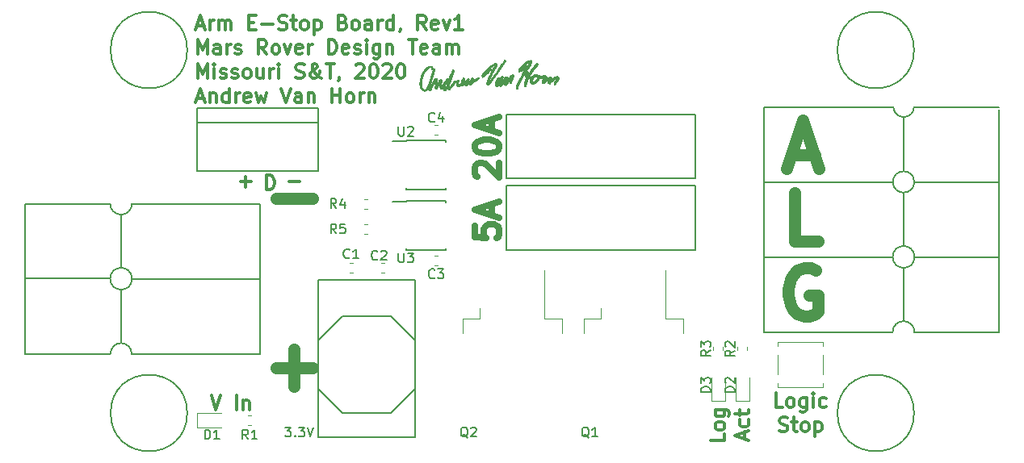
<source format=gbr>
G04 #@! TF.GenerationSoftware,KiCad,Pcbnew,(5.0.2)-1*
G04 #@! TF.CreationDate,2019-12-13T17:07:51-06:00*
G04 #@! TF.ProjectId,Arm-EStop_Hardware,41726d2d-4553-4746-9f70-5f4861726477,rev?*
G04 #@! TF.SameCoordinates,Original*
G04 #@! TF.FileFunction,Legend,Top*
G04 #@! TF.FilePolarity,Positive*
%FSLAX46Y46*%
G04 Gerber Fmt 4.6, Leading zero omitted, Abs format (unit mm)*
G04 Created by KiCad (PCBNEW (5.0.2)-1) date 12/13/2019 5:07:51 PM*
%MOMM*%
%LPD*%
G01*
G04 APERTURE LIST*
%ADD10C,0.300000*%
%ADD11C,1.270000*%
%ADD12C,0.635000*%
%ADD13C,0.120000*%
%ADD14C,0.150000*%
%ADD15C,0.010000*%
G04 APERTURE END LIST*
D10*
X208673142Y-128943571D02*
X207958857Y-128943571D01*
X207958857Y-127443571D01*
X209387428Y-128943571D02*
X209244571Y-128872142D01*
X209173142Y-128800714D01*
X209101714Y-128657857D01*
X209101714Y-128229285D01*
X209173142Y-128086428D01*
X209244571Y-128015000D01*
X209387428Y-127943571D01*
X209601714Y-127943571D01*
X209744571Y-128015000D01*
X209816000Y-128086428D01*
X209887428Y-128229285D01*
X209887428Y-128657857D01*
X209816000Y-128800714D01*
X209744571Y-128872142D01*
X209601714Y-128943571D01*
X209387428Y-128943571D01*
X211173142Y-127943571D02*
X211173142Y-129157857D01*
X211101714Y-129300714D01*
X211030285Y-129372142D01*
X210887428Y-129443571D01*
X210673142Y-129443571D01*
X210530285Y-129372142D01*
X211173142Y-128872142D02*
X211030285Y-128943571D01*
X210744571Y-128943571D01*
X210601714Y-128872142D01*
X210530285Y-128800714D01*
X210458857Y-128657857D01*
X210458857Y-128229285D01*
X210530285Y-128086428D01*
X210601714Y-128015000D01*
X210744571Y-127943571D01*
X211030285Y-127943571D01*
X211173142Y-128015000D01*
X211887428Y-128943571D02*
X211887428Y-127943571D01*
X211887428Y-127443571D02*
X211816000Y-127515000D01*
X211887428Y-127586428D01*
X211958857Y-127515000D01*
X211887428Y-127443571D01*
X211887428Y-127586428D01*
X213244571Y-128872142D02*
X213101714Y-128943571D01*
X212816000Y-128943571D01*
X212673142Y-128872142D01*
X212601714Y-128800714D01*
X212530285Y-128657857D01*
X212530285Y-128229285D01*
X212601714Y-128086428D01*
X212673142Y-128015000D01*
X212816000Y-127943571D01*
X213101714Y-127943571D01*
X213244571Y-128015000D01*
X208351714Y-131422142D02*
X208566000Y-131493571D01*
X208923142Y-131493571D01*
X209066000Y-131422142D01*
X209137428Y-131350714D01*
X209208857Y-131207857D01*
X209208857Y-131065000D01*
X209137428Y-130922142D01*
X209066000Y-130850714D01*
X208923142Y-130779285D01*
X208637428Y-130707857D01*
X208494571Y-130636428D01*
X208423142Y-130565000D01*
X208351714Y-130422142D01*
X208351714Y-130279285D01*
X208423142Y-130136428D01*
X208494571Y-130065000D01*
X208637428Y-129993571D01*
X208994571Y-129993571D01*
X209208857Y-130065000D01*
X209637428Y-130493571D02*
X210208857Y-130493571D01*
X209851714Y-129993571D02*
X209851714Y-131279285D01*
X209923142Y-131422142D01*
X210066000Y-131493571D01*
X210208857Y-131493571D01*
X210923142Y-131493571D02*
X210780285Y-131422142D01*
X210708857Y-131350714D01*
X210637428Y-131207857D01*
X210637428Y-130779285D01*
X210708857Y-130636428D01*
X210780285Y-130565000D01*
X210923142Y-130493571D01*
X211137428Y-130493571D01*
X211280285Y-130565000D01*
X211351714Y-130636428D01*
X211423142Y-130779285D01*
X211423142Y-131207857D01*
X211351714Y-131350714D01*
X211280285Y-131422142D01*
X211137428Y-131493571D01*
X210923142Y-131493571D01*
X212066000Y-130493571D02*
X212066000Y-131993571D01*
X212066000Y-130565000D02*
X212208857Y-130493571D01*
X212494571Y-130493571D01*
X212637428Y-130565000D01*
X212708857Y-130636428D01*
X212780285Y-130779285D01*
X212780285Y-131207857D01*
X212708857Y-131350714D01*
X212637428Y-131422142D01*
X212494571Y-131493571D01*
X212208857Y-131493571D01*
X212066000Y-131422142D01*
D11*
X209610476Y-102446666D02*
X212029523Y-102446666D01*
X209126666Y-103898095D02*
X210820000Y-98818095D01*
X212513333Y-103898095D01*
X212392380Y-111518095D02*
X209973333Y-111518095D01*
X209973333Y-106438095D01*
X212150476Y-114554000D02*
X211666666Y-114312095D01*
X210940952Y-114312095D01*
X210215238Y-114554000D01*
X209731428Y-115037809D01*
X209489523Y-115521619D01*
X209247619Y-116489238D01*
X209247619Y-117214952D01*
X209489523Y-118182571D01*
X209731428Y-118666380D01*
X210215238Y-119150190D01*
X210940952Y-119392095D01*
X211424761Y-119392095D01*
X212150476Y-119150190D01*
X212392380Y-118908285D01*
X212392380Y-117214952D01*
X211424761Y-117214952D01*
D10*
X154547142Y-106088571D02*
X154547142Y-104588571D01*
X154904285Y-104588571D01*
X155118571Y-104660000D01*
X155261428Y-104802857D01*
X155332857Y-104945714D01*
X155404285Y-105231428D01*
X155404285Y-105445714D01*
X155332857Y-105731428D01*
X155261428Y-105874285D01*
X155118571Y-106017142D01*
X154904285Y-106088571D01*
X154547142Y-106088571D01*
X151828571Y-105263142D02*
X152971428Y-105263142D01*
X152400000Y-105834571D02*
X152400000Y-104691714D01*
X156908571Y-105263142D02*
X158051428Y-105263142D01*
X147292714Y-88881000D02*
X148007000Y-88881000D01*
X147149857Y-89309571D02*
X147649857Y-87809571D01*
X148149857Y-89309571D01*
X148649857Y-89309571D02*
X148649857Y-88309571D01*
X148649857Y-88595285D02*
X148721285Y-88452428D01*
X148792714Y-88381000D01*
X148935571Y-88309571D01*
X149078428Y-88309571D01*
X149578428Y-89309571D02*
X149578428Y-88309571D01*
X149578428Y-88452428D02*
X149649857Y-88381000D01*
X149792714Y-88309571D01*
X150007000Y-88309571D01*
X150149857Y-88381000D01*
X150221285Y-88523857D01*
X150221285Y-89309571D01*
X150221285Y-88523857D02*
X150292714Y-88381000D01*
X150435571Y-88309571D01*
X150649857Y-88309571D01*
X150792714Y-88381000D01*
X150864142Y-88523857D01*
X150864142Y-89309571D01*
X152721285Y-88523857D02*
X153221285Y-88523857D01*
X153435571Y-89309571D02*
X152721285Y-89309571D01*
X152721285Y-87809571D01*
X153435571Y-87809571D01*
X154078428Y-88738142D02*
X155221285Y-88738142D01*
X155864142Y-89238142D02*
X156078428Y-89309571D01*
X156435571Y-89309571D01*
X156578428Y-89238142D01*
X156649857Y-89166714D01*
X156721285Y-89023857D01*
X156721285Y-88881000D01*
X156649857Y-88738142D01*
X156578428Y-88666714D01*
X156435571Y-88595285D01*
X156149857Y-88523857D01*
X156007000Y-88452428D01*
X155935571Y-88381000D01*
X155864142Y-88238142D01*
X155864142Y-88095285D01*
X155935571Y-87952428D01*
X156007000Y-87881000D01*
X156149857Y-87809571D01*
X156507000Y-87809571D01*
X156721285Y-87881000D01*
X157149857Y-88309571D02*
X157721285Y-88309571D01*
X157364142Y-87809571D02*
X157364142Y-89095285D01*
X157435571Y-89238142D01*
X157578428Y-89309571D01*
X157721285Y-89309571D01*
X158435571Y-89309571D02*
X158292714Y-89238142D01*
X158221285Y-89166714D01*
X158149857Y-89023857D01*
X158149857Y-88595285D01*
X158221285Y-88452428D01*
X158292714Y-88381000D01*
X158435571Y-88309571D01*
X158649857Y-88309571D01*
X158792714Y-88381000D01*
X158864142Y-88452428D01*
X158935571Y-88595285D01*
X158935571Y-89023857D01*
X158864142Y-89166714D01*
X158792714Y-89238142D01*
X158649857Y-89309571D01*
X158435571Y-89309571D01*
X159578428Y-88309571D02*
X159578428Y-89809571D01*
X159578428Y-88381000D02*
X159721285Y-88309571D01*
X160007000Y-88309571D01*
X160149857Y-88381000D01*
X160221285Y-88452428D01*
X160292714Y-88595285D01*
X160292714Y-89023857D01*
X160221285Y-89166714D01*
X160149857Y-89238142D01*
X160007000Y-89309571D01*
X159721285Y-89309571D01*
X159578428Y-89238142D01*
X162578428Y-88523857D02*
X162792714Y-88595285D01*
X162864142Y-88666714D01*
X162935571Y-88809571D01*
X162935571Y-89023857D01*
X162864142Y-89166714D01*
X162792714Y-89238142D01*
X162649857Y-89309571D01*
X162078428Y-89309571D01*
X162078428Y-87809571D01*
X162578428Y-87809571D01*
X162721285Y-87881000D01*
X162792714Y-87952428D01*
X162864142Y-88095285D01*
X162864142Y-88238142D01*
X162792714Y-88381000D01*
X162721285Y-88452428D01*
X162578428Y-88523857D01*
X162078428Y-88523857D01*
X163792714Y-89309571D02*
X163649857Y-89238142D01*
X163578428Y-89166714D01*
X163507000Y-89023857D01*
X163507000Y-88595285D01*
X163578428Y-88452428D01*
X163649857Y-88381000D01*
X163792714Y-88309571D01*
X164007000Y-88309571D01*
X164149857Y-88381000D01*
X164221285Y-88452428D01*
X164292714Y-88595285D01*
X164292714Y-89023857D01*
X164221285Y-89166714D01*
X164149857Y-89238142D01*
X164007000Y-89309571D01*
X163792714Y-89309571D01*
X165578428Y-89309571D02*
X165578428Y-88523857D01*
X165507000Y-88381000D01*
X165364142Y-88309571D01*
X165078428Y-88309571D01*
X164935571Y-88381000D01*
X165578428Y-89238142D02*
X165435571Y-89309571D01*
X165078428Y-89309571D01*
X164935571Y-89238142D01*
X164864142Y-89095285D01*
X164864142Y-88952428D01*
X164935571Y-88809571D01*
X165078428Y-88738142D01*
X165435571Y-88738142D01*
X165578428Y-88666714D01*
X166292714Y-89309571D02*
X166292714Y-88309571D01*
X166292714Y-88595285D02*
X166364142Y-88452428D01*
X166435571Y-88381000D01*
X166578428Y-88309571D01*
X166721285Y-88309571D01*
X167864142Y-89309571D02*
X167864142Y-87809571D01*
X167864142Y-89238142D02*
X167721285Y-89309571D01*
X167435571Y-89309571D01*
X167292714Y-89238142D01*
X167221285Y-89166714D01*
X167149857Y-89023857D01*
X167149857Y-88595285D01*
X167221285Y-88452428D01*
X167292714Y-88381000D01*
X167435571Y-88309571D01*
X167721285Y-88309571D01*
X167864142Y-88381000D01*
X168649857Y-89238142D02*
X168649857Y-89309571D01*
X168578428Y-89452428D01*
X168507000Y-89523857D01*
X171292714Y-89309571D02*
X170792714Y-88595285D01*
X170435571Y-89309571D02*
X170435571Y-87809571D01*
X171007000Y-87809571D01*
X171149857Y-87881000D01*
X171221285Y-87952428D01*
X171292714Y-88095285D01*
X171292714Y-88309571D01*
X171221285Y-88452428D01*
X171149857Y-88523857D01*
X171007000Y-88595285D01*
X170435571Y-88595285D01*
X172507000Y-89238142D02*
X172364142Y-89309571D01*
X172078428Y-89309571D01*
X171935571Y-89238142D01*
X171864142Y-89095285D01*
X171864142Y-88523857D01*
X171935571Y-88381000D01*
X172078428Y-88309571D01*
X172364142Y-88309571D01*
X172507000Y-88381000D01*
X172578428Y-88523857D01*
X172578428Y-88666714D01*
X171864142Y-88809571D01*
X173078428Y-88309571D02*
X173435571Y-89309571D01*
X173792714Y-88309571D01*
X175149857Y-89309571D02*
X174292714Y-89309571D01*
X174721285Y-89309571D02*
X174721285Y-87809571D01*
X174578428Y-88023857D01*
X174435571Y-88166714D01*
X174292714Y-88238142D01*
X147364142Y-91859571D02*
X147364142Y-90359571D01*
X147864142Y-91431000D01*
X148364142Y-90359571D01*
X148364142Y-91859571D01*
X149721285Y-91859571D02*
X149721285Y-91073857D01*
X149649857Y-90931000D01*
X149507000Y-90859571D01*
X149221285Y-90859571D01*
X149078428Y-90931000D01*
X149721285Y-91788142D02*
X149578428Y-91859571D01*
X149221285Y-91859571D01*
X149078428Y-91788142D01*
X149007000Y-91645285D01*
X149007000Y-91502428D01*
X149078428Y-91359571D01*
X149221285Y-91288142D01*
X149578428Y-91288142D01*
X149721285Y-91216714D01*
X150435571Y-91859571D02*
X150435571Y-90859571D01*
X150435571Y-91145285D02*
X150507000Y-91002428D01*
X150578428Y-90931000D01*
X150721285Y-90859571D01*
X150864142Y-90859571D01*
X151292714Y-91788142D02*
X151435571Y-91859571D01*
X151721285Y-91859571D01*
X151864142Y-91788142D01*
X151935571Y-91645285D01*
X151935571Y-91573857D01*
X151864142Y-91431000D01*
X151721285Y-91359571D01*
X151507000Y-91359571D01*
X151364142Y-91288142D01*
X151292714Y-91145285D01*
X151292714Y-91073857D01*
X151364142Y-90931000D01*
X151507000Y-90859571D01*
X151721285Y-90859571D01*
X151864142Y-90931000D01*
X154578428Y-91859571D02*
X154078428Y-91145285D01*
X153721285Y-91859571D02*
X153721285Y-90359571D01*
X154292714Y-90359571D01*
X154435571Y-90431000D01*
X154507000Y-90502428D01*
X154578428Y-90645285D01*
X154578428Y-90859571D01*
X154507000Y-91002428D01*
X154435571Y-91073857D01*
X154292714Y-91145285D01*
X153721285Y-91145285D01*
X155435571Y-91859571D02*
X155292714Y-91788142D01*
X155221285Y-91716714D01*
X155149857Y-91573857D01*
X155149857Y-91145285D01*
X155221285Y-91002428D01*
X155292714Y-90931000D01*
X155435571Y-90859571D01*
X155649857Y-90859571D01*
X155792714Y-90931000D01*
X155864142Y-91002428D01*
X155935571Y-91145285D01*
X155935571Y-91573857D01*
X155864142Y-91716714D01*
X155792714Y-91788142D01*
X155649857Y-91859571D01*
X155435571Y-91859571D01*
X156435571Y-90859571D02*
X156792714Y-91859571D01*
X157149857Y-90859571D01*
X158292714Y-91788142D02*
X158149857Y-91859571D01*
X157864142Y-91859571D01*
X157721285Y-91788142D01*
X157649857Y-91645285D01*
X157649857Y-91073857D01*
X157721285Y-90931000D01*
X157864142Y-90859571D01*
X158149857Y-90859571D01*
X158292714Y-90931000D01*
X158364142Y-91073857D01*
X158364142Y-91216714D01*
X157649857Y-91359571D01*
X159007000Y-91859571D02*
X159007000Y-90859571D01*
X159007000Y-91145285D02*
X159078428Y-91002428D01*
X159149857Y-90931000D01*
X159292714Y-90859571D01*
X159435571Y-90859571D01*
X161078428Y-91859571D02*
X161078428Y-90359571D01*
X161435571Y-90359571D01*
X161649857Y-90431000D01*
X161792714Y-90573857D01*
X161864142Y-90716714D01*
X161935571Y-91002428D01*
X161935571Y-91216714D01*
X161864142Y-91502428D01*
X161792714Y-91645285D01*
X161649857Y-91788142D01*
X161435571Y-91859571D01*
X161078428Y-91859571D01*
X163149857Y-91788142D02*
X163007000Y-91859571D01*
X162721285Y-91859571D01*
X162578428Y-91788142D01*
X162507000Y-91645285D01*
X162507000Y-91073857D01*
X162578428Y-90931000D01*
X162721285Y-90859571D01*
X163007000Y-90859571D01*
X163149857Y-90931000D01*
X163221285Y-91073857D01*
X163221285Y-91216714D01*
X162507000Y-91359571D01*
X163792714Y-91788142D02*
X163935571Y-91859571D01*
X164221285Y-91859571D01*
X164364142Y-91788142D01*
X164435571Y-91645285D01*
X164435571Y-91573857D01*
X164364142Y-91431000D01*
X164221285Y-91359571D01*
X164007000Y-91359571D01*
X163864142Y-91288142D01*
X163792714Y-91145285D01*
X163792714Y-91073857D01*
X163864142Y-90931000D01*
X164007000Y-90859571D01*
X164221285Y-90859571D01*
X164364142Y-90931000D01*
X165078428Y-91859571D02*
X165078428Y-90859571D01*
X165078428Y-90359571D02*
X165007000Y-90431000D01*
X165078428Y-90502428D01*
X165149857Y-90431000D01*
X165078428Y-90359571D01*
X165078428Y-90502428D01*
X166435571Y-90859571D02*
X166435571Y-92073857D01*
X166364142Y-92216714D01*
X166292714Y-92288142D01*
X166149857Y-92359571D01*
X165935571Y-92359571D01*
X165792714Y-92288142D01*
X166435571Y-91788142D02*
X166292714Y-91859571D01*
X166007000Y-91859571D01*
X165864142Y-91788142D01*
X165792714Y-91716714D01*
X165721285Y-91573857D01*
X165721285Y-91145285D01*
X165792714Y-91002428D01*
X165864142Y-90931000D01*
X166007000Y-90859571D01*
X166292714Y-90859571D01*
X166435571Y-90931000D01*
X167149857Y-90859571D02*
X167149857Y-91859571D01*
X167149857Y-91002428D02*
X167221285Y-90931000D01*
X167364142Y-90859571D01*
X167578428Y-90859571D01*
X167721285Y-90931000D01*
X167792714Y-91073857D01*
X167792714Y-91859571D01*
X169435571Y-90359571D02*
X170292714Y-90359571D01*
X169864142Y-91859571D02*
X169864142Y-90359571D01*
X171364142Y-91788142D02*
X171221285Y-91859571D01*
X170935571Y-91859571D01*
X170792714Y-91788142D01*
X170721285Y-91645285D01*
X170721285Y-91073857D01*
X170792714Y-90931000D01*
X170935571Y-90859571D01*
X171221285Y-90859571D01*
X171364142Y-90931000D01*
X171435571Y-91073857D01*
X171435571Y-91216714D01*
X170721285Y-91359571D01*
X172721285Y-91859571D02*
X172721285Y-91073857D01*
X172649857Y-90931000D01*
X172507000Y-90859571D01*
X172221285Y-90859571D01*
X172078428Y-90931000D01*
X172721285Y-91788142D02*
X172578428Y-91859571D01*
X172221285Y-91859571D01*
X172078428Y-91788142D01*
X172007000Y-91645285D01*
X172007000Y-91502428D01*
X172078428Y-91359571D01*
X172221285Y-91288142D01*
X172578428Y-91288142D01*
X172721285Y-91216714D01*
X173435571Y-91859571D02*
X173435571Y-90859571D01*
X173435571Y-91002428D02*
X173507000Y-90931000D01*
X173649857Y-90859571D01*
X173864142Y-90859571D01*
X174007000Y-90931000D01*
X174078428Y-91073857D01*
X174078428Y-91859571D01*
X174078428Y-91073857D02*
X174149857Y-90931000D01*
X174292714Y-90859571D01*
X174507000Y-90859571D01*
X174649857Y-90931000D01*
X174721285Y-91073857D01*
X174721285Y-91859571D01*
X147364142Y-94409571D02*
X147364142Y-92909571D01*
X147864142Y-93981000D01*
X148364142Y-92909571D01*
X148364142Y-94409571D01*
X149078428Y-94409571D02*
X149078428Y-93409571D01*
X149078428Y-92909571D02*
X149007000Y-92981000D01*
X149078428Y-93052428D01*
X149149857Y-92981000D01*
X149078428Y-92909571D01*
X149078428Y-93052428D01*
X149721285Y-94338142D02*
X149864142Y-94409571D01*
X150149857Y-94409571D01*
X150292714Y-94338142D01*
X150364142Y-94195285D01*
X150364142Y-94123857D01*
X150292714Y-93981000D01*
X150149857Y-93909571D01*
X149935571Y-93909571D01*
X149792714Y-93838142D01*
X149721285Y-93695285D01*
X149721285Y-93623857D01*
X149792714Y-93481000D01*
X149935571Y-93409571D01*
X150149857Y-93409571D01*
X150292714Y-93481000D01*
X150935571Y-94338142D02*
X151078428Y-94409571D01*
X151364142Y-94409571D01*
X151507000Y-94338142D01*
X151578428Y-94195285D01*
X151578428Y-94123857D01*
X151507000Y-93981000D01*
X151364142Y-93909571D01*
X151149857Y-93909571D01*
X151007000Y-93838142D01*
X150935571Y-93695285D01*
X150935571Y-93623857D01*
X151007000Y-93481000D01*
X151149857Y-93409571D01*
X151364142Y-93409571D01*
X151507000Y-93481000D01*
X152435571Y-94409571D02*
X152292714Y-94338142D01*
X152221285Y-94266714D01*
X152149857Y-94123857D01*
X152149857Y-93695285D01*
X152221285Y-93552428D01*
X152292714Y-93481000D01*
X152435571Y-93409571D01*
X152649857Y-93409571D01*
X152792714Y-93481000D01*
X152864142Y-93552428D01*
X152935571Y-93695285D01*
X152935571Y-94123857D01*
X152864142Y-94266714D01*
X152792714Y-94338142D01*
X152649857Y-94409571D01*
X152435571Y-94409571D01*
X154221285Y-93409571D02*
X154221285Y-94409571D01*
X153578428Y-93409571D02*
X153578428Y-94195285D01*
X153649857Y-94338142D01*
X153792714Y-94409571D01*
X154007000Y-94409571D01*
X154149857Y-94338142D01*
X154221285Y-94266714D01*
X154935571Y-94409571D02*
X154935571Y-93409571D01*
X154935571Y-93695285D02*
X155007000Y-93552428D01*
X155078428Y-93481000D01*
X155221285Y-93409571D01*
X155364142Y-93409571D01*
X155864142Y-94409571D02*
X155864142Y-93409571D01*
X155864142Y-92909571D02*
X155792714Y-92981000D01*
X155864142Y-93052428D01*
X155935571Y-92981000D01*
X155864142Y-92909571D01*
X155864142Y-93052428D01*
X157649857Y-94338142D02*
X157864142Y-94409571D01*
X158221285Y-94409571D01*
X158364142Y-94338142D01*
X158435571Y-94266714D01*
X158507000Y-94123857D01*
X158507000Y-93981000D01*
X158435571Y-93838142D01*
X158364142Y-93766714D01*
X158221285Y-93695285D01*
X157935571Y-93623857D01*
X157792714Y-93552428D01*
X157721285Y-93481000D01*
X157649857Y-93338142D01*
X157649857Y-93195285D01*
X157721285Y-93052428D01*
X157792714Y-92981000D01*
X157935571Y-92909571D01*
X158292714Y-92909571D01*
X158507000Y-92981000D01*
X160364142Y-94409571D02*
X160292714Y-94409571D01*
X160149857Y-94338142D01*
X159935571Y-94123857D01*
X159578428Y-93695285D01*
X159435571Y-93481000D01*
X159364142Y-93266714D01*
X159364142Y-93123857D01*
X159435571Y-92981000D01*
X159578428Y-92909571D01*
X159649857Y-92909571D01*
X159792714Y-92981000D01*
X159864142Y-93123857D01*
X159864142Y-93195285D01*
X159792714Y-93338142D01*
X159721285Y-93409571D01*
X159292714Y-93695285D01*
X159221285Y-93766714D01*
X159149857Y-93909571D01*
X159149857Y-94123857D01*
X159221285Y-94266714D01*
X159292714Y-94338142D01*
X159435571Y-94409571D01*
X159649857Y-94409571D01*
X159792714Y-94338142D01*
X159864142Y-94266714D01*
X160078428Y-93981000D01*
X160149857Y-93766714D01*
X160149857Y-93623857D01*
X160792714Y-92909571D02*
X161649857Y-92909571D01*
X161221285Y-94409571D02*
X161221285Y-92909571D01*
X162221285Y-94338142D02*
X162221285Y-94409571D01*
X162149857Y-94552428D01*
X162078428Y-94623857D01*
X163935571Y-93052428D02*
X164007000Y-92981000D01*
X164149857Y-92909571D01*
X164507000Y-92909571D01*
X164649857Y-92981000D01*
X164721285Y-93052428D01*
X164792714Y-93195285D01*
X164792714Y-93338142D01*
X164721285Y-93552428D01*
X163864142Y-94409571D01*
X164792714Y-94409571D01*
X165721285Y-92909571D02*
X165864142Y-92909571D01*
X166007000Y-92981000D01*
X166078428Y-93052428D01*
X166149857Y-93195285D01*
X166221285Y-93481000D01*
X166221285Y-93838142D01*
X166149857Y-94123857D01*
X166078428Y-94266714D01*
X166007000Y-94338142D01*
X165864142Y-94409571D01*
X165721285Y-94409571D01*
X165578428Y-94338142D01*
X165507000Y-94266714D01*
X165435571Y-94123857D01*
X165364142Y-93838142D01*
X165364142Y-93481000D01*
X165435571Y-93195285D01*
X165507000Y-93052428D01*
X165578428Y-92981000D01*
X165721285Y-92909571D01*
X166792714Y-93052428D02*
X166864142Y-92981000D01*
X167007000Y-92909571D01*
X167364142Y-92909571D01*
X167507000Y-92981000D01*
X167578428Y-93052428D01*
X167649857Y-93195285D01*
X167649857Y-93338142D01*
X167578428Y-93552428D01*
X166721285Y-94409571D01*
X167649857Y-94409571D01*
X168578428Y-92909571D02*
X168721285Y-92909571D01*
X168864142Y-92981000D01*
X168935571Y-93052428D01*
X169007000Y-93195285D01*
X169078428Y-93481000D01*
X169078428Y-93838142D01*
X169007000Y-94123857D01*
X168935571Y-94266714D01*
X168864142Y-94338142D01*
X168721285Y-94409571D01*
X168578428Y-94409571D01*
X168435571Y-94338142D01*
X168364142Y-94266714D01*
X168292714Y-94123857D01*
X168221285Y-93838142D01*
X168221285Y-93481000D01*
X168292714Y-93195285D01*
X168364142Y-93052428D01*
X168435571Y-92981000D01*
X168578428Y-92909571D01*
X147292714Y-96531000D02*
X148007000Y-96531000D01*
X147149857Y-96959571D02*
X147649857Y-95459571D01*
X148149857Y-96959571D01*
X148649857Y-95959571D02*
X148649857Y-96959571D01*
X148649857Y-96102428D02*
X148721285Y-96031000D01*
X148864142Y-95959571D01*
X149078428Y-95959571D01*
X149221285Y-96031000D01*
X149292714Y-96173857D01*
X149292714Y-96959571D01*
X150649857Y-96959571D02*
X150649857Y-95459571D01*
X150649857Y-96888142D02*
X150507000Y-96959571D01*
X150221285Y-96959571D01*
X150078428Y-96888142D01*
X150007000Y-96816714D01*
X149935571Y-96673857D01*
X149935571Y-96245285D01*
X150007000Y-96102428D01*
X150078428Y-96031000D01*
X150221285Y-95959571D01*
X150507000Y-95959571D01*
X150649857Y-96031000D01*
X151364142Y-96959571D02*
X151364142Y-95959571D01*
X151364142Y-96245285D02*
X151435571Y-96102428D01*
X151507000Y-96031000D01*
X151649857Y-95959571D01*
X151792714Y-95959571D01*
X152864142Y-96888142D02*
X152721285Y-96959571D01*
X152435571Y-96959571D01*
X152292714Y-96888142D01*
X152221285Y-96745285D01*
X152221285Y-96173857D01*
X152292714Y-96031000D01*
X152435571Y-95959571D01*
X152721285Y-95959571D01*
X152864142Y-96031000D01*
X152935571Y-96173857D01*
X152935571Y-96316714D01*
X152221285Y-96459571D01*
X153435571Y-95959571D02*
X153721285Y-96959571D01*
X154007000Y-96245285D01*
X154292714Y-96959571D01*
X154578428Y-95959571D01*
X156078428Y-95459571D02*
X156578428Y-96959571D01*
X157078428Y-95459571D01*
X158221285Y-96959571D02*
X158221285Y-96173857D01*
X158149857Y-96031000D01*
X158007000Y-95959571D01*
X157721285Y-95959571D01*
X157578428Y-96031000D01*
X158221285Y-96888142D02*
X158078428Y-96959571D01*
X157721285Y-96959571D01*
X157578428Y-96888142D01*
X157507000Y-96745285D01*
X157507000Y-96602428D01*
X157578428Y-96459571D01*
X157721285Y-96388142D01*
X158078428Y-96388142D01*
X158221285Y-96316714D01*
X158935571Y-95959571D02*
X158935571Y-96959571D01*
X158935571Y-96102428D02*
X159007000Y-96031000D01*
X159149857Y-95959571D01*
X159364142Y-95959571D01*
X159507000Y-96031000D01*
X159578428Y-96173857D01*
X159578428Y-96959571D01*
X161435571Y-96959571D02*
X161435571Y-95459571D01*
X161435571Y-96173857D02*
X162292714Y-96173857D01*
X162292714Y-96959571D02*
X162292714Y-95459571D01*
X163221285Y-96959571D02*
X163078428Y-96888142D01*
X163007000Y-96816714D01*
X162935571Y-96673857D01*
X162935571Y-96245285D01*
X163007000Y-96102428D01*
X163078428Y-96031000D01*
X163221285Y-95959571D01*
X163435571Y-95959571D01*
X163578428Y-96031000D01*
X163649857Y-96102428D01*
X163721285Y-96245285D01*
X163721285Y-96673857D01*
X163649857Y-96816714D01*
X163578428Y-96888142D01*
X163435571Y-96959571D01*
X163221285Y-96959571D01*
X164364142Y-96959571D02*
X164364142Y-95959571D01*
X164364142Y-96245285D02*
X164435571Y-96102428D01*
X164507000Y-96031000D01*
X164649857Y-95959571D01*
X164792714Y-95959571D01*
X165292714Y-95959571D02*
X165292714Y-96959571D01*
X165292714Y-96102428D02*
X165364142Y-96031000D01*
X165507000Y-95959571D01*
X165721285Y-95959571D01*
X165864142Y-96031000D01*
X165935571Y-96173857D01*
X165935571Y-96959571D01*
X148768857Y-127702571D02*
X149268857Y-129202571D01*
X149768857Y-127702571D01*
X151411714Y-129202571D02*
X151411714Y-127702571D01*
X152126000Y-128202571D02*
X152126000Y-129202571D01*
X152126000Y-128345428D02*
X152197428Y-128274000D01*
X152340285Y-128202571D01*
X152554571Y-128202571D01*
X152697428Y-128274000D01*
X152768857Y-128416857D01*
X152768857Y-129202571D01*
X202608571Y-131702857D02*
X202608571Y-132417142D01*
X201108571Y-132417142D01*
X202608571Y-130988571D02*
X202537142Y-131131428D01*
X202465714Y-131202857D01*
X202322857Y-131274285D01*
X201894285Y-131274285D01*
X201751428Y-131202857D01*
X201680000Y-131131428D01*
X201608571Y-130988571D01*
X201608571Y-130774285D01*
X201680000Y-130631428D01*
X201751428Y-130560000D01*
X201894285Y-130488571D01*
X202322857Y-130488571D01*
X202465714Y-130560000D01*
X202537142Y-130631428D01*
X202608571Y-130774285D01*
X202608571Y-130988571D01*
X201608571Y-129202857D02*
X202822857Y-129202857D01*
X202965714Y-129274285D01*
X203037142Y-129345714D01*
X203108571Y-129488571D01*
X203108571Y-129702857D01*
X203037142Y-129845714D01*
X202537142Y-129202857D02*
X202608571Y-129345714D01*
X202608571Y-129631428D01*
X202537142Y-129774285D01*
X202465714Y-129845714D01*
X202322857Y-129917142D01*
X201894285Y-129917142D01*
X201751428Y-129845714D01*
X201680000Y-129774285D01*
X201608571Y-129631428D01*
X201608571Y-129345714D01*
X201680000Y-129202857D01*
X204720000Y-132238571D02*
X204720000Y-131524285D01*
X205148571Y-132381428D02*
X203648571Y-131881428D01*
X205148571Y-131381428D01*
X205077142Y-130238571D02*
X205148571Y-130381428D01*
X205148571Y-130667142D01*
X205077142Y-130810000D01*
X205005714Y-130881428D01*
X204862857Y-130952857D01*
X204434285Y-130952857D01*
X204291428Y-130881428D01*
X204220000Y-130810000D01*
X204148571Y-130667142D01*
X204148571Y-130381428D01*
X204220000Y-130238571D01*
X204148571Y-129810000D02*
X204148571Y-129238571D01*
X203648571Y-129595714D02*
X204934285Y-129595714D01*
X205077142Y-129524285D01*
X205148571Y-129381428D01*
X205148571Y-129238571D01*
D12*
X176409047Y-109874654D02*
X176409047Y-111084178D01*
X177618571Y-111205130D01*
X177497619Y-111084178D01*
X177376666Y-110842273D01*
X177376666Y-110237511D01*
X177497619Y-109995607D01*
X177618571Y-109874654D01*
X177860476Y-109753702D01*
X178465238Y-109753702D01*
X178707142Y-109874654D01*
X178828095Y-109995607D01*
X178949047Y-110237511D01*
X178949047Y-110842273D01*
X178828095Y-111084178D01*
X178707142Y-111205130D01*
X178223333Y-108786083D02*
X178223333Y-107576559D01*
X178949047Y-109027988D02*
X176409047Y-108181321D01*
X178949047Y-107334654D01*
X176650952Y-104734178D02*
X176530000Y-104613226D01*
X176409047Y-104371321D01*
X176409047Y-103766559D01*
X176530000Y-103524654D01*
X176650952Y-103403702D01*
X176892857Y-103282750D01*
X177134761Y-103282750D01*
X177497619Y-103403702D01*
X178949047Y-104855130D01*
X178949047Y-103282750D01*
X176409047Y-101710369D02*
X176409047Y-101468464D01*
X176530000Y-101226559D01*
X176650952Y-101105607D01*
X176892857Y-100984654D01*
X177376666Y-100863702D01*
X177981428Y-100863702D01*
X178465238Y-100984654D01*
X178707142Y-101105607D01*
X178828095Y-101226559D01*
X178949047Y-101468464D01*
X178949047Y-101710369D01*
X178828095Y-101952273D01*
X178707142Y-102073226D01*
X178465238Y-102194178D01*
X177981428Y-102315130D01*
X177376666Y-102315130D01*
X176892857Y-102194178D01*
X176650952Y-102073226D01*
X176530000Y-101952273D01*
X176409047Y-101710369D01*
X178223333Y-99896083D02*
X178223333Y-98686559D01*
X178949047Y-100137988D02*
X176409047Y-99291321D01*
X178949047Y-98444654D01*
D11*
X155544761Y-124822857D02*
X159415238Y-124822857D01*
X157480000Y-126758095D02*
X157480000Y-122887619D01*
X155544761Y-107042857D02*
X159415238Y-107042857D01*
D13*
G04 #@! TO.C,R3*
X201420000Y-122623733D02*
X201420000Y-122966267D01*
X202440000Y-122623733D02*
X202440000Y-122966267D01*
D14*
G04 #@! TO.C,REF\002A\002A*
X222453200Y-129540000D02*
G75*
G03X222453200Y-129540000I-4013200J0D01*
G01*
X146253200Y-129540000D02*
G75*
G03X146253200Y-129540000I-4013200J0D01*
G01*
X146253200Y-91440000D02*
G75*
G03X146253200Y-91440000I-4013200J0D01*
G01*
X222453200Y-91440000D02*
G75*
G03X222453200Y-91440000I-4013200J0D01*
G01*
D13*
G04 #@! TO.C,Logic*
X208196000Y-122090000D02*
X212936000Y-122090000D01*
X208196000Y-122090000D02*
X208196000Y-122490000D01*
X212936000Y-122090000D02*
X212936000Y-122490000D01*
X208196000Y-126830000D02*
X208196000Y-126430000D01*
X208196000Y-126830000D02*
X212936000Y-126830000D01*
X212936000Y-126830000D02*
X212936000Y-126430000D01*
X212936000Y-125490000D02*
X212936000Y-123430000D01*
X208196000Y-125490000D02*
X208196000Y-123430000D01*
G04 #@! TO.C,R5*
X165158267Y-109726000D02*
X164815733Y-109726000D01*
X165158267Y-110746000D02*
X164815733Y-110746000D01*
G04 #@! TO.C,C1*
X163263733Y-113790000D02*
X163606267Y-113790000D01*
X163263733Y-114810000D02*
X163606267Y-114810000D01*
G04 #@! TO.C,C2*
X166936267Y-113790000D02*
X166593733Y-113790000D01*
X166936267Y-114810000D02*
X166593733Y-114810000D01*
G04 #@! TO.C,C3*
X172524267Y-113028000D02*
X172181733Y-113028000D01*
X172524267Y-114048000D02*
X172181733Y-114048000D01*
G04 #@! TO.C,C4*
X172524267Y-100332000D02*
X172181733Y-100332000D01*
X172524267Y-99312000D02*
X172181733Y-99312000D01*
D14*
G04 #@! TO.C,Conn1*
X140436600Y-123317000D02*
G75*
G03X139319000Y-122199400I-1117600J0D01*
G01*
X139319000Y-122199400D02*
G75*
G03X138201400Y-123317000I0J-1117600D01*
G01*
X129260600Y-107569000D02*
X129260600Y-123317000D01*
X153898600Y-107569000D02*
X153898600Y-123317000D01*
X138176000Y-107569000D02*
X136956800Y-107569000D01*
X139319000Y-108712000D02*
G75*
G03X140462000Y-107569000I0J1143000D01*
G01*
X138176000Y-107569000D02*
G75*
G03X139319000Y-108712000I1143000J0D01*
G01*
X141630400Y-123317000D02*
X140436600Y-123317000D01*
X139319000Y-121005600D02*
X139319000Y-122174000D01*
X137007600Y-123317000D02*
X138176000Y-123317000D01*
X141579600Y-107569000D02*
X140487400Y-107569000D01*
X139319000Y-108712000D02*
X139319000Y-109880400D01*
X139319000Y-117729000D02*
X139319000Y-116586000D01*
X129286000Y-115417600D02*
X138176000Y-115417600D01*
X139319000Y-113157000D02*
X139319000Y-114300000D01*
X141605000Y-115443000D02*
X140462000Y-115443000D01*
X139319000Y-117729000D02*
X139319000Y-121031000D01*
X141605000Y-115443000D02*
X153898600Y-115443000D01*
X139319000Y-113157000D02*
X139319000Y-109880400D01*
X140462000Y-115443000D02*
G75*
G03X140462000Y-115443000I-1143000J0D01*
G01*
X141605000Y-123317000D02*
X153898600Y-123317000D01*
X137033000Y-123317000D02*
X129286000Y-123317000D01*
X129286000Y-107569000D02*
X137033000Y-107569000D01*
X141605000Y-107569000D02*
X153898600Y-107569000D01*
G04 #@! TO.C,Conn2*
X221361000Y-104114600D02*
X221361000Y-98552000D01*
X220294200Y-97409000D02*
G75*
G03X221361000Y-98475800I1066800J0D01*
G01*
X221386400Y-98475800D02*
G75*
G03X222453200Y-97409000I0J1066800D01*
G01*
X222478600Y-105283000D02*
G75*
G03X222478600Y-105283000I-1117600J0D01*
G01*
X222504000Y-97409000D02*
X231394000Y-97409000D01*
X220243400Y-97409000D02*
X206760000Y-97409000D01*
X222504000Y-121031000D02*
X223723200Y-121031000D01*
X221361000Y-119888000D02*
G75*
G03X220218000Y-121031000I0J-1143000D01*
G01*
X222504000Y-121031000D02*
G75*
G03X221361000Y-119888000I-1143000J0D01*
G01*
X219049600Y-105283000D02*
X220243400Y-105283000D01*
X221361000Y-107594400D02*
X221361000Y-106426000D01*
X223672400Y-105283000D02*
X222504000Y-105283000D01*
X219100400Y-121031000D02*
X220192600Y-121031000D01*
X221361000Y-119888000D02*
X221361000Y-118719600D01*
X221361000Y-110871000D02*
X221361000Y-112014000D01*
X231394000Y-113182400D02*
X222504000Y-113182400D01*
X221361000Y-115443000D02*
X221361000Y-114300000D01*
X219075000Y-113157000D02*
X220218000Y-113157000D01*
X221361000Y-110871000D02*
X221361000Y-107569000D01*
X219075000Y-113157000D02*
X206756000Y-113157000D01*
X221361000Y-115443000D02*
X221361000Y-118719600D01*
X222504000Y-113157000D02*
G75*
G03X222504000Y-113157000I-1143000J0D01*
G01*
X219075000Y-105283000D02*
X206756000Y-105283000D01*
X223647000Y-105283000D02*
X231394000Y-105283000D01*
X231394000Y-121031000D02*
X223647000Y-121031000D01*
X219075000Y-121031000D02*
X206756000Y-121031000D01*
X231398000Y-97661000D02*
X231398000Y-121033000D01*
X206760000Y-97409000D02*
X206760000Y-121033000D01*
D13*
G04 #@! TO.C,D1*
X149785000Y-129567000D02*
X147325000Y-129567000D01*
X147325000Y-129567000D02*
X147325000Y-131037000D01*
X147325000Y-131037000D02*
X149785000Y-131037000D01*
G04 #@! TO.C,D2*
X203735000Y-125805000D02*
X203735000Y-128265000D01*
X203735000Y-128265000D02*
X205205000Y-128265000D01*
X205205000Y-128265000D02*
X205205000Y-125805000D01*
G04 #@! TO.C,D3*
X202665000Y-128265000D02*
X202665000Y-125805000D01*
X201195000Y-128265000D02*
X202665000Y-128265000D01*
X201195000Y-125805000D02*
X201195000Y-128265000D01*
D14*
G04 #@! TO.C,F1*
X199517000Y-98171000D02*
X179705000Y-98171000D01*
X199517000Y-98171000D02*
X199517000Y-104902000D01*
X179705000Y-98171000D02*
X179705000Y-104902000D01*
X199517000Y-104902000D02*
X179705000Y-104902000D01*
G04 #@! TO.C,F2*
X199517000Y-112395000D02*
X179705000Y-112395000D01*
X179705000Y-105664000D02*
X179705000Y-112395000D01*
X199517000Y-105664000D02*
X199517000Y-112395000D01*
X199517000Y-105664000D02*
X179705000Y-105664000D01*
D13*
G04 #@! TO.C,Q1*
X198240000Y-121165000D02*
X198240000Y-119665000D01*
X198240000Y-119665000D02*
X196430000Y-119665000D01*
X196430000Y-119665000D02*
X196430000Y-114540000D01*
X187840000Y-121165000D02*
X187840000Y-119665000D01*
X187840000Y-119665000D02*
X189650000Y-119665000D01*
X189650000Y-119665000D02*
X189650000Y-118565000D01*
G04 #@! TO.C,Q2*
X185540000Y-121165000D02*
X185540000Y-119665000D01*
X185540000Y-119665000D02*
X183730000Y-119665000D01*
X183730000Y-119665000D02*
X183730000Y-114540000D01*
X175140000Y-121165000D02*
X175140000Y-119665000D01*
X175140000Y-119665000D02*
X176950000Y-119665000D01*
X176950000Y-119665000D02*
X176950000Y-118565000D01*
G04 #@! TO.C,R1*
X152966267Y-129792000D02*
X152623733Y-129792000D01*
X152966267Y-130812000D02*
X152623733Y-130812000D01*
G04 #@! TO.C,R2*
X203960000Y-122623733D02*
X203960000Y-122966267D01*
X204980000Y-122623733D02*
X204980000Y-122966267D01*
G04 #@! TO.C,R4*
X164815733Y-107059000D02*
X165158267Y-107059000D01*
X164815733Y-108079000D02*
X165158267Y-108079000D01*
D14*
G04 #@! TO.C,U1*
X167640000Y-119380000D02*
X170180000Y-121920000D01*
X170180000Y-121920000D02*
X170180000Y-127000000D01*
X170180000Y-127000000D02*
X167640000Y-129540000D01*
X167640000Y-129540000D02*
X162560000Y-129540000D01*
X162560000Y-129540000D02*
X160020000Y-127000000D01*
X160020000Y-127000000D02*
X160020000Y-121920000D01*
X160020000Y-121920000D02*
X162560000Y-119380000D01*
X162560000Y-119380000D02*
X167640000Y-119380000D01*
X160020000Y-132080000D02*
X170180000Y-132080000D01*
X160020000Y-115570000D02*
X170180000Y-115570000D01*
X170180000Y-115570000D02*
X170180000Y-132080000D01*
X160020000Y-132080000D02*
X160020000Y-115570000D01*
G04 #@! TO.C,U5*
X160020000Y-97536000D02*
X147320000Y-97536000D01*
X160020000Y-99060000D02*
X160020000Y-97536000D01*
X147320000Y-97536000D02*
X147320000Y-99060000D01*
X160020000Y-104140000D02*
X147320000Y-104140000D01*
X147320000Y-99060000D02*
X160020000Y-99060000D01*
X160020000Y-104140000D02*
X160020000Y-99060000D01*
X147320000Y-104140000D02*
X147320000Y-99060000D01*
G04 #@! TO.C,U2*
X169215000Y-100980000D02*
X167815000Y-100980000D01*
X169215000Y-106080000D02*
X173365000Y-106080000D01*
X169215000Y-100930000D02*
X173365000Y-100930000D01*
X169215000Y-106080000D02*
X169215000Y-105935000D01*
X173365000Y-106080000D02*
X173365000Y-105935000D01*
X173365000Y-100930000D02*
X173365000Y-101075000D01*
X169215000Y-100930000D02*
X169215000Y-100980000D01*
G04 #@! TO.C,U3*
X169215000Y-107280000D02*
X169215000Y-107330000D01*
X173365000Y-107280000D02*
X173365000Y-107425000D01*
X173365000Y-112430000D02*
X173365000Y-112285000D01*
X169215000Y-112430000D02*
X169215000Y-112285000D01*
X169215000Y-107280000D02*
X173365000Y-107280000D01*
X169215000Y-112430000D02*
X173365000Y-112430000D01*
X169215000Y-107330000D02*
X167815000Y-107330000D01*
D15*
G04 #@! TO.C,G\002A\002A\002A*
G36*
X179456309Y-92436561D02*
X179489080Y-92457512D01*
X179536007Y-92494470D01*
X179574942Y-92527615D01*
X179591424Y-92554645D01*
X179589740Y-92583198D01*
X179577407Y-92614693D01*
X179552440Y-92662259D01*
X179517798Y-92721098D01*
X179476437Y-92786413D01*
X179431316Y-92853403D01*
X179385393Y-92917272D01*
X179376606Y-92928941D01*
X179340753Y-92978794D01*
X179303896Y-93034484D01*
X179269078Y-93090857D01*
X179239341Y-93142759D01*
X179217728Y-93185036D01*
X179207281Y-93212533D01*
X179206770Y-93216671D01*
X179196858Y-93234302D01*
X179180718Y-93247541D01*
X179160248Y-93266838D01*
X179154667Y-93280802D01*
X179145886Y-93299764D01*
X179123916Y-93326671D01*
X179114579Y-93336050D01*
X179087916Y-93367723D01*
X179057494Y-93413028D01*
X179031596Y-93458974D01*
X178990814Y-93538566D01*
X178958696Y-93598757D01*
X178932762Y-93643697D01*
X178910535Y-93677535D01*
X178889537Y-93704420D01*
X178875980Y-93719487D01*
X178848443Y-93751399D01*
X178816472Y-93792421D01*
X178784102Y-93836821D01*
X178755370Y-93878862D01*
X178734313Y-93912809D01*
X178724966Y-93932928D01*
X178724821Y-93934263D01*
X178716565Y-93950680D01*
X178696292Y-93975699D01*
X178692286Y-93979970D01*
X178667478Y-94009118D01*
X178636160Y-94050255D01*
X178610875Y-94086097D01*
X178565236Y-94151334D01*
X178513402Y-94221958D01*
X178459941Y-94292044D01*
X178409419Y-94355669D01*
X178366403Y-94406908D01*
X178347539Y-94427724D01*
X178313515Y-94464389D01*
X178282636Y-94498916D01*
X178269709Y-94514051D01*
X178247169Y-94541040D01*
X178215085Y-94579082D01*
X178184234Y-94615435D01*
X178146127Y-94666496D01*
X178127222Y-94706953D01*
X178125404Y-94719640D01*
X178114434Y-94766133D01*
X178081697Y-94819912D01*
X178026592Y-94881667D01*
X177948518Y-94952087D01*
X177863925Y-95019061D01*
X177815656Y-95052057D01*
X177775312Y-95068726D01*
X177732907Y-95071655D01*
X177686471Y-95065019D01*
X177657567Y-95050317D01*
X177626816Y-95021949D01*
X177602177Y-94988818D01*
X177591608Y-94959825D01*
X177591590Y-94958883D01*
X177596091Y-94936934D01*
X177608050Y-94898150D01*
X177625155Y-94849845D01*
X177630667Y-94835309D01*
X177648865Y-94785159D01*
X177662545Y-94741948D01*
X177669376Y-94713227D01*
X177669744Y-94708853D01*
X177675111Y-94684790D01*
X177689163Y-94646001D01*
X177708248Y-94602221D01*
X177732291Y-94548341D01*
X177759368Y-94483309D01*
X177783899Y-94420558D01*
X177785465Y-94416359D01*
X177879376Y-94189022D01*
X177929956Y-94084205D01*
X177955263Y-94029943D01*
X177980973Y-93968057D01*
X177994345Y-93932185D01*
X178014007Y-93883745D01*
X178042385Y-93823507D01*
X178074494Y-93761832D01*
X178087047Y-93739461D01*
X178114450Y-93690798D01*
X178136092Y-93650385D01*
X178149148Y-93623612D01*
X178151693Y-93616148D01*
X178158497Y-93600201D01*
X178176109Y-93570232D01*
X178194617Y-93541846D01*
X178222617Y-93496573D01*
X178253930Y-93440018D01*
X178280367Y-93387333D01*
X178304187Y-93339523D01*
X178327155Y-93298277D01*
X178344686Y-93271775D01*
X178346093Y-93270103D01*
X178363722Y-93245120D01*
X178385811Y-93206982D01*
X178409560Y-93161532D01*
X178432171Y-93114611D01*
X178450844Y-93072064D01*
X178462780Y-93039731D01*
X178465179Y-93023456D01*
X178464586Y-93022787D01*
X178444418Y-93023150D01*
X178410090Y-93035367D01*
X178368723Y-93056263D01*
X178327435Y-93082662D01*
X178322928Y-93085971D01*
X178286014Y-93110554D01*
X178238532Y-93138385D01*
X178208537Y-93154345D01*
X178168073Y-93178261D01*
X178119698Y-93211899D01*
X178069346Y-93250506D01*
X178022949Y-93289330D01*
X177986439Y-93323618D01*
X177965748Y-93348619D01*
X177965522Y-93349017D01*
X177963797Y-93363009D01*
X177983091Y-93367705D01*
X177988872Y-93367795D01*
X178034970Y-93375727D01*
X178073167Y-93396369D01*
X178100367Y-93424984D01*
X178113476Y-93456840D01*
X178109398Y-93487201D01*
X178085039Y-93511332D01*
X178083308Y-93512252D01*
X178053775Y-93532205D01*
X178022204Y-93559931D01*
X178020600Y-93561556D01*
X177985475Y-93591851D01*
X177948057Y-93616581D01*
X177916344Y-93643012D01*
X177887063Y-93683156D01*
X177880904Y-93694735D01*
X177832784Y-93772212D01*
X177775643Y-93827220D01*
X177752798Y-93841354D01*
X177728814Y-93858057D01*
X177691401Y-93888616D01*
X177645724Y-93928646D01*
X177598103Y-93972666D01*
X177550472Y-94016333D01*
X177507043Y-94053345D01*
X177472561Y-94079836D01*
X177451775Y-94091941D01*
X177451565Y-94092001D01*
X177428799Y-94102248D01*
X177422257Y-94110782D01*
X177412294Y-94123384D01*
X177386031Y-94146350D01*
X177348904Y-94175689D01*
X177306353Y-94207407D01*
X177263814Y-94237512D01*
X177226724Y-94262013D01*
X177200523Y-94276915D01*
X177192341Y-94279590D01*
X177178225Y-94268694D01*
X177174770Y-94252770D01*
X177170081Y-94234521D01*
X177162644Y-94233444D01*
X177147092Y-94231419D01*
X177134707Y-94206319D01*
X177126110Y-94160995D01*
X177121924Y-94098300D01*
X177121929Y-94046503D01*
X177132563Y-94003715D01*
X177161561Y-93947531D01*
X177206991Y-93880888D01*
X177266922Y-93806724D01*
X177313500Y-93755063D01*
X177349682Y-93715285D01*
X177377828Y-93682045D01*
X177393926Y-93660195D01*
X177396206Y-93654993D01*
X177406920Y-93641841D01*
X177421230Y-93635146D01*
X177438125Y-93623785D01*
X177469997Y-93596987D01*
X177513466Y-93557799D01*
X177549352Y-93524103D01*
X177778333Y-93524103D01*
X177789417Y-93515606D01*
X177806513Y-93498051D01*
X177819800Y-93479346D01*
X177818178Y-93472000D01*
X177802738Y-93481828D01*
X177789998Y-93498051D01*
X177779210Y-93517954D01*
X177778333Y-93524103D01*
X177549352Y-93524103D01*
X177565152Y-93509268D01*
X177620937Y-93455166D01*
X177720266Y-93358101D01*
X177804864Y-93277346D01*
X177877855Y-93210242D01*
X177942363Y-93154128D01*
X178001513Y-93106347D01*
X178058429Y-93064238D01*
X178116237Y-93025143D01*
X178155367Y-93000338D01*
X178221841Y-92960597D01*
X178296769Y-92918128D01*
X178367607Y-92879971D01*
X178392667Y-92867152D01*
X178446839Y-92840512D01*
X178484613Y-92824151D01*
X178512730Y-92816369D01*
X178537928Y-92815470D01*
X178566944Y-92819753D01*
X178574718Y-92821263D01*
X178626486Y-92835218D01*
X178657994Y-92855746D01*
X178675024Y-92888637D01*
X178682248Y-92928974D01*
X178682852Y-92977421D01*
X178676515Y-93033522D01*
X178665027Y-93087804D01*
X178650182Y-93130796D01*
X178641109Y-93146359D01*
X178625983Y-93170027D01*
X178606666Y-93205531D01*
X178600432Y-93218000D01*
X178577260Y-93260187D01*
X178551986Y-93298819D01*
X178546839Y-93305591D01*
X178525753Y-93336804D01*
X178500399Y-93380794D01*
X178482084Y-93416309D01*
X178457447Y-93464326D01*
X178432067Y-93509651D01*
X178416775Y-93534304D01*
X178395272Y-93572932D01*
X178380718Y-93610801D01*
X178379773Y-93614685D01*
X178365063Y-93650139D01*
X178340381Y-93685819D01*
X178337983Y-93688478D01*
X178314661Y-93719216D01*
X178284319Y-93766849D01*
X178250734Y-93824566D01*
X178217682Y-93885552D01*
X178188941Y-93942995D01*
X178168286Y-93990083D01*
X178163606Y-94003038D01*
X178149484Y-94039655D01*
X178127943Y-94088627D01*
X178104061Y-94138509D01*
X178083038Y-94181453D01*
X178067587Y-94214940D01*
X178060640Y-94232574D01*
X178060513Y-94233445D01*
X178055394Y-94247863D01*
X178041516Y-94280762D01*
X178021101Y-94326998D01*
X178000402Y-94372652D01*
X177973104Y-94436098D01*
X177948825Y-94499699D01*
X177929110Y-94558517D01*
X177915505Y-94607614D01*
X177909553Y-94642051D01*
X177911715Y-94656159D01*
X177923176Y-94650499D01*
X177947425Y-94628077D01*
X177981125Y-94592590D01*
X178020938Y-94547737D01*
X178063526Y-94497214D01*
X178105550Y-94444720D01*
X178122307Y-94422872D01*
X178156102Y-94378694D01*
X178185044Y-94341846D01*
X178204843Y-94317742D01*
X178209983Y-94312154D01*
X178224620Y-94295042D01*
X178248408Y-94264003D01*
X178270270Y-94234000D01*
X178300498Y-94192645D01*
X178329253Y-94154986D01*
X178344354Y-94136308D01*
X178399264Y-94070868D01*
X178444143Y-94015185D01*
X178485163Y-93961157D01*
X178528494Y-93900677D01*
X178575026Y-93833362D01*
X178616967Y-93771972D01*
X178657537Y-93712380D01*
X178692519Y-93660793D01*
X178717697Y-93623418D01*
X178720717Y-93618898D01*
X178753334Y-93571288D01*
X178788574Y-93521767D01*
X178803250Y-93501826D01*
X178826513Y-93466619D01*
X178856304Y-93415690D01*
X178888137Y-93356923D01*
X178908107Y-93317628D01*
X178940783Y-93255529D01*
X178976706Y-93193845D01*
X179010498Y-93141553D01*
X179027471Y-93118469D01*
X179060068Y-93074416D01*
X179088696Y-93030400D01*
X179104572Y-93001187D01*
X179125044Y-92966979D01*
X179161300Y-92917966D01*
X179210533Y-92857591D01*
X179269935Y-92789297D01*
X179336594Y-92716640D01*
X179364272Y-92681131D01*
X179395157Y-92632357D01*
X179421631Y-92582724D01*
X179463885Y-92494271D01*
X179438587Y-92462110D01*
X179422697Y-92439938D01*
X179423322Y-92431270D01*
X179435310Y-92429949D01*
X179456309Y-92436561D01*
X179456309Y-92436561D01*
G37*
X179456309Y-92436561D02*
X179489080Y-92457512D01*
X179536007Y-92494470D01*
X179574942Y-92527615D01*
X179591424Y-92554645D01*
X179589740Y-92583198D01*
X179577407Y-92614693D01*
X179552440Y-92662259D01*
X179517798Y-92721098D01*
X179476437Y-92786413D01*
X179431316Y-92853403D01*
X179385393Y-92917272D01*
X179376606Y-92928941D01*
X179340753Y-92978794D01*
X179303896Y-93034484D01*
X179269078Y-93090857D01*
X179239341Y-93142759D01*
X179217728Y-93185036D01*
X179207281Y-93212533D01*
X179206770Y-93216671D01*
X179196858Y-93234302D01*
X179180718Y-93247541D01*
X179160248Y-93266838D01*
X179154667Y-93280802D01*
X179145886Y-93299764D01*
X179123916Y-93326671D01*
X179114579Y-93336050D01*
X179087916Y-93367723D01*
X179057494Y-93413028D01*
X179031596Y-93458974D01*
X178990814Y-93538566D01*
X178958696Y-93598757D01*
X178932762Y-93643697D01*
X178910535Y-93677535D01*
X178889537Y-93704420D01*
X178875980Y-93719487D01*
X178848443Y-93751399D01*
X178816472Y-93792421D01*
X178784102Y-93836821D01*
X178755370Y-93878862D01*
X178734313Y-93912809D01*
X178724966Y-93932928D01*
X178724821Y-93934263D01*
X178716565Y-93950680D01*
X178696292Y-93975699D01*
X178692286Y-93979970D01*
X178667478Y-94009118D01*
X178636160Y-94050255D01*
X178610875Y-94086097D01*
X178565236Y-94151334D01*
X178513402Y-94221958D01*
X178459941Y-94292044D01*
X178409419Y-94355669D01*
X178366403Y-94406908D01*
X178347539Y-94427724D01*
X178313515Y-94464389D01*
X178282636Y-94498916D01*
X178269709Y-94514051D01*
X178247169Y-94541040D01*
X178215085Y-94579082D01*
X178184234Y-94615435D01*
X178146127Y-94666496D01*
X178127222Y-94706953D01*
X178125404Y-94719640D01*
X178114434Y-94766133D01*
X178081697Y-94819912D01*
X178026592Y-94881667D01*
X177948518Y-94952087D01*
X177863925Y-95019061D01*
X177815656Y-95052057D01*
X177775312Y-95068726D01*
X177732907Y-95071655D01*
X177686471Y-95065019D01*
X177657567Y-95050317D01*
X177626816Y-95021949D01*
X177602177Y-94988818D01*
X177591608Y-94959825D01*
X177591590Y-94958883D01*
X177596091Y-94936934D01*
X177608050Y-94898150D01*
X177625155Y-94849845D01*
X177630667Y-94835309D01*
X177648865Y-94785159D01*
X177662545Y-94741948D01*
X177669376Y-94713227D01*
X177669744Y-94708853D01*
X177675111Y-94684790D01*
X177689163Y-94646001D01*
X177708248Y-94602221D01*
X177732291Y-94548341D01*
X177759368Y-94483309D01*
X177783899Y-94420558D01*
X177785465Y-94416359D01*
X177879376Y-94189022D01*
X177929956Y-94084205D01*
X177955263Y-94029943D01*
X177980973Y-93968057D01*
X177994345Y-93932185D01*
X178014007Y-93883745D01*
X178042385Y-93823507D01*
X178074494Y-93761832D01*
X178087047Y-93739461D01*
X178114450Y-93690798D01*
X178136092Y-93650385D01*
X178149148Y-93623612D01*
X178151693Y-93616148D01*
X178158497Y-93600201D01*
X178176109Y-93570232D01*
X178194617Y-93541846D01*
X178222617Y-93496573D01*
X178253930Y-93440018D01*
X178280367Y-93387333D01*
X178304187Y-93339523D01*
X178327155Y-93298277D01*
X178344686Y-93271775D01*
X178346093Y-93270103D01*
X178363722Y-93245120D01*
X178385811Y-93206982D01*
X178409560Y-93161532D01*
X178432171Y-93114611D01*
X178450844Y-93072064D01*
X178462780Y-93039731D01*
X178465179Y-93023456D01*
X178464586Y-93022787D01*
X178444418Y-93023150D01*
X178410090Y-93035367D01*
X178368723Y-93056263D01*
X178327435Y-93082662D01*
X178322928Y-93085971D01*
X178286014Y-93110554D01*
X178238532Y-93138385D01*
X178208537Y-93154345D01*
X178168073Y-93178261D01*
X178119698Y-93211899D01*
X178069346Y-93250506D01*
X178022949Y-93289330D01*
X177986439Y-93323618D01*
X177965748Y-93348619D01*
X177965522Y-93349017D01*
X177963797Y-93363009D01*
X177983091Y-93367705D01*
X177988872Y-93367795D01*
X178034970Y-93375727D01*
X178073167Y-93396369D01*
X178100367Y-93424984D01*
X178113476Y-93456840D01*
X178109398Y-93487201D01*
X178085039Y-93511332D01*
X178083308Y-93512252D01*
X178053775Y-93532205D01*
X178022204Y-93559931D01*
X178020600Y-93561556D01*
X177985475Y-93591851D01*
X177948057Y-93616581D01*
X177916344Y-93643012D01*
X177887063Y-93683156D01*
X177880904Y-93694735D01*
X177832784Y-93772212D01*
X177775643Y-93827220D01*
X177752798Y-93841354D01*
X177728814Y-93858057D01*
X177691401Y-93888616D01*
X177645724Y-93928646D01*
X177598103Y-93972666D01*
X177550472Y-94016333D01*
X177507043Y-94053345D01*
X177472561Y-94079836D01*
X177451775Y-94091941D01*
X177451565Y-94092001D01*
X177428799Y-94102248D01*
X177422257Y-94110782D01*
X177412294Y-94123384D01*
X177386031Y-94146350D01*
X177348904Y-94175689D01*
X177306353Y-94207407D01*
X177263814Y-94237512D01*
X177226724Y-94262013D01*
X177200523Y-94276915D01*
X177192341Y-94279590D01*
X177178225Y-94268694D01*
X177174770Y-94252770D01*
X177170081Y-94234521D01*
X177162644Y-94233444D01*
X177147092Y-94231419D01*
X177134707Y-94206319D01*
X177126110Y-94160995D01*
X177121924Y-94098300D01*
X177121929Y-94046503D01*
X177132563Y-94003715D01*
X177161561Y-93947531D01*
X177206991Y-93880888D01*
X177266922Y-93806724D01*
X177313500Y-93755063D01*
X177349682Y-93715285D01*
X177377828Y-93682045D01*
X177393926Y-93660195D01*
X177396206Y-93654993D01*
X177406920Y-93641841D01*
X177421230Y-93635146D01*
X177438125Y-93623785D01*
X177469997Y-93596987D01*
X177513466Y-93557799D01*
X177549352Y-93524103D01*
X177778333Y-93524103D01*
X177789417Y-93515606D01*
X177806513Y-93498051D01*
X177819800Y-93479346D01*
X177818178Y-93472000D01*
X177802738Y-93481828D01*
X177789998Y-93498051D01*
X177779210Y-93517954D01*
X177778333Y-93524103D01*
X177549352Y-93524103D01*
X177565152Y-93509268D01*
X177620937Y-93455166D01*
X177720266Y-93358101D01*
X177804864Y-93277346D01*
X177877855Y-93210242D01*
X177942363Y-93154128D01*
X178001513Y-93106347D01*
X178058429Y-93064238D01*
X178116237Y-93025143D01*
X178155367Y-93000338D01*
X178221841Y-92960597D01*
X178296769Y-92918128D01*
X178367607Y-92879971D01*
X178392667Y-92867152D01*
X178446839Y-92840512D01*
X178484613Y-92824151D01*
X178512730Y-92816369D01*
X178537928Y-92815470D01*
X178566944Y-92819753D01*
X178574718Y-92821263D01*
X178626486Y-92835218D01*
X178657994Y-92855746D01*
X178675024Y-92888637D01*
X178682248Y-92928974D01*
X178682852Y-92977421D01*
X178676515Y-93033522D01*
X178665027Y-93087804D01*
X178650182Y-93130796D01*
X178641109Y-93146359D01*
X178625983Y-93170027D01*
X178606666Y-93205531D01*
X178600432Y-93218000D01*
X178577260Y-93260187D01*
X178551986Y-93298819D01*
X178546839Y-93305591D01*
X178525753Y-93336804D01*
X178500399Y-93380794D01*
X178482084Y-93416309D01*
X178457447Y-93464326D01*
X178432067Y-93509651D01*
X178416775Y-93534304D01*
X178395272Y-93572932D01*
X178380718Y-93610801D01*
X178379773Y-93614685D01*
X178365063Y-93650139D01*
X178340381Y-93685819D01*
X178337983Y-93688478D01*
X178314661Y-93719216D01*
X178284319Y-93766849D01*
X178250734Y-93824566D01*
X178217682Y-93885552D01*
X178188941Y-93942995D01*
X178168286Y-93990083D01*
X178163606Y-94003038D01*
X178149484Y-94039655D01*
X178127943Y-94088627D01*
X178104061Y-94138509D01*
X178083038Y-94181453D01*
X178067587Y-94214940D01*
X178060640Y-94232574D01*
X178060513Y-94233445D01*
X178055394Y-94247863D01*
X178041516Y-94280762D01*
X178021101Y-94326998D01*
X178000402Y-94372652D01*
X177973104Y-94436098D01*
X177948825Y-94499699D01*
X177929110Y-94558517D01*
X177915505Y-94607614D01*
X177909553Y-94642051D01*
X177911715Y-94656159D01*
X177923176Y-94650499D01*
X177947425Y-94628077D01*
X177981125Y-94592590D01*
X178020938Y-94547737D01*
X178063526Y-94497214D01*
X178105550Y-94444720D01*
X178122307Y-94422872D01*
X178156102Y-94378694D01*
X178185044Y-94341846D01*
X178204843Y-94317742D01*
X178209983Y-94312154D01*
X178224620Y-94295042D01*
X178248408Y-94264003D01*
X178270270Y-94234000D01*
X178300498Y-94192645D01*
X178329253Y-94154986D01*
X178344354Y-94136308D01*
X178399264Y-94070868D01*
X178444143Y-94015185D01*
X178485163Y-93961157D01*
X178528494Y-93900677D01*
X178575026Y-93833362D01*
X178616967Y-93771972D01*
X178657537Y-93712380D01*
X178692519Y-93660793D01*
X178717697Y-93623418D01*
X178720717Y-93618898D01*
X178753334Y-93571288D01*
X178788574Y-93521767D01*
X178803250Y-93501826D01*
X178826513Y-93466619D01*
X178856304Y-93415690D01*
X178888137Y-93356923D01*
X178908107Y-93317628D01*
X178940783Y-93255529D01*
X178976706Y-93193845D01*
X179010498Y-93141553D01*
X179027471Y-93118469D01*
X179060068Y-93074416D01*
X179088696Y-93030400D01*
X179104572Y-93001187D01*
X179125044Y-92966979D01*
X179161300Y-92917966D01*
X179210533Y-92857591D01*
X179269935Y-92789297D01*
X179336594Y-92716640D01*
X179364272Y-92681131D01*
X179395157Y-92632357D01*
X179421631Y-92582724D01*
X179463885Y-92494271D01*
X179438587Y-92462110D01*
X179422697Y-92439938D01*
X179423322Y-92431270D01*
X179435310Y-92429949D01*
X179456309Y-92436561D01*
G36*
X180396506Y-93977382D02*
X180405129Y-93991431D01*
X180413481Y-94005806D01*
X180434557Y-94030808D01*
X180446180Y-94043094D01*
X180487232Y-94085083D01*
X180471352Y-94159541D01*
X180459959Y-94203542D01*
X180441891Y-94262851D01*
X180419971Y-94328515D01*
X180404250Y-94372377D01*
X180383828Y-94428257D01*
X180367272Y-94474913D01*
X180356414Y-94507091D01*
X180353026Y-94519286D01*
X180347771Y-94534181D01*
X180333758Y-94566532D01*
X180313611Y-94610363D01*
X180305080Y-94628396D01*
X180278251Y-94687300D01*
X180252099Y-94749079D01*
X180231846Y-94801348D01*
X180230182Y-94806042D01*
X180203231Y-94883110D01*
X180113647Y-94913208D01*
X180024064Y-94943306D01*
X180030276Y-94888192D01*
X180032058Y-94847080D01*
X180028785Y-94813234D01*
X180027060Y-94807078D01*
X180025363Y-94774905D01*
X180031816Y-94755026D01*
X180043430Y-94731860D01*
X180046988Y-94722462D01*
X180054256Y-94695107D01*
X180068975Y-94651755D01*
X180088136Y-94600269D01*
X180108728Y-94548509D01*
X180127741Y-94504338D01*
X180140209Y-94478995D01*
X180156658Y-94442359D01*
X180159095Y-94420680D01*
X180149314Y-94416888D01*
X180129107Y-94433916D01*
X180119749Y-94445543D01*
X180097334Y-94474921D01*
X180080130Y-94496619D01*
X180079629Y-94497219D01*
X180067731Y-94518593D01*
X180066462Y-94525442D01*
X180058163Y-94541478D01*
X180056693Y-94542273D01*
X180039269Y-94558753D01*
X180016644Y-94590920D01*
X179993723Y-94630451D01*
X179975413Y-94669022D01*
X179967309Y-94693942D01*
X179952307Y-94732836D01*
X179927205Y-94770422D01*
X179924715Y-94773194D01*
X179886047Y-94819729D01*
X179844686Y-94876952D01*
X179808545Y-94933520D01*
X179792502Y-94962740D01*
X179770390Y-94997634D01*
X179740329Y-95034555D01*
X179734308Y-95040894D01*
X179705060Y-95075376D01*
X179682341Y-95110151D01*
X179679228Y-95116487D01*
X179660552Y-95145073D01*
X179642637Y-95150164D01*
X179628858Y-95131175D01*
X179627172Y-95125520D01*
X179614153Y-95106023D01*
X179600871Y-95106136D01*
X179575407Y-95104492D01*
X179543017Y-95089245D01*
X179513112Y-95066637D01*
X179495102Y-95042913D01*
X179493334Y-95034783D01*
X179487102Y-95010292D01*
X179480308Y-95002513D01*
X179468062Y-94985082D01*
X179479318Y-94960769D01*
X179489626Y-94949466D01*
X179506767Y-94923795D01*
X179526150Y-94882873D01*
X179543799Y-94836751D01*
X179555743Y-94795476D01*
X179558581Y-94775064D01*
X179564139Y-94752716D01*
X179578292Y-94716760D01*
X179590738Y-94689897D01*
X179614290Y-94632974D01*
X179622752Y-94589952D01*
X179615659Y-94563742D01*
X179611375Y-94560142D01*
X179596545Y-94564373D01*
X179577036Y-94584869D01*
X179575554Y-94586979D01*
X179547785Y-94622831D01*
X179522641Y-94650613D01*
X179502215Y-94673706D01*
X179493345Y-94689103D01*
X179493334Y-94689380D01*
X179486452Y-94705587D01*
X179469742Y-94732018D01*
X179468314Y-94734039D01*
X179448592Y-94765039D01*
X179423978Y-94808345D01*
X179397625Y-94857779D01*
X179372681Y-94907161D01*
X179352300Y-94950313D01*
X179339632Y-94981055D01*
X179337026Y-94991479D01*
X179327102Y-95010478D01*
X179306617Y-95028350D01*
X179276869Y-95055258D01*
X179259802Y-95078930D01*
X179239214Y-95103865D01*
X179205522Y-95132455D01*
X179186450Y-95145580D01*
X179148679Y-95173095D01*
X179117930Y-95201758D01*
X179108651Y-95213403D01*
X179090337Y-95234450D01*
X179074357Y-95233713D01*
X179070474Y-95230854D01*
X179059397Y-95207849D01*
X179060295Y-95189162D01*
X179061414Y-95169295D01*
X179049181Y-95168474D01*
X179034670Y-95182480D01*
X179034180Y-95189756D01*
X179029790Y-95203049D01*
X179010082Y-95200580D01*
X178979608Y-95183435D01*
X178966542Y-95173612D01*
X178945496Y-95155531D01*
X178935383Y-95139083D01*
X178934289Y-95115787D01*
X178940301Y-95077160D01*
X178942304Y-95066215D01*
X178950119Y-95015352D01*
X178950131Y-94988460D01*
X178942003Y-94984551D01*
X178925397Y-95002639D01*
X178922142Y-95007206D01*
X178896957Y-95039965D01*
X178871359Y-95069670D01*
X178851346Y-95093184D01*
X178842122Y-95107680D01*
X178842052Y-95108230D01*
X178834291Y-95120951D01*
X178814023Y-95147457D01*
X178787910Y-95179278D01*
X178747580Y-95219528D01*
X178711179Y-95241685D01*
X178682178Y-95244226D01*
X178667285Y-95232208D01*
X178650648Y-95225657D01*
X178629538Y-95226813D01*
X178601856Y-95224134D01*
X178573577Y-95202199D01*
X178564099Y-95191503D01*
X178542203Y-95162072D01*
X178530120Y-95139211D01*
X178529300Y-95135026D01*
X178528724Y-95115786D01*
X178527303Y-95077423D01*
X178525297Y-95026840D01*
X178524346Y-95003709D01*
X178523079Y-94939930D01*
X178526144Y-94893964D01*
X178534461Y-94857796D01*
X178543735Y-94834376D01*
X178559206Y-94790792D01*
X178567693Y-94748435D01*
X178568227Y-94739092D01*
X178573910Y-94700654D01*
X178587773Y-94655363D01*
X178593548Y-94641400D01*
X178593828Y-94640769D01*
X178853084Y-94640769D01*
X178860947Y-94644308D01*
X178874091Y-94637795D01*
X179258872Y-94637795D01*
X179265385Y-94644308D01*
X179271898Y-94637795D01*
X179265385Y-94631282D01*
X179258872Y-94637795D01*
X178874091Y-94637795D01*
X178881830Y-94633961D01*
X178894154Y-94618256D01*
X178902198Y-94598142D01*
X178900667Y-94592205D01*
X178900038Y-94582662D01*
X178907180Y-94566154D01*
X178917345Y-94544145D01*
X178914605Y-94541661D01*
X178901065Y-94556934D01*
X178878830Y-94588196D01*
X178876162Y-94592205D01*
X178856736Y-94624650D01*
X178853084Y-94640769D01*
X178593828Y-94640769D01*
X178614149Y-94595120D01*
X178634241Y-94549327D01*
X178638578Y-94539312D01*
X178657150Y-94508033D01*
X178688534Y-94466536D01*
X178726721Y-94422615D01*
X178736488Y-94412312D01*
X178776898Y-94372015D01*
X178806274Y-94347701D01*
X178830521Y-94335559D01*
X178855543Y-94331780D01*
X178861420Y-94331692D01*
X178904207Y-94337658D01*
X178950670Y-94352421D01*
X178960024Y-94356616D01*
X179011609Y-94381539D01*
X179043430Y-94327240D01*
X179071301Y-94287336D01*
X179108972Y-94242730D01*
X179134891Y-94216101D01*
X179169845Y-94184669D01*
X179194857Y-94168867D01*
X179217514Y-94165051D01*
X179236000Y-94167554D01*
X179274676Y-94182696D01*
X179310828Y-94207820D01*
X179311795Y-94208734D01*
X179332148Y-94231622D01*
X179341120Y-94255425D01*
X179341629Y-94290506D01*
X179340167Y-94309451D01*
X179333553Y-94357189D01*
X179321964Y-94416874D01*
X179308063Y-94474974D01*
X179294547Y-94525502D01*
X179282973Y-94568827D01*
X179275582Y-94596556D01*
X179275009Y-94598718D01*
X179274992Y-94610605D01*
X179285387Y-94602954D01*
X179303805Y-94578915D01*
X179327857Y-94541639D01*
X179355157Y-94494276D01*
X179357672Y-94489662D01*
X179385702Y-94445790D01*
X179424882Y-94394153D01*
X179467439Y-94344892D01*
X179473795Y-94338166D01*
X179518226Y-94294332D01*
X179554728Y-94265739D01*
X179591276Y-94246994D01*
X179625595Y-94235555D01*
X179680608Y-94221194D01*
X179719028Y-94216848D01*
X179748854Y-94223936D01*
X179778086Y-94243873D01*
X179803325Y-94267048D01*
X179835757Y-94301159D01*
X179852281Y-94328994D01*
X179857805Y-94359942D01*
X179858052Y-94371711D01*
X179859349Y-94404241D01*
X179865410Y-94416014D01*
X179879493Y-94412278D01*
X179882304Y-94410809D01*
X179900174Y-94393949D01*
X179925975Y-94360776D01*
X179954851Y-94317674D01*
X179962177Y-94305774D01*
X180017359Y-94228530D01*
X180087437Y-94151410D01*
X180165171Y-94081301D01*
X180243319Y-94025089D01*
X180277689Y-94005654D01*
X180328559Y-93983936D01*
X180369590Y-93974353D01*
X180396506Y-93977382D01*
X180396506Y-93977382D01*
G37*
X180396506Y-93977382D02*
X180405129Y-93991431D01*
X180413481Y-94005806D01*
X180434557Y-94030808D01*
X180446180Y-94043094D01*
X180487232Y-94085083D01*
X180471352Y-94159541D01*
X180459959Y-94203542D01*
X180441891Y-94262851D01*
X180419971Y-94328515D01*
X180404250Y-94372377D01*
X180383828Y-94428257D01*
X180367272Y-94474913D01*
X180356414Y-94507091D01*
X180353026Y-94519286D01*
X180347771Y-94534181D01*
X180333758Y-94566532D01*
X180313611Y-94610363D01*
X180305080Y-94628396D01*
X180278251Y-94687300D01*
X180252099Y-94749079D01*
X180231846Y-94801348D01*
X180230182Y-94806042D01*
X180203231Y-94883110D01*
X180113647Y-94913208D01*
X180024064Y-94943306D01*
X180030276Y-94888192D01*
X180032058Y-94847080D01*
X180028785Y-94813234D01*
X180027060Y-94807078D01*
X180025363Y-94774905D01*
X180031816Y-94755026D01*
X180043430Y-94731860D01*
X180046988Y-94722462D01*
X180054256Y-94695107D01*
X180068975Y-94651755D01*
X180088136Y-94600269D01*
X180108728Y-94548509D01*
X180127741Y-94504338D01*
X180140209Y-94478995D01*
X180156658Y-94442359D01*
X180159095Y-94420680D01*
X180149314Y-94416888D01*
X180129107Y-94433916D01*
X180119749Y-94445543D01*
X180097334Y-94474921D01*
X180080130Y-94496619D01*
X180079629Y-94497219D01*
X180067731Y-94518593D01*
X180066462Y-94525442D01*
X180058163Y-94541478D01*
X180056693Y-94542273D01*
X180039269Y-94558753D01*
X180016644Y-94590920D01*
X179993723Y-94630451D01*
X179975413Y-94669022D01*
X179967309Y-94693942D01*
X179952307Y-94732836D01*
X179927205Y-94770422D01*
X179924715Y-94773194D01*
X179886047Y-94819729D01*
X179844686Y-94876952D01*
X179808545Y-94933520D01*
X179792502Y-94962740D01*
X179770390Y-94997634D01*
X179740329Y-95034555D01*
X179734308Y-95040894D01*
X179705060Y-95075376D01*
X179682341Y-95110151D01*
X179679228Y-95116487D01*
X179660552Y-95145073D01*
X179642637Y-95150164D01*
X179628858Y-95131175D01*
X179627172Y-95125520D01*
X179614153Y-95106023D01*
X179600871Y-95106136D01*
X179575407Y-95104492D01*
X179543017Y-95089245D01*
X179513112Y-95066637D01*
X179495102Y-95042913D01*
X179493334Y-95034783D01*
X179487102Y-95010292D01*
X179480308Y-95002513D01*
X179468062Y-94985082D01*
X179479318Y-94960769D01*
X179489626Y-94949466D01*
X179506767Y-94923795D01*
X179526150Y-94882873D01*
X179543799Y-94836751D01*
X179555743Y-94795476D01*
X179558581Y-94775064D01*
X179564139Y-94752716D01*
X179578292Y-94716760D01*
X179590738Y-94689897D01*
X179614290Y-94632974D01*
X179622752Y-94589952D01*
X179615659Y-94563742D01*
X179611375Y-94560142D01*
X179596545Y-94564373D01*
X179577036Y-94584869D01*
X179575554Y-94586979D01*
X179547785Y-94622831D01*
X179522641Y-94650613D01*
X179502215Y-94673706D01*
X179493345Y-94689103D01*
X179493334Y-94689380D01*
X179486452Y-94705587D01*
X179469742Y-94732018D01*
X179468314Y-94734039D01*
X179448592Y-94765039D01*
X179423978Y-94808345D01*
X179397625Y-94857779D01*
X179372681Y-94907161D01*
X179352300Y-94950313D01*
X179339632Y-94981055D01*
X179337026Y-94991479D01*
X179327102Y-95010478D01*
X179306617Y-95028350D01*
X179276869Y-95055258D01*
X179259802Y-95078930D01*
X179239214Y-95103865D01*
X179205522Y-95132455D01*
X179186450Y-95145580D01*
X179148679Y-95173095D01*
X179117930Y-95201758D01*
X179108651Y-95213403D01*
X179090337Y-95234450D01*
X179074357Y-95233713D01*
X179070474Y-95230854D01*
X179059397Y-95207849D01*
X179060295Y-95189162D01*
X179061414Y-95169295D01*
X179049181Y-95168474D01*
X179034670Y-95182480D01*
X179034180Y-95189756D01*
X179029790Y-95203049D01*
X179010082Y-95200580D01*
X178979608Y-95183435D01*
X178966542Y-95173612D01*
X178945496Y-95155531D01*
X178935383Y-95139083D01*
X178934289Y-95115787D01*
X178940301Y-95077160D01*
X178942304Y-95066215D01*
X178950119Y-95015352D01*
X178950131Y-94988460D01*
X178942003Y-94984551D01*
X178925397Y-95002639D01*
X178922142Y-95007206D01*
X178896957Y-95039965D01*
X178871359Y-95069670D01*
X178851346Y-95093184D01*
X178842122Y-95107680D01*
X178842052Y-95108230D01*
X178834291Y-95120951D01*
X178814023Y-95147457D01*
X178787910Y-95179278D01*
X178747580Y-95219528D01*
X178711179Y-95241685D01*
X178682178Y-95244226D01*
X178667285Y-95232208D01*
X178650648Y-95225657D01*
X178629538Y-95226813D01*
X178601856Y-95224134D01*
X178573577Y-95202199D01*
X178564099Y-95191503D01*
X178542203Y-95162072D01*
X178530120Y-95139211D01*
X178529300Y-95135026D01*
X178528724Y-95115786D01*
X178527303Y-95077423D01*
X178525297Y-95026840D01*
X178524346Y-95003709D01*
X178523079Y-94939930D01*
X178526144Y-94893964D01*
X178534461Y-94857796D01*
X178543735Y-94834376D01*
X178559206Y-94790792D01*
X178567693Y-94748435D01*
X178568227Y-94739092D01*
X178573910Y-94700654D01*
X178587773Y-94655363D01*
X178593548Y-94641400D01*
X178593828Y-94640769D01*
X178853084Y-94640769D01*
X178860947Y-94644308D01*
X178874091Y-94637795D01*
X179258872Y-94637795D01*
X179265385Y-94644308D01*
X179271898Y-94637795D01*
X179265385Y-94631282D01*
X179258872Y-94637795D01*
X178874091Y-94637795D01*
X178881830Y-94633961D01*
X178894154Y-94618256D01*
X178902198Y-94598142D01*
X178900667Y-94592205D01*
X178900038Y-94582662D01*
X178907180Y-94566154D01*
X178917345Y-94544145D01*
X178914605Y-94541661D01*
X178901065Y-94556934D01*
X178878830Y-94588196D01*
X178876162Y-94592205D01*
X178856736Y-94624650D01*
X178853084Y-94640769D01*
X178593828Y-94640769D01*
X178614149Y-94595120D01*
X178634241Y-94549327D01*
X178638578Y-94539312D01*
X178657150Y-94508033D01*
X178688534Y-94466536D01*
X178726721Y-94422615D01*
X178736488Y-94412312D01*
X178776898Y-94372015D01*
X178806274Y-94347701D01*
X178830521Y-94335559D01*
X178855543Y-94331780D01*
X178861420Y-94331692D01*
X178904207Y-94337658D01*
X178950670Y-94352421D01*
X178960024Y-94356616D01*
X179011609Y-94381539D01*
X179043430Y-94327240D01*
X179071301Y-94287336D01*
X179108972Y-94242730D01*
X179134891Y-94216101D01*
X179169845Y-94184669D01*
X179194857Y-94168867D01*
X179217514Y-94165051D01*
X179236000Y-94167554D01*
X179274676Y-94182696D01*
X179310828Y-94207820D01*
X179311795Y-94208734D01*
X179332148Y-94231622D01*
X179341120Y-94255425D01*
X179341629Y-94290506D01*
X179340167Y-94309451D01*
X179333553Y-94357189D01*
X179321964Y-94416874D01*
X179308063Y-94474974D01*
X179294547Y-94525502D01*
X179282973Y-94568827D01*
X179275582Y-94596556D01*
X179275009Y-94598718D01*
X179274992Y-94610605D01*
X179285387Y-94602954D01*
X179303805Y-94578915D01*
X179327857Y-94541639D01*
X179355157Y-94494276D01*
X179357672Y-94489662D01*
X179385702Y-94445790D01*
X179424882Y-94394153D01*
X179467439Y-94344892D01*
X179473795Y-94338166D01*
X179518226Y-94294332D01*
X179554728Y-94265739D01*
X179591276Y-94246994D01*
X179625595Y-94235555D01*
X179680608Y-94221194D01*
X179719028Y-94216848D01*
X179748854Y-94223936D01*
X179778086Y-94243873D01*
X179803325Y-94267048D01*
X179835757Y-94301159D01*
X179852281Y-94328994D01*
X179857805Y-94359942D01*
X179858052Y-94371711D01*
X179859349Y-94404241D01*
X179865410Y-94416014D01*
X179879493Y-94412278D01*
X179882304Y-94410809D01*
X179900174Y-94393949D01*
X179925975Y-94360776D01*
X179954851Y-94317674D01*
X179962177Y-94305774D01*
X180017359Y-94228530D01*
X180087437Y-94151410D01*
X180165171Y-94081301D01*
X180243319Y-94025089D01*
X180277689Y-94005654D01*
X180328559Y-93983936D01*
X180369590Y-93974353D01*
X180396506Y-93977382D01*
G36*
X182260948Y-92508583D02*
X182279228Y-92536037D01*
X182280821Y-92547918D01*
X182288965Y-92568629D01*
X182299901Y-92573231D01*
X182318322Y-92582221D01*
X182334474Y-92602059D01*
X182340928Y-92622040D01*
X182338334Y-92628606D01*
X182334016Y-92643800D01*
X182328344Y-92678446D01*
X182322325Y-92726051D01*
X182320353Y-92744293D01*
X182307736Y-92825706D01*
X182286105Y-92896552D01*
X182265047Y-92944462D01*
X182226977Y-93017970D01*
X182186534Y-93087002D01*
X182148164Y-93144296D01*
X182124513Y-93173986D01*
X182088770Y-93214621D01*
X182052835Y-93257182D01*
X182010471Y-93309130D01*
X181984299Y-93341744D01*
X181945605Y-93388568D01*
X181906209Y-93433703D01*
X181873921Y-93468234D01*
X181870761Y-93471373D01*
X181843983Y-93500847D01*
X181827473Y-93525197D01*
X181824924Y-93533245D01*
X181816956Y-93548819D01*
X181811898Y-93550154D01*
X181801279Y-93561052D01*
X181798872Y-93575940D01*
X181811866Y-93601576D01*
X181850762Y-93628183D01*
X181853415Y-93629552D01*
X181890369Y-93650242D01*
X181919141Y-93669545D01*
X181925986Y-93675407D01*
X181945400Y-93690478D01*
X181953604Y-93693436D01*
X181966805Y-93705068D01*
X181981695Y-93735082D01*
X181995728Y-93776157D01*
X182006357Y-93820969D01*
X182010898Y-93858191D01*
X182014965Y-93894246D01*
X182022127Y-93916151D01*
X182026821Y-93919399D01*
X182040407Y-93907607D01*
X182059098Y-93880332D01*
X182066419Y-93867296D01*
X182103511Y-93798025D01*
X182131784Y-93747200D01*
X182154140Y-93710001D01*
X182173482Y-93681609D01*
X182192713Y-93657204D01*
X182193583Y-93656169D01*
X182223092Y-93615687D01*
X182251472Y-93568406D01*
X182258237Y-93555220D01*
X182277149Y-93521953D01*
X182294160Y-93501339D01*
X182300633Y-93498051D01*
X182313659Y-93487129D01*
X182331675Y-93459013D01*
X182344611Y-93433095D01*
X182367370Y-93391042D01*
X182392829Y-93355890D01*
X182405548Y-93343297D01*
X182427859Y-93322159D01*
X182437129Y-93306249D01*
X182447390Y-93291817D01*
X182469099Y-93276933D01*
X182490240Y-93258936D01*
X182519577Y-93225997D01*
X182551556Y-93185305D01*
X182580626Y-93144046D01*
X182601235Y-93109409D01*
X182605187Y-93100769D01*
X182617372Y-93082582D01*
X182637751Y-93059139D01*
X182680143Y-93014036D01*
X182709208Y-92980914D01*
X182730204Y-92953494D01*
X182744731Y-92931436D01*
X182791774Y-92865002D01*
X182837597Y-92817386D01*
X182880064Y-92790091D01*
X182917041Y-92784622D01*
X182938785Y-92794807D01*
X182955214Y-92816398D01*
X182958154Y-92827739D01*
X182967771Y-92846800D01*
X182990512Y-92868478D01*
X183022870Y-92892359D01*
X182984912Y-92971673D01*
X182960411Y-93016048D01*
X182934291Y-93052852D01*
X182914592Y-93072192D01*
X182892456Y-93092710D01*
X182862070Y-93128614D01*
X182828988Y-93173193D01*
X182819244Y-93187440D01*
X182776158Y-93250549D01*
X182741877Y-93297340D01*
X182711680Y-93333764D01*
X182680847Y-93365770D01*
X182668334Y-93377683D01*
X182644801Y-93404183D01*
X182632877Y-93426408D01*
X182632513Y-93429332D01*
X182626698Y-93441837D01*
X182621730Y-93440822D01*
X182609081Y-93446577D01*
X182586680Y-93466726D01*
X182560355Y-93494784D01*
X182535934Y-93524265D01*
X182519244Y-93548684D01*
X182515283Y-93559271D01*
X182505498Y-93573728D01*
X182489470Y-93586058D01*
X182469017Y-93606606D01*
X182444925Y-93641536D01*
X182431459Y-93665720D01*
X182410233Y-93702536D01*
X182390355Y-93728738D01*
X182380788Y-93736350D01*
X182364349Y-93751520D01*
X182343720Y-93781906D01*
X182333952Y-93799848D01*
X182314678Y-93837542D01*
X182298759Y-93867588D01*
X182294163Y-93875795D01*
X182283965Y-93895898D01*
X182266275Y-93933285D01*
X182244156Y-93981425D01*
X182233038Y-94006051D01*
X182207551Y-94059280D01*
X182181989Y-94106741D01*
X182160545Y-94140849D01*
X182153927Y-94149200D01*
X182133311Y-94172935D01*
X182124664Y-94188631D01*
X182130897Y-94197804D01*
X182154923Y-94201965D01*
X182199654Y-94202628D01*
X182254770Y-94201603D01*
X182315802Y-94196731D01*
X182362735Y-94182298D01*
X182406659Y-94153784D01*
X182436914Y-94127358D01*
X182467399Y-94103774D01*
X182495314Y-94089210D01*
X182495744Y-94089077D01*
X182526230Y-94074342D01*
X182547847Y-94058942D01*
X182575930Y-94040678D01*
X182620156Y-94017826D01*
X182672024Y-93994242D01*
X182723030Y-93973780D01*
X182764675Y-93960297D01*
X182766193Y-93959916D01*
X182832540Y-93955537D01*
X182899388Y-93971513D01*
X182956328Y-94005178D01*
X182961669Y-94009968D01*
X182990534Y-94040386D01*
X183010860Y-94067860D01*
X183014842Y-94075903D01*
X183025259Y-94092248D01*
X183041561Y-94085233D01*
X183043068Y-94084000D01*
X183068593Y-94072903D01*
X183105747Y-94066809D01*
X183111614Y-94066549D01*
X183149552Y-94070404D01*
X183180687Y-94088088D01*
X183200854Y-94107298D01*
X183228869Y-94131498D01*
X183259697Y-94145116D01*
X183298210Y-94148309D01*
X183349278Y-94141229D01*
X183417773Y-94124034D01*
X183448415Y-94115165D01*
X183538370Y-94089719D01*
X183619306Y-94069103D01*
X183686674Y-94054366D01*
X183735924Y-94046556D01*
X183750548Y-94045586D01*
X183777363Y-94054676D01*
X183810336Y-94077835D01*
X183841774Y-94107944D01*
X183863980Y-94137880D01*
X183869949Y-94156083D01*
X183877468Y-94173258D01*
X183883744Y-94175385D01*
X183891807Y-94183229D01*
X183890067Y-94187472D01*
X183893933Y-94200616D01*
X183905621Y-94206868D01*
X183921937Y-94222525D01*
X183939474Y-94254030D01*
X183953922Y-94291775D01*
X183960975Y-94326151D01*
X183961129Y-94330674D01*
X183950621Y-94343337D01*
X183923599Y-94362659D01*
X183899257Y-94377011D01*
X183846169Y-94415107D01*
X183800583Y-94464175D01*
X183769533Y-94516011D01*
X183762549Y-94536504D01*
X183759215Y-94555744D01*
X183767241Y-94557821D01*
X183789848Y-94546187D01*
X183846643Y-94509602D01*
X183897883Y-94468048D01*
X183925844Y-94439154D01*
X183947422Y-94417940D01*
X183963138Y-94409846D01*
X183979820Y-94402147D01*
X184008767Y-94382339D01*
X184031919Y-94364256D01*
X184064272Y-94339074D01*
X184088651Y-94322517D01*
X184097229Y-94318667D01*
X184113603Y-94311802D01*
X184140012Y-94295179D01*
X184141477Y-94294146D01*
X184182118Y-94274139D01*
X184237370Y-94257740D01*
X184296253Y-94247243D01*
X184347793Y-94244941D01*
X184365966Y-94247254D01*
X184402930Y-94266016D01*
X184418076Y-94290565D01*
X184432296Y-94326796D01*
X184443077Y-94351231D01*
X184457007Y-94383350D01*
X184468940Y-94414161D01*
X184482912Y-94435994D01*
X184499493Y-94444863D01*
X184510852Y-94439031D01*
X184511139Y-94423532D01*
X184514966Y-94413770D01*
X184519858Y-94415510D01*
X184537670Y-94413657D01*
X184551815Y-94403453D01*
X184570942Y-94387560D01*
X184579299Y-94383795D01*
X184593230Y-94376087D01*
X184623680Y-94354802D01*
X184666874Y-94322700D01*
X184719039Y-94282540D01*
X184736154Y-94269112D01*
X184782772Y-94242262D01*
X184846624Y-94218410D01*
X184919208Y-94199475D01*
X184992022Y-94187376D01*
X185056564Y-94184033D01*
X185094026Y-94188331D01*
X185121022Y-94204406D01*
X185152763Y-94236988D01*
X185184275Y-94278879D01*
X185210584Y-94322881D01*
X185226718Y-94361795D01*
X185229073Y-94383795D01*
X185219540Y-94423343D01*
X185204640Y-94468446D01*
X185187784Y-94510193D01*
X185172383Y-94539669D01*
X185166768Y-94546615D01*
X185148418Y-94565901D01*
X185122007Y-94597009D01*
X185092242Y-94633940D01*
X185063832Y-94670696D01*
X185041483Y-94701278D01*
X185029903Y-94719687D01*
X185029231Y-94721875D01*
X185022096Y-94736045D01*
X185003365Y-94765350D01*
X184977045Y-94804069D01*
X184947145Y-94846478D01*
X184917674Y-94886853D01*
X184892641Y-94919471D01*
X184881326Y-94933043D01*
X184869114Y-94952989D01*
X184869667Y-94962350D01*
X184867300Y-94969368D01*
X184862069Y-94969949D01*
X184849306Y-94980708D01*
X184846872Y-94993395D01*
X184836053Y-95026172D01*
X184803995Y-95044324D01*
X184769008Y-95048103D01*
X184725309Y-95040862D01*
X184698679Y-95017368D01*
X184687122Y-94974964D01*
X184686635Y-94938393D01*
X184690132Y-94896365D01*
X184695714Y-94863176D01*
X184698678Y-94853726D01*
X184707317Y-94830814D01*
X184708978Y-94823833D01*
X184717491Y-94807632D01*
X184730476Y-94790692D01*
X184750536Y-94762162D01*
X184759375Y-94744680D01*
X184772222Y-94725840D01*
X184779813Y-94722462D01*
X184790652Y-94712287D01*
X184810036Y-94686301D01*
X184833585Y-94651312D01*
X184856919Y-94614128D01*
X184875657Y-94581555D01*
X184885420Y-94560403D01*
X184885949Y-94557506D01*
X184893296Y-94541490D01*
X184910140Y-94520151D01*
X184928684Y-94502039D01*
X184941136Y-94495703D01*
X184941875Y-94496165D01*
X184951367Y-94491001D01*
X184965643Y-94470418D01*
X184979809Y-94443183D01*
X184988969Y-94418063D01*
X184990154Y-94409690D01*
X184979509Y-94401051D01*
X184952764Y-94401312D01*
X184917708Y-94408979D01*
X184882129Y-94422555D01*
X184861679Y-94434352D01*
X184828562Y-94454411D01*
X184800845Y-94466736D01*
X184778532Y-94479832D01*
X184745620Y-94506233D01*
X184709665Y-94539802D01*
X184676217Y-94572005D01*
X184649478Y-94595311D01*
X184634979Y-94604913D01*
X184634656Y-94604947D01*
X184616352Y-94612532D01*
X184608605Y-94618060D01*
X184588766Y-94634100D01*
X184558947Y-94658075D01*
X184550283Y-94665023D01*
X184524444Y-94690967D01*
X184511526Y-94714406D01*
X184511206Y-94720057D01*
X184502542Y-94740550D01*
X184475641Y-94758438D01*
X184434478Y-94777503D01*
X184411842Y-94790322D01*
X184402146Y-94800501D01*
X184400172Y-94807128D01*
X184388977Y-94824468D01*
X184362095Y-94852152D01*
X184325144Y-94885527D01*
X184283741Y-94919942D01*
X184243501Y-94950744D01*
X184210041Y-94973281D01*
X184188979Y-94982901D01*
X184187876Y-94982974D01*
X184166638Y-94972490D01*
X184161573Y-94964346D01*
X184144951Y-94946875D01*
X184117674Y-94932906D01*
X184085525Y-94911229D01*
X184072126Y-94880043D01*
X184062424Y-94849671D01*
X184051381Y-94832607D01*
X184051306Y-94832560D01*
X184039008Y-94811120D01*
X184040147Y-94775955D01*
X184052546Y-94734193D01*
X184074028Y-94692962D01*
X184102416Y-94659392D01*
X184104821Y-94657333D01*
X184115910Y-94643747D01*
X184136405Y-94615437D01*
X184154834Y-94588815D01*
X184178490Y-94547387D01*
X184183276Y-94522980D01*
X184171031Y-94516812D01*
X184143596Y-94530101D01*
X184108862Y-94558385D01*
X184047950Y-94612440D01*
X183993567Y-94654856D01*
X183935077Y-94693594D01*
X183900422Y-94714390D01*
X183859597Y-94740465D01*
X183828269Y-94764465D01*
X183813056Y-94781306D01*
X183812924Y-94781629D01*
X183797956Y-94796517D01*
X183765348Y-94817538D01*
X183721464Y-94840703D01*
X183710086Y-94846081D01*
X183661593Y-94870418D01*
X183620050Y-94894720D01*
X183593297Y-94914334D01*
X183590735Y-94916921D01*
X183571163Y-94936097D01*
X183553917Y-94941633D01*
X183531110Y-94932990D01*
X183496040Y-94910424D01*
X183456081Y-94878473D01*
X183431592Y-94843808D01*
X183419421Y-94799174D01*
X183416416Y-94737315D01*
X183416538Y-94727428D01*
X183419095Y-94674895D01*
X183426312Y-94638686D01*
X183440777Y-94609158D01*
X183452811Y-94592205D01*
X183479482Y-94552350D01*
X183501297Y-94511716D01*
X183504487Y-94504282D01*
X183518707Y-94476060D01*
X183531429Y-94462231D01*
X183532863Y-94461949D01*
X183543167Y-94451445D01*
X183544308Y-94443390D01*
X183553181Y-94424871D01*
X183576111Y-94396313D01*
X183599320Y-94372487D01*
X183627407Y-94343261D01*
X183644042Y-94320946D01*
X183646087Y-94311899D01*
X183630869Y-94312438D01*
X183598761Y-94321706D01*
X183556619Y-94337711D01*
X183555255Y-94338282D01*
X183485473Y-94361691D01*
X183411814Y-94376594D01*
X183341537Y-94382302D01*
X183281897Y-94378126D01*
X183247400Y-94367546D01*
X183217523Y-94356437D01*
X183197364Y-94355619D01*
X183196410Y-94356151D01*
X183184358Y-94370635D01*
X183163465Y-94401438D01*
X183137929Y-94442325D01*
X183133969Y-94448923D01*
X183106086Y-94493243D01*
X183080001Y-94530651D01*
X183061006Y-94553596D01*
X183059867Y-94554656D01*
X183041326Y-94579134D01*
X183036308Y-94596248D01*
X183028288Y-94615119D01*
X183006935Y-94647431D01*
X182976309Y-94687230D01*
X182964812Y-94701049D01*
X182913639Y-94755757D01*
X182868267Y-94791162D01*
X182835393Y-94807445D01*
X182799659Y-94824061D01*
X182775525Y-94840796D01*
X182770686Y-94847243D01*
X182755102Y-94863244D01*
X182724844Y-94880970D01*
X182715535Y-94885130D01*
X182679030Y-94905150D01*
X182651305Y-94928478D01*
X182648114Y-94932541D01*
X182615773Y-94961735D01*
X182567026Y-94986851D01*
X182511517Y-95003802D01*
X182468309Y-95008740D01*
X182428175Y-95004237D01*
X182389917Y-94987445D01*
X182353648Y-94962315D01*
X182283173Y-94904991D01*
X182233431Y-94854357D01*
X182201919Y-94805321D01*
X182186133Y-94752794D01*
X182185405Y-94735415D01*
X182385819Y-94735415D01*
X182391320Y-94760789D01*
X182410023Y-94784454D01*
X182437395Y-94798794D01*
X182448191Y-94800201D01*
X182467467Y-94794021D01*
X182501562Y-94777378D01*
X182543313Y-94753789D01*
X182545883Y-94752243D01*
X182594671Y-94719046D01*
X182649878Y-94675415D01*
X182707941Y-94624891D01*
X182765296Y-94571014D01*
X182818379Y-94517324D01*
X182863625Y-94467360D01*
X182897472Y-94424664D01*
X182916355Y-94392775D01*
X182919077Y-94381556D01*
X182926125Y-94358015D01*
X182939913Y-94333793D01*
X182953262Y-94309423D01*
X182949317Y-94291203D01*
X182942432Y-94282049D01*
X182923797Y-94253765D01*
X182908030Y-94222432D01*
X182897948Y-94201823D01*
X182885438Y-94191383D01*
X182863173Y-94188844D01*
X182823829Y-94191940D01*
X182813119Y-94193051D01*
X182764408Y-94201096D01*
X182714898Y-94214051D01*
X182670702Y-94229657D01*
X182637934Y-94245652D01*
X182622709Y-94259778D01*
X182622531Y-94263504D01*
X182616206Y-94278629D01*
X182596210Y-94303973D01*
X182583667Y-94317247D01*
X182558155Y-94346498D01*
X182543077Y-94370814D01*
X182541334Y-94377637D01*
X182531449Y-94399909D01*
X182524300Y-94405942D01*
X182507653Y-94425599D01*
X182486584Y-94463525D01*
X182463860Y-94512951D01*
X182442247Y-94567106D01*
X182424510Y-94619221D01*
X182413417Y-94662523D01*
X182411077Y-94683071D01*
X182404991Y-94707817D01*
X182398052Y-94715949D01*
X182385819Y-94735415D01*
X182185405Y-94735415D01*
X182183570Y-94691685D01*
X182189894Y-94629361D01*
X182198661Y-94573742D01*
X182208465Y-94520963D01*
X182216944Y-94483429D01*
X182224349Y-94450662D01*
X182226260Y-94430536D01*
X182225529Y-94428366D01*
X182210368Y-94423706D01*
X182177642Y-94417718D01*
X182135598Y-94411498D01*
X182092481Y-94406144D01*
X182056538Y-94402752D01*
X182036014Y-94402419D01*
X182034285Y-94402925D01*
X182024091Y-94417527D01*
X182005985Y-94451128D01*
X181982449Y-94498842D01*
X181955970Y-94555780D01*
X181951297Y-94566154D01*
X181936143Y-94602935D01*
X181917316Y-94652665D01*
X181901743Y-94696410D01*
X181884972Y-94742047D01*
X181869389Y-94779163D01*
X181858740Y-94799124D01*
X181845996Y-94822735D01*
X181843914Y-94831688D01*
X181838612Y-94856440D01*
X181835436Y-94865744D01*
X181827707Y-94889819D01*
X181817127Y-94927416D01*
X181812784Y-94943897D01*
X181800892Y-94985583D01*
X181789097Y-95020192D01*
X181785601Y-95028564D01*
X181776760Y-95053182D01*
X181764165Y-95095035D01*
X181750219Y-95146042D01*
X181747072Y-95158223D01*
X181733389Y-95207806D01*
X181720492Y-95247704D01*
X181710661Y-95271042D01*
X181708774Y-95273668D01*
X181689977Y-95279544D01*
X181674094Y-95265719D01*
X181668616Y-95242718D01*
X181664456Y-95221287D01*
X181650164Y-95221434D01*
X181627172Y-95239117D01*
X181609290Y-95252247D01*
X181593854Y-95249788D01*
X181570787Y-95230333D01*
X181547266Y-95200878D01*
X181540334Y-95168120D01*
X181549723Y-95125556D01*
X181564946Y-95088456D01*
X181580260Y-95044501D01*
X181583626Y-95010024D01*
X181582381Y-95004086D01*
X181572640Y-94945099D01*
X181574820Y-94876913D01*
X181587538Y-94809914D01*
X181609408Y-94754489D01*
X181617310Y-94742000D01*
X181624369Y-94724227D01*
X181635456Y-94687527D01*
X181648689Y-94638345D01*
X181655362Y-94611744D01*
X181671853Y-94547737D01*
X181690029Y-94482341D01*
X181706565Y-94427411D01*
X181710168Y-94416359D01*
X181731418Y-94351361D01*
X181744365Y-94305973D01*
X181749380Y-94275240D01*
X181746832Y-94254207D01*
X181737090Y-94237918D01*
X181724439Y-94225041D01*
X181694480Y-94190478D01*
X181672351Y-94155846D01*
X181650101Y-94121919D01*
X181618713Y-94084810D01*
X181608460Y-94074464D01*
X181582088Y-94045216D01*
X181566354Y-94020197D01*
X181564411Y-94012593D01*
X181558991Y-93994405D01*
X181546021Y-93996445D01*
X181530434Y-94016075D01*
X181521821Y-94035359D01*
X181512273Y-94066416D01*
X181509138Y-94085983D01*
X181509318Y-94086996D01*
X181504683Y-94102419D01*
X181489602Y-94135848D01*
X181466523Y-94182650D01*
X181437894Y-94238197D01*
X181406163Y-94297855D01*
X181373780Y-94356995D01*
X181343193Y-94410986D01*
X181316850Y-94455196D01*
X181304184Y-94474974D01*
X181283898Y-94510444D01*
X181264938Y-94551226D01*
X181264397Y-94552569D01*
X181246784Y-94588532D01*
X181227900Y-94616011D01*
X181226202Y-94617799D01*
X181213394Y-94636631D01*
X181191355Y-94675610D01*
X181161852Y-94731263D01*
X181126653Y-94800120D01*
X181087525Y-94878712D01*
X181046235Y-94963568D01*
X181004549Y-95051217D01*
X180993809Y-95074154D01*
X180959150Y-95155003D01*
X180927738Y-95240536D01*
X180901582Y-95324177D01*
X180882696Y-95399348D01*
X180873091Y-95459475D01*
X180872382Y-95471161D01*
X180870311Y-95511400D01*
X180863506Y-95533330D01*
X180846105Y-95541025D01*
X180812246Y-95538565D01*
X180782052Y-95533982D01*
X180747754Y-95519786D01*
X180724318Y-95488153D01*
X180710886Y-95436846D01*
X180706597Y-95363629D01*
X180706925Y-95338599D01*
X180719540Y-95222761D01*
X180749855Y-95102212D01*
X180794844Y-94988026D01*
X180811672Y-94954959D01*
X180897377Y-94795528D01*
X180982471Y-94634448D01*
X181004554Y-94592226D01*
X181035595Y-94534806D01*
X181065470Y-94483106D01*
X181090529Y-94443243D01*
X181105624Y-94422892D01*
X181121787Y-94400074D01*
X181146617Y-94358840D01*
X181177289Y-94304152D01*
X181210978Y-94240974D01*
X181227972Y-94207949D01*
X181267424Y-94128235D01*
X181295087Y-94066974D01*
X181312505Y-94020240D01*
X181321226Y-93984107D01*
X181322889Y-93966974D01*
X181326937Y-93934269D01*
X181338265Y-93899994D01*
X181359552Y-93858111D01*
X181393473Y-93802581D01*
X181400832Y-93791128D01*
X181432596Y-93742514D01*
X181459479Y-93702447D01*
X181478188Y-93675767D01*
X181484964Y-93667385D01*
X181495528Y-93654316D01*
X181516758Y-93624768D01*
X181544934Y-93583980D01*
X181560041Y-93561639D01*
X181593419Y-93508456D01*
X181612896Y-93469500D01*
X181617162Y-93447461D01*
X181616466Y-93445872D01*
X181604240Y-93438305D01*
X181584321Y-93450029D01*
X181577057Y-93456532D01*
X181543880Y-93481739D01*
X181505831Y-93503674D01*
X181471876Y-93523404D01*
X181446887Y-93544031D01*
X181445970Y-93545098D01*
X181419021Y-93566293D01*
X181373565Y-93590522D01*
X181315314Y-93615840D01*
X181249983Y-93640301D01*
X181183282Y-93661960D01*
X181120924Y-93678870D01*
X181068621Y-93689087D01*
X181032086Y-93690665D01*
X181024054Y-93688805D01*
X181009146Y-93670646D01*
X181004308Y-93641742D01*
X180998801Y-93610829D01*
X180984350Y-93602256D01*
X180964023Y-93590680D01*
X180950492Y-93561193D01*
X180946759Y-93521660D01*
X180948206Y-93507646D01*
X180969241Y-93437697D01*
X180988370Y-93406024D01*
X181645758Y-93406024D01*
X181647540Y-93406872D01*
X181659427Y-93397702D01*
X181662103Y-93393846D01*
X181665422Y-93381669D01*
X181663640Y-93380820D01*
X181651753Y-93389990D01*
X181649077Y-93393846D01*
X181645758Y-93406024D01*
X180988370Y-93406024D01*
X181011417Y-93367867D01*
X181016316Y-93362409D01*
X181290872Y-93362409D01*
X181294567Y-93367132D01*
X181308631Y-93362514D01*
X181337534Y-93346648D01*
X181361982Y-93332069D01*
X181400666Y-93306126D01*
X181419880Y-93287361D01*
X181418024Y-93277595D01*
X181410669Y-93276615D01*
X181395679Y-93283566D01*
X181368757Y-93300768D01*
X181337548Y-93322749D01*
X181309693Y-93344034D01*
X181292836Y-93359150D01*
X181290872Y-93362409D01*
X181016316Y-93362409D01*
X181076572Y-93295289D01*
X181096410Y-93276615D01*
X181147823Y-93229215D01*
X181464708Y-93229215D01*
X181469456Y-93232177D01*
X181492529Y-93220575D01*
X181495145Y-93219153D01*
X181520309Y-93201754D01*
X181558091Y-93171224D01*
X181602429Y-93132589D01*
X181629539Y-93107719D01*
X181684402Y-93058411D01*
X181726378Y-93027459D01*
X181760013Y-93013860D01*
X181789855Y-93016613D01*
X181820452Y-93034716D01*
X181848449Y-93059502D01*
X181891514Y-93100769D01*
X181948242Y-93035641D01*
X181999813Y-92969264D01*
X182040476Y-92902563D01*
X182068464Y-92839797D01*
X182082012Y-92785225D01*
X182079356Y-92743108D01*
X182074131Y-92731876D01*
X182056311Y-92726439D01*
X182022336Y-92734825D01*
X181976368Y-92754556D01*
X181922570Y-92783150D01*
X181865105Y-92818128D01*
X181808136Y-92857009D01*
X181755826Y-92897312D01*
X181712337Y-92936558D01*
X181690822Y-92960264D01*
X181670707Y-92983335D01*
X181638637Y-93018250D01*
X181600866Y-93058225D01*
X181593129Y-93066279D01*
X181549281Y-93112175D01*
X181519529Y-93144674D01*
X181499638Y-93168884D01*
X181485371Y-93189918D01*
X181474112Y-93209841D01*
X181464708Y-93229215D01*
X181147823Y-93229215D01*
X181167515Y-93211061D01*
X181224017Y-93157654D01*
X181270915Y-93111386D01*
X181313210Y-93067249D01*
X181355903Y-93020235D01*
X181382052Y-92990553D01*
X181451519Y-92913836D01*
X181524128Y-92838492D01*
X181595553Y-92768682D01*
X181661465Y-92708565D01*
X181717537Y-92662300D01*
X181741644Y-92644913D01*
X181820853Y-92597506D01*
X181903760Y-92557688D01*
X181983825Y-92528026D01*
X182054511Y-92511089D01*
X182089955Y-92508103D01*
X182136814Y-92505917D01*
X182177545Y-92500331D01*
X182193726Y-92496000D01*
X182229426Y-92493437D01*
X182260948Y-92508583D01*
X182260948Y-92508583D01*
G37*
X182260948Y-92508583D02*
X182279228Y-92536037D01*
X182280821Y-92547918D01*
X182288965Y-92568629D01*
X182299901Y-92573231D01*
X182318322Y-92582221D01*
X182334474Y-92602059D01*
X182340928Y-92622040D01*
X182338334Y-92628606D01*
X182334016Y-92643800D01*
X182328344Y-92678446D01*
X182322325Y-92726051D01*
X182320353Y-92744293D01*
X182307736Y-92825706D01*
X182286105Y-92896552D01*
X182265047Y-92944462D01*
X182226977Y-93017970D01*
X182186534Y-93087002D01*
X182148164Y-93144296D01*
X182124513Y-93173986D01*
X182088770Y-93214621D01*
X182052835Y-93257182D01*
X182010471Y-93309130D01*
X181984299Y-93341744D01*
X181945605Y-93388568D01*
X181906209Y-93433703D01*
X181873921Y-93468234D01*
X181870761Y-93471373D01*
X181843983Y-93500847D01*
X181827473Y-93525197D01*
X181824924Y-93533245D01*
X181816956Y-93548819D01*
X181811898Y-93550154D01*
X181801279Y-93561052D01*
X181798872Y-93575940D01*
X181811866Y-93601576D01*
X181850762Y-93628183D01*
X181853415Y-93629552D01*
X181890369Y-93650242D01*
X181919141Y-93669545D01*
X181925986Y-93675407D01*
X181945400Y-93690478D01*
X181953604Y-93693436D01*
X181966805Y-93705068D01*
X181981695Y-93735082D01*
X181995728Y-93776157D01*
X182006357Y-93820969D01*
X182010898Y-93858191D01*
X182014965Y-93894246D01*
X182022127Y-93916151D01*
X182026821Y-93919399D01*
X182040407Y-93907607D01*
X182059098Y-93880332D01*
X182066419Y-93867296D01*
X182103511Y-93798025D01*
X182131784Y-93747200D01*
X182154140Y-93710001D01*
X182173482Y-93681609D01*
X182192713Y-93657204D01*
X182193583Y-93656169D01*
X182223092Y-93615687D01*
X182251472Y-93568406D01*
X182258237Y-93555220D01*
X182277149Y-93521953D01*
X182294160Y-93501339D01*
X182300633Y-93498051D01*
X182313659Y-93487129D01*
X182331675Y-93459013D01*
X182344611Y-93433095D01*
X182367370Y-93391042D01*
X182392829Y-93355890D01*
X182405548Y-93343297D01*
X182427859Y-93322159D01*
X182437129Y-93306249D01*
X182447390Y-93291817D01*
X182469099Y-93276933D01*
X182490240Y-93258936D01*
X182519577Y-93225997D01*
X182551556Y-93185305D01*
X182580626Y-93144046D01*
X182601235Y-93109409D01*
X182605187Y-93100769D01*
X182617372Y-93082582D01*
X182637751Y-93059139D01*
X182680143Y-93014036D01*
X182709208Y-92980914D01*
X182730204Y-92953494D01*
X182744731Y-92931436D01*
X182791774Y-92865002D01*
X182837597Y-92817386D01*
X182880064Y-92790091D01*
X182917041Y-92784622D01*
X182938785Y-92794807D01*
X182955214Y-92816398D01*
X182958154Y-92827739D01*
X182967771Y-92846800D01*
X182990512Y-92868478D01*
X183022870Y-92892359D01*
X182984912Y-92971673D01*
X182960411Y-93016048D01*
X182934291Y-93052852D01*
X182914592Y-93072192D01*
X182892456Y-93092710D01*
X182862070Y-93128614D01*
X182828988Y-93173193D01*
X182819244Y-93187440D01*
X182776158Y-93250549D01*
X182741877Y-93297340D01*
X182711680Y-93333764D01*
X182680847Y-93365770D01*
X182668334Y-93377683D01*
X182644801Y-93404183D01*
X182632877Y-93426408D01*
X182632513Y-93429332D01*
X182626698Y-93441837D01*
X182621730Y-93440822D01*
X182609081Y-93446577D01*
X182586680Y-93466726D01*
X182560355Y-93494784D01*
X182535934Y-93524265D01*
X182519244Y-93548684D01*
X182515283Y-93559271D01*
X182505498Y-93573728D01*
X182489470Y-93586058D01*
X182469017Y-93606606D01*
X182444925Y-93641536D01*
X182431459Y-93665720D01*
X182410233Y-93702536D01*
X182390355Y-93728738D01*
X182380788Y-93736350D01*
X182364349Y-93751520D01*
X182343720Y-93781906D01*
X182333952Y-93799848D01*
X182314678Y-93837542D01*
X182298759Y-93867588D01*
X182294163Y-93875795D01*
X182283965Y-93895898D01*
X182266275Y-93933285D01*
X182244156Y-93981425D01*
X182233038Y-94006051D01*
X182207551Y-94059280D01*
X182181989Y-94106741D01*
X182160545Y-94140849D01*
X182153927Y-94149200D01*
X182133311Y-94172935D01*
X182124664Y-94188631D01*
X182130897Y-94197804D01*
X182154923Y-94201965D01*
X182199654Y-94202628D01*
X182254770Y-94201603D01*
X182315802Y-94196731D01*
X182362735Y-94182298D01*
X182406659Y-94153784D01*
X182436914Y-94127358D01*
X182467399Y-94103774D01*
X182495314Y-94089210D01*
X182495744Y-94089077D01*
X182526230Y-94074342D01*
X182547847Y-94058942D01*
X182575930Y-94040678D01*
X182620156Y-94017826D01*
X182672024Y-93994242D01*
X182723030Y-93973780D01*
X182764675Y-93960297D01*
X182766193Y-93959916D01*
X182832540Y-93955537D01*
X182899388Y-93971513D01*
X182956328Y-94005178D01*
X182961669Y-94009968D01*
X182990534Y-94040386D01*
X183010860Y-94067860D01*
X183014842Y-94075903D01*
X183025259Y-94092248D01*
X183041561Y-94085233D01*
X183043068Y-94084000D01*
X183068593Y-94072903D01*
X183105747Y-94066809D01*
X183111614Y-94066549D01*
X183149552Y-94070404D01*
X183180687Y-94088088D01*
X183200854Y-94107298D01*
X183228869Y-94131498D01*
X183259697Y-94145116D01*
X183298210Y-94148309D01*
X183349278Y-94141229D01*
X183417773Y-94124034D01*
X183448415Y-94115165D01*
X183538370Y-94089719D01*
X183619306Y-94069103D01*
X183686674Y-94054366D01*
X183735924Y-94046556D01*
X183750548Y-94045586D01*
X183777363Y-94054676D01*
X183810336Y-94077835D01*
X183841774Y-94107944D01*
X183863980Y-94137880D01*
X183869949Y-94156083D01*
X183877468Y-94173258D01*
X183883744Y-94175385D01*
X183891807Y-94183229D01*
X183890067Y-94187472D01*
X183893933Y-94200616D01*
X183905621Y-94206868D01*
X183921937Y-94222525D01*
X183939474Y-94254030D01*
X183953922Y-94291775D01*
X183960975Y-94326151D01*
X183961129Y-94330674D01*
X183950621Y-94343337D01*
X183923599Y-94362659D01*
X183899257Y-94377011D01*
X183846169Y-94415107D01*
X183800583Y-94464175D01*
X183769533Y-94516011D01*
X183762549Y-94536504D01*
X183759215Y-94555744D01*
X183767241Y-94557821D01*
X183789848Y-94546187D01*
X183846643Y-94509602D01*
X183897883Y-94468048D01*
X183925844Y-94439154D01*
X183947422Y-94417940D01*
X183963138Y-94409846D01*
X183979820Y-94402147D01*
X184008767Y-94382339D01*
X184031919Y-94364256D01*
X184064272Y-94339074D01*
X184088651Y-94322517D01*
X184097229Y-94318667D01*
X184113603Y-94311802D01*
X184140012Y-94295179D01*
X184141477Y-94294146D01*
X184182118Y-94274139D01*
X184237370Y-94257740D01*
X184296253Y-94247243D01*
X184347793Y-94244941D01*
X184365966Y-94247254D01*
X184402930Y-94266016D01*
X184418076Y-94290565D01*
X184432296Y-94326796D01*
X184443077Y-94351231D01*
X184457007Y-94383350D01*
X184468940Y-94414161D01*
X184482912Y-94435994D01*
X184499493Y-94444863D01*
X184510852Y-94439031D01*
X184511139Y-94423532D01*
X184514966Y-94413770D01*
X184519858Y-94415510D01*
X184537670Y-94413657D01*
X184551815Y-94403453D01*
X184570942Y-94387560D01*
X184579299Y-94383795D01*
X184593230Y-94376087D01*
X184623680Y-94354802D01*
X184666874Y-94322700D01*
X184719039Y-94282540D01*
X184736154Y-94269112D01*
X184782772Y-94242262D01*
X184846624Y-94218410D01*
X184919208Y-94199475D01*
X184992022Y-94187376D01*
X185056564Y-94184033D01*
X185094026Y-94188331D01*
X185121022Y-94204406D01*
X185152763Y-94236988D01*
X185184275Y-94278879D01*
X185210584Y-94322881D01*
X185226718Y-94361795D01*
X185229073Y-94383795D01*
X185219540Y-94423343D01*
X185204640Y-94468446D01*
X185187784Y-94510193D01*
X185172383Y-94539669D01*
X185166768Y-94546615D01*
X185148418Y-94565901D01*
X185122007Y-94597009D01*
X185092242Y-94633940D01*
X185063832Y-94670696D01*
X185041483Y-94701278D01*
X185029903Y-94719687D01*
X185029231Y-94721875D01*
X185022096Y-94736045D01*
X185003365Y-94765350D01*
X184977045Y-94804069D01*
X184947145Y-94846478D01*
X184917674Y-94886853D01*
X184892641Y-94919471D01*
X184881326Y-94933043D01*
X184869114Y-94952989D01*
X184869667Y-94962350D01*
X184867300Y-94969368D01*
X184862069Y-94969949D01*
X184849306Y-94980708D01*
X184846872Y-94993395D01*
X184836053Y-95026172D01*
X184803995Y-95044324D01*
X184769008Y-95048103D01*
X184725309Y-95040862D01*
X184698679Y-95017368D01*
X184687122Y-94974964D01*
X184686635Y-94938393D01*
X184690132Y-94896365D01*
X184695714Y-94863176D01*
X184698678Y-94853726D01*
X184707317Y-94830814D01*
X184708978Y-94823833D01*
X184717491Y-94807632D01*
X184730476Y-94790692D01*
X184750536Y-94762162D01*
X184759375Y-94744680D01*
X184772222Y-94725840D01*
X184779813Y-94722462D01*
X184790652Y-94712287D01*
X184810036Y-94686301D01*
X184833585Y-94651312D01*
X184856919Y-94614128D01*
X184875657Y-94581555D01*
X184885420Y-94560403D01*
X184885949Y-94557506D01*
X184893296Y-94541490D01*
X184910140Y-94520151D01*
X184928684Y-94502039D01*
X184941136Y-94495703D01*
X184941875Y-94496165D01*
X184951367Y-94491001D01*
X184965643Y-94470418D01*
X184979809Y-94443183D01*
X184988969Y-94418063D01*
X184990154Y-94409690D01*
X184979509Y-94401051D01*
X184952764Y-94401312D01*
X184917708Y-94408979D01*
X184882129Y-94422555D01*
X184861679Y-94434352D01*
X184828562Y-94454411D01*
X184800845Y-94466736D01*
X184778532Y-94479832D01*
X184745620Y-94506233D01*
X184709665Y-94539802D01*
X184676217Y-94572005D01*
X184649478Y-94595311D01*
X184634979Y-94604913D01*
X184634656Y-94604947D01*
X184616352Y-94612532D01*
X184608605Y-94618060D01*
X184588766Y-94634100D01*
X184558947Y-94658075D01*
X184550283Y-94665023D01*
X184524444Y-94690967D01*
X184511526Y-94714406D01*
X184511206Y-94720057D01*
X184502542Y-94740550D01*
X184475641Y-94758438D01*
X184434478Y-94777503D01*
X184411842Y-94790322D01*
X184402146Y-94800501D01*
X184400172Y-94807128D01*
X184388977Y-94824468D01*
X184362095Y-94852152D01*
X184325144Y-94885527D01*
X184283741Y-94919942D01*
X184243501Y-94950744D01*
X184210041Y-94973281D01*
X184188979Y-94982901D01*
X184187876Y-94982974D01*
X184166638Y-94972490D01*
X184161573Y-94964346D01*
X184144951Y-94946875D01*
X184117674Y-94932906D01*
X184085525Y-94911229D01*
X184072126Y-94880043D01*
X184062424Y-94849671D01*
X184051381Y-94832607D01*
X184051306Y-94832560D01*
X184039008Y-94811120D01*
X184040147Y-94775955D01*
X184052546Y-94734193D01*
X184074028Y-94692962D01*
X184102416Y-94659392D01*
X184104821Y-94657333D01*
X184115910Y-94643747D01*
X184136405Y-94615437D01*
X184154834Y-94588815D01*
X184178490Y-94547387D01*
X184183276Y-94522980D01*
X184171031Y-94516812D01*
X184143596Y-94530101D01*
X184108862Y-94558385D01*
X184047950Y-94612440D01*
X183993567Y-94654856D01*
X183935077Y-94693594D01*
X183900422Y-94714390D01*
X183859597Y-94740465D01*
X183828269Y-94764465D01*
X183813056Y-94781306D01*
X183812924Y-94781629D01*
X183797956Y-94796517D01*
X183765348Y-94817538D01*
X183721464Y-94840703D01*
X183710086Y-94846081D01*
X183661593Y-94870418D01*
X183620050Y-94894720D01*
X183593297Y-94914334D01*
X183590735Y-94916921D01*
X183571163Y-94936097D01*
X183553917Y-94941633D01*
X183531110Y-94932990D01*
X183496040Y-94910424D01*
X183456081Y-94878473D01*
X183431592Y-94843808D01*
X183419421Y-94799174D01*
X183416416Y-94737315D01*
X183416538Y-94727428D01*
X183419095Y-94674895D01*
X183426312Y-94638686D01*
X183440777Y-94609158D01*
X183452811Y-94592205D01*
X183479482Y-94552350D01*
X183501297Y-94511716D01*
X183504487Y-94504282D01*
X183518707Y-94476060D01*
X183531429Y-94462231D01*
X183532863Y-94461949D01*
X183543167Y-94451445D01*
X183544308Y-94443390D01*
X183553181Y-94424871D01*
X183576111Y-94396313D01*
X183599320Y-94372487D01*
X183627407Y-94343261D01*
X183644042Y-94320946D01*
X183646087Y-94311899D01*
X183630869Y-94312438D01*
X183598761Y-94321706D01*
X183556619Y-94337711D01*
X183555255Y-94338282D01*
X183485473Y-94361691D01*
X183411814Y-94376594D01*
X183341537Y-94382302D01*
X183281897Y-94378126D01*
X183247400Y-94367546D01*
X183217523Y-94356437D01*
X183197364Y-94355619D01*
X183196410Y-94356151D01*
X183184358Y-94370635D01*
X183163465Y-94401438D01*
X183137929Y-94442325D01*
X183133969Y-94448923D01*
X183106086Y-94493243D01*
X183080001Y-94530651D01*
X183061006Y-94553596D01*
X183059867Y-94554656D01*
X183041326Y-94579134D01*
X183036308Y-94596248D01*
X183028288Y-94615119D01*
X183006935Y-94647431D01*
X182976309Y-94687230D01*
X182964812Y-94701049D01*
X182913639Y-94755757D01*
X182868267Y-94791162D01*
X182835393Y-94807445D01*
X182799659Y-94824061D01*
X182775525Y-94840796D01*
X182770686Y-94847243D01*
X182755102Y-94863244D01*
X182724844Y-94880970D01*
X182715535Y-94885130D01*
X182679030Y-94905150D01*
X182651305Y-94928478D01*
X182648114Y-94932541D01*
X182615773Y-94961735D01*
X182567026Y-94986851D01*
X182511517Y-95003802D01*
X182468309Y-95008740D01*
X182428175Y-95004237D01*
X182389917Y-94987445D01*
X182353648Y-94962315D01*
X182283173Y-94904991D01*
X182233431Y-94854357D01*
X182201919Y-94805321D01*
X182186133Y-94752794D01*
X182185405Y-94735415D01*
X182385819Y-94735415D01*
X182391320Y-94760789D01*
X182410023Y-94784454D01*
X182437395Y-94798794D01*
X182448191Y-94800201D01*
X182467467Y-94794021D01*
X182501562Y-94777378D01*
X182543313Y-94753789D01*
X182545883Y-94752243D01*
X182594671Y-94719046D01*
X182649878Y-94675415D01*
X182707941Y-94624891D01*
X182765296Y-94571014D01*
X182818379Y-94517324D01*
X182863625Y-94467360D01*
X182897472Y-94424664D01*
X182916355Y-94392775D01*
X182919077Y-94381556D01*
X182926125Y-94358015D01*
X182939913Y-94333793D01*
X182953262Y-94309423D01*
X182949317Y-94291203D01*
X182942432Y-94282049D01*
X182923797Y-94253765D01*
X182908030Y-94222432D01*
X182897948Y-94201823D01*
X182885438Y-94191383D01*
X182863173Y-94188844D01*
X182823829Y-94191940D01*
X182813119Y-94193051D01*
X182764408Y-94201096D01*
X182714898Y-94214051D01*
X182670702Y-94229657D01*
X182637934Y-94245652D01*
X182622709Y-94259778D01*
X182622531Y-94263504D01*
X182616206Y-94278629D01*
X182596210Y-94303973D01*
X182583667Y-94317247D01*
X182558155Y-94346498D01*
X182543077Y-94370814D01*
X182541334Y-94377637D01*
X182531449Y-94399909D01*
X182524300Y-94405942D01*
X182507653Y-94425599D01*
X182486584Y-94463525D01*
X182463860Y-94512951D01*
X182442247Y-94567106D01*
X182424510Y-94619221D01*
X182413417Y-94662523D01*
X182411077Y-94683071D01*
X182404991Y-94707817D01*
X182398052Y-94715949D01*
X182385819Y-94735415D01*
X182185405Y-94735415D01*
X182183570Y-94691685D01*
X182189894Y-94629361D01*
X182198661Y-94573742D01*
X182208465Y-94520963D01*
X182216944Y-94483429D01*
X182224349Y-94450662D01*
X182226260Y-94430536D01*
X182225529Y-94428366D01*
X182210368Y-94423706D01*
X182177642Y-94417718D01*
X182135598Y-94411498D01*
X182092481Y-94406144D01*
X182056538Y-94402752D01*
X182036014Y-94402419D01*
X182034285Y-94402925D01*
X182024091Y-94417527D01*
X182005985Y-94451128D01*
X181982449Y-94498842D01*
X181955970Y-94555780D01*
X181951297Y-94566154D01*
X181936143Y-94602935D01*
X181917316Y-94652665D01*
X181901743Y-94696410D01*
X181884972Y-94742047D01*
X181869389Y-94779163D01*
X181858740Y-94799124D01*
X181845996Y-94822735D01*
X181843914Y-94831688D01*
X181838612Y-94856440D01*
X181835436Y-94865744D01*
X181827707Y-94889819D01*
X181817127Y-94927416D01*
X181812784Y-94943897D01*
X181800892Y-94985583D01*
X181789097Y-95020192D01*
X181785601Y-95028564D01*
X181776760Y-95053182D01*
X181764165Y-95095035D01*
X181750219Y-95146042D01*
X181747072Y-95158223D01*
X181733389Y-95207806D01*
X181720492Y-95247704D01*
X181710661Y-95271042D01*
X181708774Y-95273668D01*
X181689977Y-95279544D01*
X181674094Y-95265719D01*
X181668616Y-95242718D01*
X181664456Y-95221287D01*
X181650164Y-95221434D01*
X181627172Y-95239117D01*
X181609290Y-95252247D01*
X181593854Y-95249788D01*
X181570787Y-95230333D01*
X181547266Y-95200878D01*
X181540334Y-95168120D01*
X181549723Y-95125556D01*
X181564946Y-95088456D01*
X181580260Y-95044501D01*
X181583626Y-95010024D01*
X181582381Y-95004086D01*
X181572640Y-94945099D01*
X181574820Y-94876913D01*
X181587538Y-94809914D01*
X181609408Y-94754489D01*
X181617310Y-94742000D01*
X181624369Y-94724227D01*
X181635456Y-94687527D01*
X181648689Y-94638345D01*
X181655362Y-94611744D01*
X181671853Y-94547737D01*
X181690029Y-94482341D01*
X181706565Y-94427411D01*
X181710168Y-94416359D01*
X181731418Y-94351361D01*
X181744365Y-94305973D01*
X181749380Y-94275240D01*
X181746832Y-94254207D01*
X181737090Y-94237918D01*
X181724439Y-94225041D01*
X181694480Y-94190478D01*
X181672351Y-94155846D01*
X181650101Y-94121919D01*
X181618713Y-94084810D01*
X181608460Y-94074464D01*
X181582088Y-94045216D01*
X181566354Y-94020197D01*
X181564411Y-94012593D01*
X181558991Y-93994405D01*
X181546021Y-93996445D01*
X181530434Y-94016075D01*
X181521821Y-94035359D01*
X181512273Y-94066416D01*
X181509138Y-94085983D01*
X181509318Y-94086996D01*
X181504683Y-94102419D01*
X181489602Y-94135848D01*
X181466523Y-94182650D01*
X181437894Y-94238197D01*
X181406163Y-94297855D01*
X181373780Y-94356995D01*
X181343193Y-94410986D01*
X181316850Y-94455196D01*
X181304184Y-94474974D01*
X181283898Y-94510444D01*
X181264938Y-94551226D01*
X181264397Y-94552569D01*
X181246784Y-94588532D01*
X181227900Y-94616011D01*
X181226202Y-94617799D01*
X181213394Y-94636631D01*
X181191355Y-94675610D01*
X181161852Y-94731263D01*
X181126653Y-94800120D01*
X181087525Y-94878712D01*
X181046235Y-94963568D01*
X181004549Y-95051217D01*
X180993809Y-95074154D01*
X180959150Y-95155003D01*
X180927738Y-95240536D01*
X180901582Y-95324177D01*
X180882696Y-95399348D01*
X180873091Y-95459475D01*
X180872382Y-95471161D01*
X180870311Y-95511400D01*
X180863506Y-95533330D01*
X180846105Y-95541025D01*
X180812246Y-95538565D01*
X180782052Y-95533982D01*
X180747754Y-95519786D01*
X180724318Y-95488153D01*
X180710886Y-95436846D01*
X180706597Y-95363629D01*
X180706925Y-95338599D01*
X180719540Y-95222761D01*
X180749855Y-95102212D01*
X180794844Y-94988026D01*
X180811672Y-94954959D01*
X180897377Y-94795528D01*
X180982471Y-94634448D01*
X181004554Y-94592226D01*
X181035595Y-94534806D01*
X181065470Y-94483106D01*
X181090529Y-94443243D01*
X181105624Y-94422892D01*
X181121787Y-94400074D01*
X181146617Y-94358840D01*
X181177289Y-94304152D01*
X181210978Y-94240974D01*
X181227972Y-94207949D01*
X181267424Y-94128235D01*
X181295087Y-94066974D01*
X181312505Y-94020240D01*
X181321226Y-93984107D01*
X181322889Y-93966974D01*
X181326937Y-93934269D01*
X181338265Y-93899994D01*
X181359552Y-93858111D01*
X181393473Y-93802581D01*
X181400832Y-93791128D01*
X181432596Y-93742514D01*
X181459479Y-93702447D01*
X181478188Y-93675767D01*
X181484964Y-93667385D01*
X181495528Y-93654316D01*
X181516758Y-93624768D01*
X181544934Y-93583980D01*
X181560041Y-93561639D01*
X181593419Y-93508456D01*
X181612896Y-93469500D01*
X181617162Y-93447461D01*
X181616466Y-93445872D01*
X181604240Y-93438305D01*
X181584321Y-93450029D01*
X181577057Y-93456532D01*
X181543880Y-93481739D01*
X181505831Y-93503674D01*
X181471876Y-93523404D01*
X181446887Y-93544031D01*
X181445970Y-93545098D01*
X181419021Y-93566293D01*
X181373565Y-93590522D01*
X181315314Y-93615840D01*
X181249983Y-93640301D01*
X181183282Y-93661960D01*
X181120924Y-93678870D01*
X181068621Y-93689087D01*
X181032086Y-93690665D01*
X181024054Y-93688805D01*
X181009146Y-93670646D01*
X181004308Y-93641742D01*
X180998801Y-93610829D01*
X180984350Y-93602256D01*
X180964023Y-93590680D01*
X180950492Y-93561193D01*
X180946759Y-93521660D01*
X180948206Y-93507646D01*
X180969241Y-93437697D01*
X180988370Y-93406024D01*
X181645758Y-93406024D01*
X181647540Y-93406872D01*
X181659427Y-93397702D01*
X181662103Y-93393846D01*
X181665422Y-93381669D01*
X181663640Y-93380820D01*
X181651753Y-93389990D01*
X181649077Y-93393846D01*
X181645758Y-93406024D01*
X180988370Y-93406024D01*
X181011417Y-93367867D01*
X181016316Y-93362409D01*
X181290872Y-93362409D01*
X181294567Y-93367132D01*
X181308631Y-93362514D01*
X181337534Y-93346648D01*
X181361982Y-93332069D01*
X181400666Y-93306126D01*
X181419880Y-93287361D01*
X181418024Y-93277595D01*
X181410669Y-93276615D01*
X181395679Y-93283566D01*
X181368757Y-93300768D01*
X181337548Y-93322749D01*
X181309693Y-93344034D01*
X181292836Y-93359150D01*
X181290872Y-93362409D01*
X181016316Y-93362409D01*
X181076572Y-93295289D01*
X181096410Y-93276615D01*
X181147823Y-93229215D01*
X181464708Y-93229215D01*
X181469456Y-93232177D01*
X181492529Y-93220575D01*
X181495145Y-93219153D01*
X181520309Y-93201754D01*
X181558091Y-93171224D01*
X181602429Y-93132589D01*
X181629539Y-93107719D01*
X181684402Y-93058411D01*
X181726378Y-93027459D01*
X181760013Y-93013860D01*
X181789855Y-93016613D01*
X181820452Y-93034716D01*
X181848449Y-93059502D01*
X181891514Y-93100769D01*
X181948242Y-93035641D01*
X181999813Y-92969264D01*
X182040476Y-92902563D01*
X182068464Y-92839797D01*
X182082012Y-92785225D01*
X182079356Y-92743108D01*
X182074131Y-92731876D01*
X182056311Y-92726439D01*
X182022336Y-92734825D01*
X181976368Y-92754556D01*
X181922570Y-92783150D01*
X181865105Y-92818128D01*
X181808136Y-92857009D01*
X181755826Y-92897312D01*
X181712337Y-92936558D01*
X181690822Y-92960264D01*
X181670707Y-92983335D01*
X181638637Y-93018250D01*
X181600866Y-93058225D01*
X181593129Y-93066279D01*
X181549281Y-93112175D01*
X181519529Y-93144674D01*
X181499638Y-93168884D01*
X181485371Y-93189918D01*
X181474112Y-93209841D01*
X181464708Y-93229215D01*
X181147823Y-93229215D01*
X181167515Y-93211061D01*
X181224017Y-93157654D01*
X181270915Y-93111386D01*
X181313210Y-93067249D01*
X181355903Y-93020235D01*
X181382052Y-92990553D01*
X181451519Y-92913836D01*
X181524128Y-92838492D01*
X181595553Y-92768682D01*
X181661465Y-92708565D01*
X181717537Y-92662300D01*
X181741644Y-92644913D01*
X181820853Y-92597506D01*
X181903760Y-92557688D01*
X181983825Y-92528026D01*
X182054511Y-92511089D01*
X182089955Y-92508103D01*
X182136814Y-92505917D01*
X182177545Y-92500331D01*
X182193726Y-92496000D01*
X182229426Y-92493437D01*
X182260948Y-92508583D01*
G36*
X171647787Y-93102291D02*
X171755259Y-93113168D01*
X171840154Y-93134606D01*
X171904150Y-93167655D01*
X171948924Y-93213368D01*
X171976154Y-93272795D01*
X171984492Y-93313390D01*
X171994647Y-93374562D01*
X172005300Y-93410204D01*
X172016884Y-93420838D01*
X172029836Y-93406986D01*
X172040715Y-93380820D01*
X172056982Y-93351568D01*
X172082209Y-93341902D01*
X172087579Y-93341744D01*
X172113604Y-93347727D01*
X172120821Y-93367026D01*
X172128516Y-93394808D01*
X172148542Y-93401093D01*
X172173824Y-93386518D01*
X172195411Y-93370998D01*
X172205737Y-93374925D01*
X172205201Y-93399774D01*
X172194203Y-93447019D01*
X172192184Y-93454319D01*
X172168094Y-93540966D01*
X172149508Y-93609505D01*
X172134638Y-93666835D01*
X172121694Y-93719859D01*
X172108890Y-93775477D01*
X172108299Y-93778103D01*
X172078271Y-93901725D01*
X172044309Y-94020307D01*
X172004169Y-94142820D01*
X171983087Y-94209627D01*
X171962278Y-94284539D01*
X171946271Y-94351231D01*
X171931261Y-94410525D01*
X171912440Y-94468914D01*
X171893680Y-94514492D01*
X171892254Y-94517314D01*
X171874093Y-94556059D01*
X171862521Y-94587606D01*
X171860308Y-94599183D01*
X171853759Y-94625264D01*
X171842515Y-94648022D01*
X171834681Y-94666632D01*
X171824815Y-94701089D01*
X171812562Y-94753072D01*
X171797565Y-94824260D01*
X171779469Y-94916331D01*
X171757920Y-95030964D01*
X171735731Y-95152308D01*
X171724874Y-95207688D01*
X171713738Y-95257024D01*
X171704304Y-95291728D01*
X171702175Y-95297816D01*
X171693797Y-95331999D01*
X171693812Y-95356431D01*
X171702084Y-95364215D01*
X171717298Y-95350222D01*
X171737750Y-95317248D01*
X171761735Y-95268091D01*
X171787547Y-95205548D01*
X171790452Y-95197897D01*
X171810462Y-95149310D01*
X171830652Y-95107654D01*
X171846829Y-95081534D01*
X171847565Y-95080667D01*
X171869475Y-95047079D01*
X171879956Y-95022051D01*
X171890430Y-94993127D01*
X171907987Y-94950691D01*
X171925472Y-94911333D01*
X171951351Y-94854826D01*
X171979193Y-94793787D01*
X171994770Y-94759506D01*
X172013983Y-94719719D01*
X172030328Y-94690405D01*
X172039003Y-94679136D01*
X172048852Y-94664640D01*
X172065107Y-94632333D01*
X172084589Y-94588629D01*
X172088585Y-94579104D01*
X172115628Y-94521269D01*
X172144143Y-94479116D01*
X172181071Y-94442855D01*
X172190907Y-94434781D01*
X172227326Y-94407895D01*
X172257885Y-94389420D01*
X172273605Y-94383795D01*
X172298459Y-94389285D01*
X172338080Y-94403631D01*
X172384136Y-94423644D01*
X172407385Y-94434988D01*
X172421036Y-94454220D01*
X172432642Y-94493891D01*
X172437374Y-94521827D01*
X172445623Y-94572613D01*
X172455515Y-94619996D01*
X172461504Y-94642411D01*
X172467549Y-94680350D01*
X172469462Y-94739689D01*
X172467133Y-94816090D01*
X172466257Y-94831283D01*
X172462664Y-94893699D01*
X172461317Y-94933618D01*
X172462555Y-94954523D01*
X172466722Y-94959901D01*
X172474158Y-94953234D01*
X172477749Y-94948492D01*
X172498112Y-94914958D01*
X172522768Y-94866501D01*
X172547753Y-94811905D01*
X172569103Y-94759954D01*
X172582856Y-94719433D01*
X172584848Y-94711123D01*
X172598984Y-94673073D01*
X172617243Y-94645754D01*
X172635454Y-94622041D01*
X172641847Y-94606698D01*
X172651828Y-94593059D01*
X172677595Y-94571076D01*
X172703024Y-94552762D01*
X172761600Y-94523339D01*
X172816224Y-94518547D01*
X172870992Y-94538239D01*
X172884199Y-94546320D01*
X172896543Y-94555294D01*
X172905439Y-94566112D01*
X172911111Y-94582421D01*
X172913786Y-94607869D01*
X172913690Y-94646104D01*
X172911050Y-94700774D01*
X172906090Y-94775526D01*
X172901977Y-94833179D01*
X172894698Y-94934498D01*
X172889204Y-95012795D01*
X172885445Y-95071036D01*
X172883368Y-95112185D01*
X172882924Y-95139208D01*
X172884059Y-95155069D01*
X172886723Y-95162734D01*
X172890865Y-95165167D01*
X172896224Y-95165333D01*
X172914010Y-95154543D01*
X172921472Y-95140625D01*
X172934872Y-95116591D01*
X172959655Y-95084460D01*
X172972618Y-95070001D01*
X173005559Y-95030312D01*
X173039306Y-94982473D01*
X173052454Y-94961196D01*
X173078388Y-94920454D01*
X173104436Y-94885584D01*
X173116685Y-94872153D01*
X173133677Y-94851377D01*
X173160357Y-94813252D01*
X173182467Y-94779447D01*
X173413534Y-94779447D01*
X173430828Y-94806198D01*
X173464636Y-94826477D01*
X173497655Y-94821740D01*
X173526550Y-94792896D01*
X173534813Y-94777820D01*
X173554027Y-94723800D01*
X173563266Y-94668216D01*
X173561874Y-94619409D01*
X173549835Y-94586544D01*
X173537816Y-94573216D01*
X173528147Y-94574880D01*
X173516120Y-94594953D01*
X173504981Y-94619108D01*
X173481570Y-94661573D01*
X173453941Y-94698899D01*
X173444693Y-94708450D01*
X173416195Y-94745189D01*
X173413534Y-94779447D01*
X173182467Y-94779447D01*
X173193276Y-94762922D01*
X173228982Y-94705534D01*
X173234563Y-94696307D01*
X173285007Y-94615627D01*
X173327863Y-94554727D01*
X173366449Y-94509724D01*
X173404078Y-94476738D01*
X173442687Y-94452610D01*
X173485535Y-94437562D01*
X173529043Y-94434012D01*
X173563168Y-94442313D01*
X173571057Y-94448103D01*
X173597131Y-94462593D01*
X173619812Y-94451873D01*
X173637836Y-94416696D01*
X173640825Y-94406590D01*
X173667721Y-94317905D01*
X173699434Y-94230605D01*
X173732407Y-94154009D01*
X173751481Y-94116769D01*
X173774355Y-94074145D01*
X173805672Y-94013388D01*
X173842748Y-93939923D01*
X173882899Y-93859172D01*
X173923442Y-93776559D01*
X173961692Y-93697507D01*
X173994965Y-93627439D01*
X174014162Y-93585974D01*
X174037037Y-93540094D01*
X174058226Y-93505115D01*
X174074211Y-93486594D01*
X174078071Y-93485026D01*
X174100092Y-93492966D01*
X174131257Y-93512790D01*
X174164053Y-93538503D01*
X174190968Y-93564110D01*
X174204488Y-93583616D01*
X174204924Y-93586250D01*
X174201616Y-93612512D01*
X174193315Y-93653341D01*
X174182449Y-93698335D01*
X174171449Y-93737091D01*
X174166193Y-93752051D01*
X174156329Y-93780569D01*
X174144114Y-93821038D01*
X174139799Y-93836490D01*
X174124105Y-93884221D01*
X174102733Y-93937622D01*
X174092775Y-93959415D01*
X174075253Y-93999206D01*
X174063870Y-94031699D01*
X174061445Y-94044310D01*
X174056933Y-94070537D01*
X174046209Y-94107120D01*
X174032989Y-94143122D01*
X174020988Y-94167608D01*
X174018466Y-94170799D01*
X174011349Y-94189711D01*
X174009539Y-94209351D01*
X174004399Y-94236065D01*
X173996513Y-94247026D01*
X173987618Y-94264390D01*
X173983519Y-94295795D01*
X173983488Y-94298841D01*
X173977708Y-94342258D01*
X173965132Y-94379483D01*
X173951830Y-94410558D01*
X173934606Y-94456571D01*
X173917195Y-94507538D01*
X173896960Y-94563183D01*
X173869627Y-94629578D01*
X173840308Y-94694459D01*
X173833055Y-94709436D01*
X173804003Y-94768873D01*
X173783797Y-94812258D01*
X173769571Y-94846807D01*
X173758459Y-94879738D01*
X173747596Y-94918269D01*
X173742541Y-94937385D01*
X173734375Y-94975316D01*
X173725664Y-95026837D01*
X173717082Y-95086254D01*
X173709304Y-95147876D01*
X173703003Y-95206012D01*
X173698852Y-95254968D01*
X173697527Y-95289055D01*
X173699332Y-95302340D01*
X173717830Y-95303323D01*
X173748362Y-95281986D01*
X173790440Y-95238852D01*
X173843577Y-95174445D01*
X173907283Y-95089290D01*
X173937898Y-95046292D01*
X173974705Y-94995218D01*
X174017406Y-94937811D01*
X174049820Y-94895462D01*
X174083969Y-94847087D01*
X174114510Y-94795950D01*
X174133638Y-94755908D01*
X174156527Y-94710697D01*
X174187234Y-94681023D01*
X174230248Y-94664970D01*
X174290062Y-94660620D01*
X174349099Y-94663925D01*
X174420828Y-94666678D01*
X174471852Y-94659583D01*
X174505933Y-94641747D01*
X174521443Y-94622867D01*
X174552606Y-94593099D01*
X174597823Y-94576309D01*
X174646925Y-94575892D01*
X174655977Y-94577978D01*
X174705669Y-94601436D01*
X174733011Y-94636316D01*
X174737346Y-94679619D01*
X174718018Y-94728343D01*
X174695404Y-94758244D01*
X174654428Y-94822537D01*
X174632304Y-94898406D01*
X174631325Y-94974828D01*
X174637999Y-95025298D01*
X174701755Y-95017746D01*
X174753532Y-95005676D01*
X174807417Y-94983545D01*
X174856785Y-94955236D01*
X174895013Y-94924635D01*
X174915479Y-94895623D01*
X174916575Y-94891795D01*
X174942072Y-94793851D01*
X174974262Y-94696477D01*
X175010823Y-94605161D01*
X175049438Y-94525390D01*
X175087785Y-94462652D01*
X175109299Y-94435897D01*
X175135483Y-94403791D01*
X175154662Y-94374026D01*
X175171612Y-94352135D01*
X175195149Y-94346475D01*
X175230689Y-94356888D01*
X175260329Y-94370937D01*
X175304062Y-94397602D01*
X175331569Y-94427833D01*
X175345634Y-94467754D01*
X175349041Y-94523490D01*
X175347416Y-94562524D01*
X175340541Y-94628760D01*
X175327065Y-94682692D01*
X175303432Y-94737888D01*
X175299287Y-94746142D01*
X175279717Y-94787650D01*
X175267467Y-94819717D01*
X175264979Y-94835871D01*
X175265279Y-94836287D01*
X175275975Y-94836464D01*
X175295269Y-94822406D01*
X175324444Y-94792703D01*
X175364782Y-94745944D01*
X175417564Y-94680720D01*
X175484073Y-94595620D01*
X175484306Y-94595319D01*
X175543473Y-94520215D01*
X175590255Y-94464788D01*
X175626912Y-94427172D01*
X175655704Y-94405497D01*
X175678892Y-94397896D01*
X175698735Y-94402502D01*
X175709050Y-94409568D01*
X175729246Y-94435421D01*
X175735810Y-94450099D01*
X175750424Y-94470588D01*
X175762365Y-94474974D01*
X175776671Y-94477996D01*
X175778269Y-94489773D01*
X175766067Y-94514374D01*
X175741712Y-94551832D01*
X175719679Y-94587465D01*
X175705604Y-94616215D01*
X175702872Y-94626693D01*
X175697175Y-94644911D01*
X175681757Y-94680577D01*
X175659131Y-94728140D01*
X175637886Y-94770329D01*
X175611985Y-94821669D01*
X175591806Y-94863763D01*
X175579619Y-94891731D01*
X175577198Y-94900719D01*
X175588774Y-94895456D01*
X175615745Y-94877669D01*
X175652944Y-94850828D01*
X175664979Y-94841792D01*
X175752802Y-94765600D01*
X175832872Y-94677842D01*
X175896983Y-94587610D01*
X175901980Y-94579179D01*
X175927176Y-94542235D01*
X175964204Y-94495531D01*
X176006260Y-94447509D01*
X176019112Y-94433824D01*
X176058901Y-94393010D01*
X176086371Y-94368108D01*
X176106855Y-94355872D01*
X176125685Y-94353054D01*
X176146743Y-94356113D01*
X176183578Y-94370831D01*
X176210867Y-94401964D01*
X176217180Y-94412969D01*
X176243026Y-94460798D01*
X176205306Y-94532895D01*
X176180235Y-94574843D01*
X176154231Y-94609083D01*
X176137585Y-94624650D01*
X176109273Y-94649415D01*
X176093641Y-94670359D01*
X176086022Y-94691209D01*
X176092932Y-94695860D01*
X176111054Y-94687091D01*
X176137070Y-94667679D01*
X176167665Y-94640406D01*
X176199520Y-94608048D01*
X176229319Y-94573386D01*
X176253745Y-94539198D01*
X176257399Y-94533166D01*
X176294090Y-94484456D01*
X176334956Y-94459848D01*
X176384155Y-94457394D01*
X176408181Y-94462467D01*
X176436647Y-94468635D01*
X176460977Y-94467988D01*
X176489092Y-94458592D01*
X176528914Y-94438517D01*
X176547129Y-94428585D01*
X176596793Y-94399376D01*
X176643406Y-94368730D01*
X176676906Y-94343264D01*
X176676992Y-94343189D01*
X176721009Y-94313321D01*
X176757199Y-94305933D01*
X176783038Y-94320379D01*
X176795999Y-94356017D01*
X176797026Y-94373816D01*
X176787737Y-94404376D01*
X176763713Y-94443654D01*
X176730719Y-94484294D01*
X176694520Y-94518939D01*
X176670026Y-94535869D01*
X176642447Y-94553118D01*
X176628219Y-94566210D01*
X176627693Y-94567887D01*
X176616813Y-94577454D01*
X176588549Y-94594065D01*
X176549465Y-94614511D01*
X176506126Y-94635581D01*
X176465096Y-94654066D01*
X176432939Y-94666756D01*
X176417682Y-94670587D01*
X176399839Y-94679083D01*
X176369714Y-94701233D01*
X176333571Y-94732394D01*
X176330662Y-94735086D01*
X176282901Y-94778283D01*
X176230215Y-94824097D01*
X176193893Y-94854476D01*
X176148744Y-94893295D01*
X176097467Y-94940413D01*
X176054749Y-94982059D01*
X176018967Y-95015912D01*
X175988605Y-95040254D01*
X175969199Y-95050750D01*
X175966974Y-95050776D01*
X175943336Y-95053512D01*
X175923582Y-95061517D01*
X175888804Y-95068280D01*
X175859011Y-95053142D01*
X175838961Y-95020251D01*
X175833129Y-94982674D01*
X175831713Y-94954523D01*
X175826189Y-94936579D01*
X175814639Y-94929962D01*
X175795147Y-94935790D01*
X175765794Y-94955183D01*
X175724665Y-94989257D01*
X175669843Y-95039133D01*
X175599410Y-95105928D01*
X175564687Y-95139321D01*
X175534999Y-95163602D01*
X175509563Y-95177263D01*
X175503584Y-95178359D01*
X175480621Y-95185625D01*
X175474924Y-95191385D01*
X175455213Y-95202205D01*
X175423787Y-95203524D01*
X175392898Y-95196056D01*
X175377952Y-95185740D01*
X175369563Y-95162206D01*
X175368308Y-95118572D01*
X175371527Y-95075022D01*
X175374934Y-95020716D01*
X175371603Y-94990534D01*
X175360940Y-94983281D01*
X175342352Y-94997767D01*
X175336493Y-95004531D01*
X175311987Y-95025411D01*
X175279539Y-95044388D01*
X175221839Y-95073446D01*
X175185422Y-95097032D01*
X175166711Y-95117464D01*
X175166658Y-95117559D01*
X175148146Y-95130466D01*
X175112884Y-95141699D01*
X175089734Y-95145923D01*
X175047716Y-95149896D01*
X175020892Y-95145875D01*
X174999092Y-95131822D01*
X174993331Y-95126591D01*
X174970508Y-95108156D01*
X174951194Y-95106294D01*
X174924398Y-95118159D01*
X174891867Y-95137607D01*
X174850526Y-95165712D01*
X174825263Y-95184309D01*
X174789193Y-95209436D01*
X174759091Y-95226198D01*
X174745375Y-95230462D01*
X174728105Y-95236978D01*
X174725949Y-95242452D01*
X174714493Y-95256187D01*
X174684802Y-95263101D01*
X174643886Y-95262791D01*
X174598761Y-95254852D01*
X174584516Y-95250614D01*
X174519740Y-95218524D01*
X174473439Y-95170806D01*
X174445170Y-95106389D01*
X174434490Y-95024206D01*
X174440954Y-94923185D01*
X174442932Y-94909271D01*
X174452991Y-94842080D01*
X174401574Y-94833393D01*
X174355897Y-94831754D01*
X174319319Y-94841474D01*
X174298528Y-94860182D01*
X174296103Y-94870783D01*
X174287908Y-94890678D01*
X174267513Y-94919010D01*
X174260283Y-94927314D01*
X174236288Y-94957330D01*
X174205033Y-95001326D01*
X174172478Y-95050836D01*
X174165847Y-95061444D01*
X174126492Y-95120001D01*
X174079356Y-95182926D01*
X174034555Y-95236721D01*
X174034008Y-95237328D01*
X173996466Y-95280566D01*
X173963226Y-95321737D01*
X173940418Y-95353185D01*
X173937539Y-95357817D01*
X173912049Y-95388904D01*
X173875150Y-95420978D01*
X173859301Y-95431930D01*
X173817379Y-95461680D01*
X173778276Y-95494545D01*
X173767718Y-95504883D01*
X173746076Y-95529063D01*
X173741998Y-95540211D01*
X173753993Y-95543065D01*
X173755707Y-95543077D01*
X173771804Y-95546470D01*
X173765209Y-95558156D01*
X173746862Y-95566474D01*
X173731904Y-95558108D01*
X173705713Y-95549332D01*
X173674541Y-95550810D01*
X173621244Y-95549370D01*
X173574182Y-95523202D01*
X173534566Y-95473141D01*
X173520121Y-95444470D01*
X173502535Y-95406872D01*
X173488705Y-95381221D01*
X173482623Y-95373744D01*
X173472500Y-95383769D01*
X173461405Y-95401770D01*
X173452799Y-95421522D01*
X173459910Y-95424283D01*
X173467459Y-95421717D01*
X173483867Y-95417148D01*
X173486795Y-95424775D01*
X173477091Y-95449631D01*
X173473501Y-95457570D01*
X173461378Y-95479285D01*
X173451160Y-95479088D01*
X173443311Y-95469763D01*
X173431782Y-95459261D01*
X173418563Y-95464340D01*
X173397624Y-95487796D01*
X173393671Y-95492785D01*
X173366816Y-95526281D01*
X173343390Y-95554505D01*
X173339194Y-95559359D01*
X173323044Y-95587088D01*
X173319180Y-95604862D01*
X173326081Y-95610249D01*
X173346993Y-95594482D01*
X173377591Y-95562529D01*
X173406635Y-95531981D01*
X173427615Y-95513333D01*
X173436182Y-95510427D01*
X173436206Y-95510745D01*
X173427723Y-95535179D01*
X173406002Y-95568637D01*
X173377437Y-95603017D01*
X173348419Y-95630218D01*
X173335088Y-95638928D01*
X173293635Y-95650553D01*
X173239241Y-95653940D01*
X173182799Y-95649564D01*
X173135198Y-95637902D01*
X173118036Y-95629435D01*
X173077888Y-95588934D01*
X173048840Y-95530641D01*
X173033937Y-95461536D01*
X173032616Y-95433647D01*
X173030758Y-95392976D01*
X173025978Y-95364096D01*
X173021583Y-95355437D01*
X173006692Y-95359704D01*
X172982510Y-95378552D01*
X172972737Y-95388200D01*
X172949850Y-95413831D01*
X172943749Y-95428798D01*
X172952462Y-95440509D01*
X172957718Y-95444532D01*
X172977569Y-95463150D01*
X172973805Y-95473800D01*
X172945547Y-95477821D01*
X172935771Y-95477949D01*
X172895064Y-95481325D01*
X172860874Y-95489312D01*
X172825276Y-95494108D01*
X172802093Y-95489984D01*
X172775188Y-95469464D01*
X172750496Y-95434528D01*
X172735070Y-95396355D01*
X172733026Y-95380485D01*
X172727856Y-95355873D01*
X172718652Y-95330568D01*
X173243346Y-95330568D01*
X173248386Y-95357358D01*
X173261735Y-95360038D01*
X173282846Y-95339925D01*
X173300247Y-95320106D01*
X173329321Y-95288618D01*
X173361725Y-95254426D01*
X173398406Y-95212174D01*
X173434644Y-95163680D01*
X173466472Y-95115092D01*
X173489921Y-95072555D01*
X173501025Y-95042216D01*
X173501417Y-95038011D01*
X173490728Y-95021193D01*
X173471497Y-95009985D01*
X173441986Y-94994135D01*
X173407013Y-94969389D01*
X173399664Y-94963397D01*
X173369825Y-94942928D01*
X173345753Y-94934275D01*
X173340626Y-94934850D01*
X173321972Y-94952625D01*
X173300966Y-94988279D01*
X173280745Y-95034223D01*
X173264444Y-95082870D01*
X173255198Y-95126631D01*
X173254194Y-95144002D01*
X173253343Y-95187497D01*
X173249887Y-95242289D01*
X173246397Y-95279308D01*
X173243346Y-95330568D01*
X172718652Y-95330568D01*
X172715033Y-95320621D01*
X172711024Y-95311453D01*
X172696713Y-95277717D01*
X172688290Y-95253611D01*
X172687542Y-95250000D01*
X172682678Y-95230165D01*
X172672410Y-95196953D01*
X172668989Y-95186709D01*
X172659802Y-95150387D01*
X172659248Y-95113378D01*
X172667262Y-95064178D01*
X172668280Y-95059327D01*
X172678695Y-95017284D01*
X172689091Y-94986561D01*
X172695810Y-94975311D01*
X172704818Y-94958163D01*
X172706975Y-94940234D01*
X172705879Y-94920929D01*
X172698462Y-94921979D01*
X172683157Y-94937746D01*
X172666568Y-94962336D01*
X172645301Y-95002896D01*
X172623759Y-95050981D01*
X172622271Y-95054615D01*
X172597997Y-95110664D01*
X172567074Y-95177034D01*
X172535372Y-95241203D01*
X172528858Y-95253815D01*
X172504231Y-95302383D01*
X172485064Y-95342757D01*
X172474084Y-95369068D01*
X172472513Y-95375211D01*
X172464145Y-95400285D01*
X172443187Y-95433215D01*
X172415864Y-95466482D01*
X172388398Y-95492566D01*
X172367012Y-95503948D01*
X172365937Y-95504000D01*
X172331953Y-95499946D01*
X172290920Y-95489804D01*
X172252548Y-95476607D01*
X172226547Y-95463386D01*
X172221969Y-95459044D01*
X172215987Y-95436032D01*
X172213389Y-95392736D01*
X172214018Y-95334683D01*
X172217718Y-95267399D01*
X172224332Y-95196410D01*
X172230855Y-95145795D01*
X172238622Y-95089841D01*
X172241900Y-95053800D01*
X172240411Y-95031874D01*
X172233877Y-95018266D01*
X172224288Y-95009026D01*
X172212406Y-94996318D01*
X172206727Y-94978867D01*
X172206612Y-94950108D01*
X172211422Y-94903474D01*
X172212872Y-94891795D01*
X172220641Y-94834703D01*
X172229124Y-94779500D01*
X172236370Y-94738744D01*
X172241648Y-94701756D01*
X172237618Y-94685226D01*
X172232113Y-94683385D01*
X172218603Y-94694236D01*
X172197146Y-94723114D01*
X172170952Y-94764502D01*
X172143229Y-94812883D01*
X172117184Y-94862741D01*
X172096027Y-94908560D01*
X172086145Y-94934365D01*
X172072639Y-94969308D01*
X172050834Y-95019842D01*
X172024122Y-95078280D01*
X172004334Y-95119744D01*
X171977546Y-95175972D01*
X171954486Y-95226527D01*
X171937998Y-95265047D01*
X171931552Y-95282564D01*
X171920497Y-95309593D01*
X171900113Y-95350538D01*
X171874586Y-95397044D01*
X171871686Y-95402067D01*
X171847677Y-95444584D01*
X171829865Y-95478311D01*
X171821489Y-95497061D01*
X171821231Y-95498461D01*
X171815908Y-95514400D01*
X171802109Y-95546035D01*
X171787139Y-95577599D01*
X171760288Y-95623774D01*
X171737052Y-95645577D01*
X171729609Y-95647282D01*
X171707378Y-95654047D01*
X171701459Y-95661420D01*
X171687384Y-95664975D01*
X171653810Y-95655596D01*
X171624613Y-95643656D01*
X171581421Y-95622173D01*
X171572204Y-95614718D01*
X171717026Y-95614718D01*
X171723539Y-95621231D01*
X171730052Y-95614718D01*
X171723539Y-95608205D01*
X171717026Y-95614718D01*
X171572204Y-95614718D01*
X171556398Y-95601934D01*
X171542711Y-95576873D01*
X171540122Y-95568668D01*
X171527850Y-95538186D01*
X171514385Y-95521262D01*
X171513085Y-95520686D01*
X171497224Y-95526621D01*
X171468255Y-95546740D01*
X171431747Y-95577060D01*
X171422101Y-95585762D01*
X171338445Y-95652680D01*
X171258112Y-95695716D01*
X171177660Y-95716147D01*
X171093648Y-95715249D01*
X171078770Y-95713068D01*
X170977684Y-95683793D01*
X170882096Y-95631816D01*
X170797430Y-95560487D01*
X170758084Y-95515002D01*
X170729514Y-95473616D01*
X170701928Y-95426475D01*
X170678118Y-95379428D01*
X170660878Y-95338325D01*
X170653002Y-95309016D01*
X170654702Y-95298495D01*
X170652961Y-95284643D01*
X170642717Y-95254990D01*
X170633390Y-95232522D01*
X170614039Y-95177851D01*
X170594130Y-95102376D01*
X170593673Y-95100205D01*
X170776294Y-95100205D01*
X170781698Y-95162972D01*
X170799231Y-95233073D01*
X170825805Y-95302892D01*
X170858331Y-95364813D01*
X170893722Y-95411218D01*
X170907222Y-95423156D01*
X170945251Y-95454217D01*
X170981214Y-95487471D01*
X171009691Y-95517464D01*
X171025262Y-95538738D01*
X171026667Y-95543382D01*
X171037438Y-95555212D01*
X171063432Y-95570657D01*
X171095169Y-95585058D01*
X171123169Y-95593756D01*
X171130872Y-95594597D01*
X171154246Y-95589459D01*
X171189536Y-95576556D01*
X171203309Y-95570581D01*
X171245320Y-95545742D01*
X171287038Y-95511724D01*
X171322584Y-95474497D01*
X171346075Y-95440034D01*
X171352250Y-95419333D01*
X171358065Y-95393343D01*
X171372785Y-95355003D01*
X171384927Y-95329203D01*
X171403062Y-95290708D01*
X171414863Y-95260384D01*
X171417436Y-95249067D01*
X171422822Y-95232208D01*
X171437656Y-95196457D01*
X171459958Y-95146329D01*
X171487743Y-95086342D01*
X171502599Y-95055050D01*
X171533875Y-94987284D01*
X171561705Y-94922503D01*
X171583641Y-94866739D01*
X171597234Y-94826019D01*
X171599643Y-94816058D01*
X171611079Y-94770856D01*
X171628763Y-94715201D01*
X171645301Y-94670359D01*
X171659724Y-94633064D01*
X171673626Y-94594191D01*
X171688165Y-94549920D01*
X171704502Y-94496432D01*
X171723797Y-94429910D01*
X171747209Y-94346533D01*
X171775899Y-94242483D01*
X171781792Y-94220974D01*
X171815040Y-94099772D01*
X171842315Y-94000916D01*
X171864416Y-93921596D01*
X171882143Y-93859002D01*
X171896295Y-93810326D01*
X171907672Y-93772758D01*
X171917074Y-93743488D01*
X171920791Y-93732513D01*
X171936317Y-93684088D01*
X171952756Y-93627847D01*
X171959686Y-93602256D01*
X171971305Y-93558408D01*
X171981156Y-93522381D01*
X171985353Y-93507820D01*
X171983607Y-93488626D01*
X171971645Y-93485026D01*
X171947268Y-93477949D01*
X171913157Y-93460419D01*
X171878150Y-93437987D01*
X171851086Y-93416204D01*
X171841120Y-93403059D01*
X171836473Y-93381199D01*
X171830593Y-93344789D01*
X171828336Y-93328718D01*
X171819510Y-93279794D01*
X171805751Y-93251361D01*
X171781572Y-93237866D01*
X171741488Y-93233753D01*
X171734402Y-93233611D01*
X171695165Y-93235908D01*
X171656748Y-93245907D01*
X171610770Y-93266348D01*
X171573244Y-93286322D01*
X171533399Y-93311258D01*
X171486019Y-93345359D01*
X171435500Y-93384884D01*
X171386239Y-93426091D01*
X171342630Y-93465240D01*
X171309070Y-93498589D01*
X171289953Y-93522399D01*
X171287180Y-93529786D01*
X171279502Y-93545403D01*
X171260467Y-93571463D01*
X171254616Y-93578581D01*
X171233488Y-93607646D01*
X171222495Y-93630494D01*
X171222052Y-93633727D01*
X171213073Y-93651577D01*
X171190281Y-93678228D01*
X171175481Y-93692551D01*
X171155341Y-93712339D01*
X171137715Y-93734159D01*
X171120784Y-93761761D01*
X171102731Y-93798894D01*
X171081739Y-93849307D01*
X171055990Y-93916751D01*
X171023666Y-94004975D01*
X171022555Y-94008038D01*
X170996389Y-94079009D01*
X170969163Y-94150821D01*
X170944183Y-94214863D01*
X170925564Y-94260622D01*
X170875330Y-94389928D01*
X170836011Y-94513074D01*
X170808297Y-94626781D01*
X170792880Y-94727770D01*
X170790450Y-94812760D01*
X170797993Y-94865744D01*
X170800129Y-94894928D01*
X170797752Y-94939833D01*
X170791554Y-94989487D01*
X170784127Y-95037777D01*
X170778655Y-95077419D01*
X170776301Y-95099977D01*
X170776294Y-95100205D01*
X170593673Y-95100205D01*
X170574918Y-95011282D01*
X170561929Y-94937121D01*
X170563747Y-94899357D01*
X170582720Y-94873230D01*
X170602001Y-94845758D01*
X170609536Y-94804773D01*
X170609923Y-94788827D01*
X170613097Y-94728824D01*
X170621526Y-94655703D01*
X170633767Y-94577999D01*
X170648380Y-94504248D01*
X170663921Y-94442986D01*
X170672862Y-94416359D01*
X170688267Y-94370639D01*
X170704948Y-94311527D01*
X170719473Y-94251252D01*
X170720379Y-94247026D01*
X170740414Y-94156082D01*
X170757398Y-94087662D01*
X170772441Y-94038571D01*
X170786653Y-94005614D01*
X170801141Y-93985598D01*
X170814354Y-93976441D01*
X170841914Y-93950293D01*
X170859018Y-93909470D01*
X170871439Y-93864522D01*
X170883332Y-93822589D01*
X170885040Y-93816708D01*
X170898952Y-93785681D01*
X170923724Y-93744130D01*
X170950382Y-93705990D01*
X170982831Y-93661572D01*
X171022415Y-93605248D01*
X171062150Y-93547005D01*
X171074532Y-93528421D01*
X171110225Y-93477981D01*
X171150347Y-93426872D01*
X171190994Y-93379440D01*
X171228262Y-93340034D01*
X171258246Y-93312998D01*
X171277041Y-93302680D01*
X171277320Y-93302674D01*
X171290308Y-93294531D01*
X171318526Y-93272365D01*
X171357823Y-93239555D01*
X171404044Y-93199485D01*
X171404220Y-93199329D01*
X171521442Y-93095992D01*
X171647787Y-93102291D01*
X171647787Y-93102291D01*
G37*
X171647787Y-93102291D02*
X171755259Y-93113168D01*
X171840154Y-93134606D01*
X171904150Y-93167655D01*
X171948924Y-93213368D01*
X171976154Y-93272795D01*
X171984492Y-93313390D01*
X171994647Y-93374562D01*
X172005300Y-93410204D01*
X172016884Y-93420838D01*
X172029836Y-93406986D01*
X172040715Y-93380820D01*
X172056982Y-93351568D01*
X172082209Y-93341902D01*
X172087579Y-93341744D01*
X172113604Y-93347727D01*
X172120821Y-93367026D01*
X172128516Y-93394808D01*
X172148542Y-93401093D01*
X172173824Y-93386518D01*
X172195411Y-93370998D01*
X172205737Y-93374925D01*
X172205201Y-93399774D01*
X172194203Y-93447019D01*
X172192184Y-93454319D01*
X172168094Y-93540966D01*
X172149508Y-93609505D01*
X172134638Y-93666835D01*
X172121694Y-93719859D01*
X172108890Y-93775477D01*
X172108299Y-93778103D01*
X172078271Y-93901725D01*
X172044309Y-94020307D01*
X172004169Y-94142820D01*
X171983087Y-94209627D01*
X171962278Y-94284539D01*
X171946271Y-94351231D01*
X171931261Y-94410525D01*
X171912440Y-94468914D01*
X171893680Y-94514492D01*
X171892254Y-94517314D01*
X171874093Y-94556059D01*
X171862521Y-94587606D01*
X171860308Y-94599183D01*
X171853759Y-94625264D01*
X171842515Y-94648022D01*
X171834681Y-94666632D01*
X171824815Y-94701089D01*
X171812562Y-94753072D01*
X171797565Y-94824260D01*
X171779469Y-94916331D01*
X171757920Y-95030964D01*
X171735731Y-95152308D01*
X171724874Y-95207688D01*
X171713738Y-95257024D01*
X171704304Y-95291728D01*
X171702175Y-95297816D01*
X171693797Y-95331999D01*
X171693812Y-95356431D01*
X171702084Y-95364215D01*
X171717298Y-95350222D01*
X171737750Y-95317248D01*
X171761735Y-95268091D01*
X171787547Y-95205548D01*
X171790452Y-95197897D01*
X171810462Y-95149310D01*
X171830652Y-95107654D01*
X171846829Y-95081534D01*
X171847565Y-95080667D01*
X171869475Y-95047079D01*
X171879956Y-95022051D01*
X171890430Y-94993127D01*
X171907987Y-94950691D01*
X171925472Y-94911333D01*
X171951351Y-94854826D01*
X171979193Y-94793787D01*
X171994770Y-94759506D01*
X172013983Y-94719719D01*
X172030328Y-94690405D01*
X172039003Y-94679136D01*
X172048852Y-94664640D01*
X172065107Y-94632333D01*
X172084589Y-94588629D01*
X172088585Y-94579104D01*
X172115628Y-94521269D01*
X172144143Y-94479116D01*
X172181071Y-94442855D01*
X172190907Y-94434781D01*
X172227326Y-94407895D01*
X172257885Y-94389420D01*
X172273605Y-94383795D01*
X172298459Y-94389285D01*
X172338080Y-94403631D01*
X172384136Y-94423644D01*
X172407385Y-94434988D01*
X172421036Y-94454220D01*
X172432642Y-94493891D01*
X172437374Y-94521827D01*
X172445623Y-94572613D01*
X172455515Y-94619996D01*
X172461504Y-94642411D01*
X172467549Y-94680350D01*
X172469462Y-94739689D01*
X172467133Y-94816090D01*
X172466257Y-94831283D01*
X172462664Y-94893699D01*
X172461317Y-94933618D01*
X172462555Y-94954523D01*
X172466722Y-94959901D01*
X172474158Y-94953234D01*
X172477749Y-94948492D01*
X172498112Y-94914958D01*
X172522768Y-94866501D01*
X172547753Y-94811905D01*
X172569103Y-94759954D01*
X172582856Y-94719433D01*
X172584848Y-94711123D01*
X172598984Y-94673073D01*
X172617243Y-94645754D01*
X172635454Y-94622041D01*
X172641847Y-94606698D01*
X172651828Y-94593059D01*
X172677595Y-94571076D01*
X172703024Y-94552762D01*
X172761600Y-94523339D01*
X172816224Y-94518547D01*
X172870992Y-94538239D01*
X172884199Y-94546320D01*
X172896543Y-94555294D01*
X172905439Y-94566112D01*
X172911111Y-94582421D01*
X172913786Y-94607869D01*
X172913690Y-94646104D01*
X172911050Y-94700774D01*
X172906090Y-94775526D01*
X172901977Y-94833179D01*
X172894698Y-94934498D01*
X172889204Y-95012795D01*
X172885445Y-95071036D01*
X172883368Y-95112185D01*
X172882924Y-95139208D01*
X172884059Y-95155069D01*
X172886723Y-95162734D01*
X172890865Y-95165167D01*
X172896224Y-95165333D01*
X172914010Y-95154543D01*
X172921472Y-95140625D01*
X172934872Y-95116591D01*
X172959655Y-95084460D01*
X172972618Y-95070001D01*
X173005559Y-95030312D01*
X173039306Y-94982473D01*
X173052454Y-94961196D01*
X173078388Y-94920454D01*
X173104436Y-94885584D01*
X173116685Y-94872153D01*
X173133677Y-94851377D01*
X173160357Y-94813252D01*
X173182467Y-94779447D01*
X173413534Y-94779447D01*
X173430828Y-94806198D01*
X173464636Y-94826477D01*
X173497655Y-94821740D01*
X173526550Y-94792896D01*
X173534813Y-94777820D01*
X173554027Y-94723800D01*
X173563266Y-94668216D01*
X173561874Y-94619409D01*
X173549835Y-94586544D01*
X173537816Y-94573216D01*
X173528147Y-94574880D01*
X173516120Y-94594953D01*
X173504981Y-94619108D01*
X173481570Y-94661573D01*
X173453941Y-94698899D01*
X173444693Y-94708450D01*
X173416195Y-94745189D01*
X173413534Y-94779447D01*
X173182467Y-94779447D01*
X173193276Y-94762922D01*
X173228982Y-94705534D01*
X173234563Y-94696307D01*
X173285007Y-94615627D01*
X173327863Y-94554727D01*
X173366449Y-94509724D01*
X173404078Y-94476738D01*
X173442687Y-94452610D01*
X173485535Y-94437562D01*
X173529043Y-94434012D01*
X173563168Y-94442313D01*
X173571057Y-94448103D01*
X173597131Y-94462593D01*
X173619812Y-94451873D01*
X173637836Y-94416696D01*
X173640825Y-94406590D01*
X173667721Y-94317905D01*
X173699434Y-94230605D01*
X173732407Y-94154009D01*
X173751481Y-94116769D01*
X173774355Y-94074145D01*
X173805672Y-94013388D01*
X173842748Y-93939923D01*
X173882899Y-93859172D01*
X173923442Y-93776559D01*
X173961692Y-93697507D01*
X173994965Y-93627439D01*
X174014162Y-93585974D01*
X174037037Y-93540094D01*
X174058226Y-93505115D01*
X174074211Y-93486594D01*
X174078071Y-93485026D01*
X174100092Y-93492966D01*
X174131257Y-93512790D01*
X174164053Y-93538503D01*
X174190968Y-93564110D01*
X174204488Y-93583616D01*
X174204924Y-93586250D01*
X174201616Y-93612512D01*
X174193315Y-93653341D01*
X174182449Y-93698335D01*
X174171449Y-93737091D01*
X174166193Y-93752051D01*
X174156329Y-93780569D01*
X174144114Y-93821038D01*
X174139799Y-93836490D01*
X174124105Y-93884221D01*
X174102733Y-93937622D01*
X174092775Y-93959415D01*
X174075253Y-93999206D01*
X174063870Y-94031699D01*
X174061445Y-94044310D01*
X174056933Y-94070537D01*
X174046209Y-94107120D01*
X174032989Y-94143122D01*
X174020988Y-94167608D01*
X174018466Y-94170799D01*
X174011349Y-94189711D01*
X174009539Y-94209351D01*
X174004399Y-94236065D01*
X173996513Y-94247026D01*
X173987618Y-94264390D01*
X173983519Y-94295795D01*
X173983488Y-94298841D01*
X173977708Y-94342258D01*
X173965132Y-94379483D01*
X173951830Y-94410558D01*
X173934606Y-94456571D01*
X173917195Y-94507538D01*
X173896960Y-94563183D01*
X173869627Y-94629578D01*
X173840308Y-94694459D01*
X173833055Y-94709436D01*
X173804003Y-94768873D01*
X173783797Y-94812258D01*
X173769571Y-94846807D01*
X173758459Y-94879738D01*
X173747596Y-94918269D01*
X173742541Y-94937385D01*
X173734375Y-94975316D01*
X173725664Y-95026837D01*
X173717082Y-95086254D01*
X173709304Y-95147876D01*
X173703003Y-95206012D01*
X173698852Y-95254968D01*
X173697527Y-95289055D01*
X173699332Y-95302340D01*
X173717830Y-95303323D01*
X173748362Y-95281986D01*
X173790440Y-95238852D01*
X173843577Y-95174445D01*
X173907283Y-95089290D01*
X173937898Y-95046292D01*
X173974705Y-94995218D01*
X174017406Y-94937811D01*
X174049820Y-94895462D01*
X174083969Y-94847087D01*
X174114510Y-94795950D01*
X174133638Y-94755908D01*
X174156527Y-94710697D01*
X174187234Y-94681023D01*
X174230248Y-94664970D01*
X174290062Y-94660620D01*
X174349099Y-94663925D01*
X174420828Y-94666678D01*
X174471852Y-94659583D01*
X174505933Y-94641747D01*
X174521443Y-94622867D01*
X174552606Y-94593099D01*
X174597823Y-94576309D01*
X174646925Y-94575892D01*
X174655977Y-94577978D01*
X174705669Y-94601436D01*
X174733011Y-94636316D01*
X174737346Y-94679619D01*
X174718018Y-94728343D01*
X174695404Y-94758244D01*
X174654428Y-94822537D01*
X174632304Y-94898406D01*
X174631325Y-94974828D01*
X174637999Y-95025298D01*
X174701755Y-95017746D01*
X174753532Y-95005676D01*
X174807417Y-94983545D01*
X174856785Y-94955236D01*
X174895013Y-94924635D01*
X174915479Y-94895623D01*
X174916575Y-94891795D01*
X174942072Y-94793851D01*
X174974262Y-94696477D01*
X175010823Y-94605161D01*
X175049438Y-94525390D01*
X175087785Y-94462652D01*
X175109299Y-94435897D01*
X175135483Y-94403791D01*
X175154662Y-94374026D01*
X175171612Y-94352135D01*
X175195149Y-94346475D01*
X175230689Y-94356888D01*
X175260329Y-94370937D01*
X175304062Y-94397602D01*
X175331569Y-94427833D01*
X175345634Y-94467754D01*
X175349041Y-94523490D01*
X175347416Y-94562524D01*
X175340541Y-94628760D01*
X175327065Y-94682692D01*
X175303432Y-94737888D01*
X175299287Y-94746142D01*
X175279717Y-94787650D01*
X175267467Y-94819717D01*
X175264979Y-94835871D01*
X175265279Y-94836287D01*
X175275975Y-94836464D01*
X175295269Y-94822406D01*
X175324444Y-94792703D01*
X175364782Y-94745944D01*
X175417564Y-94680720D01*
X175484073Y-94595620D01*
X175484306Y-94595319D01*
X175543473Y-94520215D01*
X175590255Y-94464788D01*
X175626912Y-94427172D01*
X175655704Y-94405497D01*
X175678892Y-94397896D01*
X175698735Y-94402502D01*
X175709050Y-94409568D01*
X175729246Y-94435421D01*
X175735810Y-94450099D01*
X175750424Y-94470588D01*
X175762365Y-94474974D01*
X175776671Y-94477996D01*
X175778269Y-94489773D01*
X175766067Y-94514374D01*
X175741712Y-94551832D01*
X175719679Y-94587465D01*
X175705604Y-94616215D01*
X175702872Y-94626693D01*
X175697175Y-94644911D01*
X175681757Y-94680577D01*
X175659131Y-94728140D01*
X175637886Y-94770329D01*
X175611985Y-94821669D01*
X175591806Y-94863763D01*
X175579619Y-94891731D01*
X175577198Y-94900719D01*
X175588774Y-94895456D01*
X175615745Y-94877669D01*
X175652944Y-94850828D01*
X175664979Y-94841792D01*
X175752802Y-94765600D01*
X175832872Y-94677842D01*
X175896983Y-94587610D01*
X175901980Y-94579179D01*
X175927176Y-94542235D01*
X175964204Y-94495531D01*
X176006260Y-94447509D01*
X176019112Y-94433824D01*
X176058901Y-94393010D01*
X176086371Y-94368108D01*
X176106855Y-94355872D01*
X176125685Y-94353054D01*
X176146743Y-94356113D01*
X176183578Y-94370831D01*
X176210867Y-94401964D01*
X176217180Y-94412969D01*
X176243026Y-94460798D01*
X176205306Y-94532895D01*
X176180235Y-94574843D01*
X176154231Y-94609083D01*
X176137585Y-94624650D01*
X176109273Y-94649415D01*
X176093641Y-94670359D01*
X176086022Y-94691209D01*
X176092932Y-94695860D01*
X176111054Y-94687091D01*
X176137070Y-94667679D01*
X176167665Y-94640406D01*
X176199520Y-94608048D01*
X176229319Y-94573386D01*
X176253745Y-94539198D01*
X176257399Y-94533166D01*
X176294090Y-94484456D01*
X176334956Y-94459848D01*
X176384155Y-94457394D01*
X176408181Y-94462467D01*
X176436647Y-94468635D01*
X176460977Y-94467988D01*
X176489092Y-94458592D01*
X176528914Y-94438517D01*
X176547129Y-94428585D01*
X176596793Y-94399376D01*
X176643406Y-94368730D01*
X176676906Y-94343264D01*
X176676992Y-94343189D01*
X176721009Y-94313321D01*
X176757199Y-94305933D01*
X176783038Y-94320379D01*
X176795999Y-94356017D01*
X176797026Y-94373816D01*
X176787737Y-94404376D01*
X176763713Y-94443654D01*
X176730719Y-94484294D01*
X176694520Y-94518939D01*
X176670026Y-94535869D01*
X176642447Y-94553118D01*
X176628219Y-94566210D01*
X176627693Y-94567887D01*
X176616813Y-94577454D01*
X176588549Y-94594065D01*
X176549465Y-94614511D01*
X176506126Y-94635581D01*
X176465096Y-94654066D01*
X176432939Y-94666756D01*
X176417682Y-94670587D01*
X176399839Y-94679083D01*
X176369714Y-94701233D01*
X176333571Y-94732394D01*
X176330662Y-94735086D01*
X176282901Y-94778283D01*
X176230215Y-94824097D01*
X176193893Y-94854476D01*
X176148744Y-94893295D01*
X176097467Y-94940413D01*
X176054749Y-94982059D01*
X176018967Y-95015912D01*
X175988605Y-95040254D01*
X175969199Y-95050750D01*
X175966974Y-95050776D01*
X175943336Y-95053512D01*
X175923582Y-95061517D01*
X175888804Y-95068280D01*
X175859011Y-95053142D01*
X175838961Y-95020251D01*
X175833129Y-94982674D01*
X175831713Y-94954523D01*
X175826189Y-94936579D01*
X175814639Y-94929962D01*
X175795147Y-94935790D01*
X175765794Y-94955183D01*
X175724665Y-94989257D01*
X175669843Y-95039133D01*
X175599410Y-95105928D01*
X175564687Y-95139321D01*
X175534999Y-95163602D01*
X175509563Y-95177263D01*
X175503584Y-95178359D01*
X175480621Y-95185625D01*
X175474924Y-95191385D01*
X175455213Y-95202205D01*
X175423787Y-95203524D01*
X175392898Y-95196056D01*
X175377952Y-95185740D01*
X175369563Y-95162206D01*
X175368308Y-95118572D01*
X175371527Y-95075022D01*
X175374934Y-95020716D01*
X175371603Y-94990534D01*
X175360940Y-94983281D01*
X175342352Y-94997767D01*
X175336493Y-95004531D01*
X175311987Y-95025411D01*
X175279539Y-95044388D01*
X175221839Y-95073446D01*
X175185422Y-95097032D01*
X175166711Y-95117464D01*
X175166658Y-95117559D01*
X175148146Y-95130466D01*
X175112884Y-95141699D01*
X175089734Y-95145923D01*
X175047716Y-95149896D01*
X175020892Y-95145875D01*
X174999092Y-95131822D01*
X174993331Y-95126591D01*
X174970508Y-95108156D01*
X174951194Y-95106294D01*
X174924398Y-95118159D01*
X174891867Y-95137607D01*
X174850526Y-95165712D01*
X174825263Y-95184309D01*
X174789193Y-95209436D01*
X174759091Y-95226198D01*
X174745375Y-95230462D01*
X174728105Y-95236978D01*
X174725949Y-95242452D01*
X174714493Y-95256187D01*
X174684802Y-95263101D01*
X174643886Y-95262791D01*
X174598761Y-95254852D01*
X174584516Y-95250614D01*
X174519740Y-95218524D01*
X174473439Y-95170806D01*
X174445170Y-95106389D01*
X174434490Y-95024206D01*
X174440954Y-94923185D01*
X174442932Y-94909271D01*
X174452991Y-94842080D01*
X174401574Y-94833393D01*
X174355897Y-94831754D01*
X174319319Y-94841474D01*
X174298528Y-94860182D01*
X174296103Y-94870783D01*
X174287908Y-94890678D01*
X174267513Y-94919010D01*
X174260283Y-94927314D01*
X174236288Y-94957330D01*
X174205033Y-95001326D01*
X174172478Y-95050836D01*
X174165847Y-95061444D01*
X174126492Y-95120001D01*
X174079356Y-95182926D01*
X174034555Y-95236721D01*
X174034008Y-95237328D01*
X173996466Y-95280566D01*
X173963226Y-95321737D01*
X173940418Y-95353185D01*
X173937539Y-95357817D01*
X173912049Y-95388904D01*
X173875150Y-95420978D01*
X173859301Y-95431930D01*
X173817379Y-95461680D01*
X173778276Y-95494545D01*
X173767718Y-95504883D01*
X173746076Y-95529063D01*
X173741998Y-95540211D01*
X173753993Y-95543065D01*
X173755707Y-95543077D01*
X173771804Y-95546470D01*
X173765209Y-95558156D01*
X173746862Y-95566474D01*
X173731904Y-95558108D01*
X173705713Y-95549332D01*
X173674541Y-95550810D01*
X173621244Y-95549370D01*
X173574182Y-95523202D01*
X173534566Y-95473141D01*
X173520121Y-95444470D01*
X173502535Y-95406872D01*
X173488705Y-95381221D01*
X173482623Y-95373744D01*
X173472500Y-95383769D01*
X173461405Y-95401770D01*
X173452799Y-95421522D01*
X173459910Y-95424283D01*
X173467459Y-95421717D01*
X173483867Y-95417148D01*
X173486795Y-95424775D01*
X173477091Y-95449631D01*
X173473501Y-95457570D01*
X173461378Y-95479285D01*
X173451160Y-95479088D01*
X173443311Y-95469763D01*
X173431782Y-95459261D01*
X173418563Y-95464340D01*
X173397624Y-95487796D01*
X173393671Y-95492785D01*
X173366816Y-95526281D01*
X173343390Y-95554505D01*
X173339194Y-95559359D01*
X173323044Y-95587088D01*
X173319180Y-95604862D01*
X173326081Y-95610249D01*
X173346993Y-95594482D01*
X173377591Y-95562529D01*
X173406635Y-95531981D01*
X173427615Y-95513333D01*
X173436182Y-95510427D01*
X173436206Y-95510745D01*
X173427723Y-95535179D01*
X173406002Y-95568637D01*
X173377437Y-95603017D01*
X173348419Y-95630218D01*
X173335088Y-95638928D01*
X173293635Y-95650553D01*
X173239241Y-95653940D01*
X173182799Y-95649564D01*
X173135198Y-95637902D01*
X173118036Y-95629435D01*
X173077888Y-95588934D01*
X173048840Y-95530641D01*
X173033937Y-95461536D01*
X173032616Y-95433647D01*
X173030758Y-95392976D01*
X173025978Y-95364096D01*
X173021583Y-95355437D01*
X173006692Y-95359704D01*
X172982510Y-95378552D01*
X172972737Y-95388200D01*
X172949850Y-95413831D01*
X172943749Y-95428798D01*
X172952462Y-95440509D01*
X172957718Y-95444532D01*
X172977569Y-95463150D01*
X172973805Y-95473800D01*
X172945547Y-95477821D01*
X172935771Y-95477949D01*
X172895064Y-95481325D01*
X172860874Y-95489312D01*
X172825276Y-95494108D01*
X172802093Y-95489984D01*
X172775188Y-95469464D01*
X172750496Y-95434528D01*
X172735070Y-95396355D01*
X172733026Y-95380485D01*
X172727856Y-95355873D01*
X172718652Y-95330568D01*
X173243346Y-95330568D01*
X173248386Y-95357358D01*
X173261735Y-95360038D01*
X173282846Y-95339925D01*
X173300247Y-95320106D01*
X173329321Y-95288618D01*
X173361725Y-95254426D01*
X173398406Y-95212174D01*
X173434644Y-95163680D01*
X173466472Y-95115092D01*
X173489921Y-95072555D01*
X173501025Y-95042216D01*
X173501417Y-95038011D01*
X173490728Y-95021193D01*
X173471497Y-95009985D01*
X173441986Y-94994135D01*
X173407013Y-94969389D01*
X173399664Y-94963397D01*
X173369825Y-94942928D01*
X173345753Y-94934275D01*
X173340626Y-94934850D01*
X173321972Y-94952625D01*
X173300966Y-94988279D01*
X173280745Y-95034223D01*
X173264444Y-95082870D01*
X173255198Y-95126631D01*
X173254194Y-95144002D01*
X173253343Y-95187497D01*
X173249887Y-95242289D01*
X173246397Y-95279308D01*
X173243346Y-95330568D01*
X172718652Y-95330568D01*
X172715033Y-95320621D01*
X172711024Y-95311453D01*
X172696713Y-95277717D01*
X172688290Y-95253611D01*
X172687542Y-95250000D01*
X172682678Y-95230165D01*
X172672410Y-95196953D01*
X172668989Y-95186709D01*
X172659802Y-95150387D01*
X172659248Y-95113378D01*
X172667262Y-95064178D01*
X172668280Y-95059327D01*
X172678695Y-95017284D01*
X172689091Y-94986561D01*
X172695810Y-94975311D01*
X172704818Y-94958163D01*
X172706975Y-94940234D01*
X172705879Y-94920929D01*
X172698462Y-94921979D01*
X172683157Y-94937746D01*
X172666568Y-94962336D01*
X172645301Y-95002896D01*
X172623759Y-95050981D01*
X172622271Y-95054615D01*
X172597997Y-95110664D01*
X172567074Y-95177034D01*
X172535372Y-95241203D01*
X172528858Y-95253815D01*
X172504231Y-95302383D01*
X172485064Y-95342757D01*
X172474084Y-95369068D01*
X172472513Y-95375211D01*
X172464145Y-95400285D01*
X172443187Y-95433215D01*
X172415864Y-95466482D01*
X172388398Y-95492566D01*
X172367012Y-95503948D01*
X172365937Y-95504000D01*
X172331953Y-95499946D01*
X172290920Y-95489804D01*
X172252548Y-95476607D01*
X172226547Y-95463386D01*
X172221969Y-95459044D01*
X172215987Y-95436032D01*
X172213389Y-95392736D01*
X172214018Y-95334683D01*
X172217718Y-95267399D01*
X172224332Y-95196410D01*
X172230855Y-95145795D01*
X172238622Y-95089841D01*
X172241900Y-95053800D01*
X172240411Y-95031874D01*
X172233877Y-95018266D01*
X172224288Y-95009026D01*
X172212406Y-94996318D01*
X172206727Y-94978867D01*
X172206612Y-94950108D01*
X172211422Y-94903474D01*
X172212872Y-94891795D01*
X172220641Y-94834703D01*
X172229124Y-94779500D01*
X172236370Y-94738744D01*
X172241648Y-94701756D01*
X172237618Y-94685226D01*
X172232113Y-94683385D01*
X172218603Y-94694236D01*
X172197146Y-94723114D01*
X172170952Y-94764502D01*
X172143229Y-94812883D01*
X172117184Y-94862741D01*
X172096027Y-94908560D01*
X172086145Y-94934365D01*
X172072639Y-94969308D01*
X172050834Y-95019842D01*
X172024122Y-95078280D01*
X172004334Y-95119744D01*
X171977546Y-95175972D01*
X171954486Y-95226527D01*
X171937998Y-95265047D01*
X171931552Y-95282564D01*
X171920497Y-95309593D01*
X171900113Y-95350538D01*
X171874586Y-95397044D01*
X171871686Y-95402067D01*
X171847677Y-95444584D01*
X171829865Y-95478311D01*
X171821489Y-95497061D01*
X171821231Y-95498461D01*
X171815908Y-95514400D01*
X171802109Y-95546035D01*
X171787139Y-95577599D01*
X171760288Y-95623774D01*
X171737052Y-95645577D01*
X171729609Y-95647282D01*
X171707378Y-95654047D01*
X171701459Y-95661420D01*
X171687384Y-95664975D01*
X171653810Y-95655596D01*
X171624613Y-95643656D01*
X171581421Y-95622173D01*
X171572204Y-95614718D01*
X171717026Y-95614718D01*
X171723539Y-95621231D01*
X171730052Y-95614718D01*
X171723539Y-95608205D01*
X171717026Y-95614718D01*
X171572204Y-95614718D01*
X171556398Y-95601934D01*
X171542711Y-95576873D01*
X171540122Y-95568668D01*
X171527850Y-95538186D01*
X171514385Y-95521262D01*
X171513085Y-95520686D01*
X171497224Y-95526621D01*
X171468255Y-95546740D01*
X171431747Y-95577060D01*
X171422101Y-95585762D01*
X171338445Y-95652680D01*
X171258112Y-95695716D01*
X171177660Y-95716147D01*
X171093648Y-95715249D01*
X171078770Y-95713068D01*
X170977684Y-95683793D01*
X170882096Y-95631816D01*
X170797430Y-95560487D01*
X170758084Y-95515002D01*
X170729514Y-95473616D01*
X170701928Y-95426475D01*
X170678118Y-95379428D01*
X170660878Y-95338325D01*
X170653002Y-95309016D01*
X170654702Y-95298495D01*
X170652961Y-95284643D01*
X170642717Y-95254990D01*
X170633390Y-95232522D01*
X170614039Y-95177851D01*
X170594130Y-95102376D01*
X170593673Y-95100205D01*
X170776294Y-95100205D01*
X170781698Y-95162972D01*
X170799231Y-95233073D01*
X170825805Y-95302892D01*
X170858331Y-95364813D01*
X170893722Y-95411218D01*
X170907222Y-95423156D01*
X170945251Y-95454217D01*
X170981214Y-95487471D01*
X171009691Y-95517464D01*
X171025262Y-95538738D01*
X171026667Y-95543382D01*
X171037438Y-95555212D01*
X171063432Y-95570657D01*
X171095169Y-95585058D01*
X171123169Y-95593756D01*
X171130872Y-95594597D01*
X171154246Y-95589459D01*
X171189536Y-95576556D01*
X171203309Y-95570581D01*
X171245320Y-95545742D01*
X171287038Y-95511724D01*
X171322584Y-95474497D01*
X171346075Y-95440034D01*
X171352250Y-95419333D01*
X171358065Y-95393343D01*
X171372785Y-95355003D01*
X171384927Y-95329203D01*
X171403062Y-95290708D01*
X171414863Y-95260384D01*
X171417436Y-95249067D01*
X171422822Y-95232208D01*
X171437656Y-95196457D01*
X171459958Y-95146329D01*
X171487743Y-95086342D01*
X171502599Y-95055050D01*
X171533875Y-94987284D01*
X171561705Y-94922503D01*
X171583641Y-94866739D01*
X171597234Y-94826019D01*
X171599643Y-94816058D01*
X171611079Y-94770856D01*
X171628763Y-94715201D01*
X171645301Y-94670359D01*
X171659724Y-94633064D01*
X171673626Y-94594191D01*
X171688165Y-94549920D01*
X171704502Y-94496432D01*
X171723797Y-94429910D01*
X171747209Y-94346533D01*
X171775899Y-94242483D01*
X171781792Y-94220974D01*
X171815040Y-94099772D01*
X171842315Y-94000916D01*
X171864416Y-93921596D01*
X171882143Y-93859002D01*
X171896295Y-93810326D01*
X171907672Y-93772758D01*
X171917074Y-93743488D01*
X171920791Y-93732513D01*
X171936317Y-93684088D01*
X171952756Y-93627847D01*
X171959686Y-93602256D01*
X171971305Y-93558408D01*
X171981156Y-93522381D01*
X171985353Y-93507820D01*
X171983607Y-93488626D01*
X171971645Y-93485026D01*
X171947268Y-93477949D01*
X171913157Y-93460419D01*
X171878150Y-93437987D01*
X171851086Y-93416204D01*
X171841120Y-93403059D01*
X171836473Y-93381199D01*
X171830593Y-93344789D01*
X171828336Y-93328718D01*
X171819510Y-93279794D01*
X171805751Y-93251361D01*
X171781572Y-93237866D01*
X171741488Y-93233753D01*
X171734402Y-93233611D01*
X171695165Y-93235908D01*
X171656748Y-93245907D01*
X171610770Y-93266348D01*
X171573244Y-93286322D01*
X171533399Y-93311258D01*
X171486019Y-93345359D01*
X171435500Y-93384884D01*
X171386239Y-93426091D01*
X171342630Y-93465240D01*
X171309070Y-93498589D01*
X171289953Y-93522399D01*
X171287180Y-93529786D01*
X171279502Y-93545403D01*
X171260467Y-93571463D01*
X171254616Y-93578581D01*
X171233488Y-93607646D01*
X171222495Y-93630494D01*
X171222052Y-93633727D01*
X171213073Y-93651577D01*
X171190281Y-93678228D01*
X171175481Y-93692551D01*
X171155341Y-93712339D01*
X171137715Y-93734159D01*
X171120784Y-93761761D01*
X171102731Y-93798894D01*
X171081739Y-93849307D01*
X171055990Y-93916751D01*
X171023666Y-94004975D01*
X171022555Y-94008038D01*
X170996389Y-94079009D01*
X170969163Y-94150821D01*
X170944183Y-94214863D01*
X170925564Y-94260622D01*
X170875330Y-94389928D01*
X170836011Y-94513074D01*
X170808297Y-94626781D01*
X170792880Y-94727770D01*
X170790450Y-94812760D01*
X170797993Y-94865744D01*
X170800129Y-94894928D01*
X170797752Y-94939833D01*
X170791554Y-94989487D01*
X170784127Y-95037777D01*
X170778655Y-95077419D01*
X170776301Y-95099977D01*
X170776294Y-95100205D01*
X170593673Y-95100205D01*
X170574918Y-95011282D01*
X170561929Y-94937121D01*
X170563747Y-94899357D01*
X170582720Y-94873230D01*
X170602001Y-94845758D01*
X170609536Y-94804773D01*
X170609923Y-94788827D01*
X170613097Y-94728824D01*
X170621526Y-94655703D01*
X170633767Y-94577999D01*
X170648380Y-94504248D01*
X170663921Y-94442986D01*
X170672862Y-94416359D01*
X170688267Y-94370639D01*
X170704948Y-94311527D01*
X170719473Y-94251252D01*
X170720379Y-94247026D01*
X170740414Y-94156082D01*
X170757398Y-94087662D01*
X170772441Y-94038571D01*
X170786653Y-94005614D01*
X170801141Y-93985598D01*
X170814354Y-93976441D01*
X170841914Y-93950293D01*
X170859018Y-93909470D01*
X170871439Y-93864522D01*
X170883332Y-93822589D01*
X170885040Y-93816708D01*
X170898952Y-93785681D01*
X170923724Y-93744130D01*
X170950382Y-93705990D01*
X170982831Y-93661572D01*
X171022415Y-93605248D01*
X171062150Y-93547005D01*
X171074532Y-93528421D01*
X171110225Y-93477981D01*
X171150347Y-93426872D01*
X171190994Y-93379440D01*
X171228262Y-93340034D01*
X171258246Y-93312998D01*
X171277041Y-93302680D01*
X171277320Y-93302674D01*
X171290308Y-93294531D01*
X171318526Y-93272365D01*
X171357823Y-93239555D01*
X171404044Y-93199485D01*
X171404220Y-93199329D01*
X171521442Y-93095992D01*
X171647787Y-93102291D01*
G04 #@! TO.C,R3*
D14*
X201112380Y-122961666D02*
X200636190Y-123295000D01*
X201112380Y-123533095D02*
X200112380Y-123533095D01*
X200112380Y-123152142D01*
X200160000Y-123056904D01*
X200207619Y-123009285D01*
X200302857Y-122961666D01*
X200445714Y-122961666D01*
X200540952Y-123009285D01*
X200588571Y-123056904D01*
X200636190Y-123152142D01*
X200636190Y-123533095D01*
X200112380Y-122628333D02*
X200112380Y-122009285D01*
X200493333Y-122342619D01*
X200493333Y-122199761D01*
X200540952Y-122104523D01*
X200588571Y-122056904D01*
X200683809Y-122009285D01*
X200921904Y-122009285D01*
X201017142Y-122056904D01*
X201064761Y-122104523D01*
X201112380Y-122199761D01*
X201112380Y-122485476D01*
X201064761Y-122580714D01*
X201017142Y-122628333D01*
G04 #@! TO.C,R5*
X161885333Y-110688380D02*
X161552000Y-110212190D01*
X161313904Y-110688380D02*
X161313904Y-109688380D01*
X161694857Y-109688380D01*
X161790095Y-109736000D01*
X161837714Y-109783619D01*
X161885333Y-109878857D01*
X161885333Y-110021714D01*
X161837714Y-110116952D01*
X161790095Y-110164571D01*
X161694857Y-110212190D01*
X161313904Y-110212190D01*
X162790095Y-109688380D02*
X162313904Y-109688380D01*
X162266285Y-110164571D01*
X162313904Y-110116952D01*
X162409142Y-110069333D01*
X162647238Y-110069333D01*
X162742476Y-110116952D01*
X162790095Y-110164571D01*
X162837714Y-110259809D01*
X162837714Y-110497904D01*
X162790095Y-110593142D01*
X162742476Y-110640761D01*
X162647238Y-110688380D01*
X162409142Y-110688380D01*
X162313904Y-110640761D01*
X162266285Y-110593142D01*
G04 #@! TO.C,C1*
X163268333Y-113227142D02*
X163220714Y-113274761D01*
X163077857Y-113322380D01*
X162982619Y-113322380D01*
X162839761Y-113274761D01*
X162744523Y-113179523D01*
X162696904Y-113084285D01*
X162649285Y-112893809D01*
X162649285Y-112750952D01*
X162696904Y-112560476D01*
X162744523Y-112465238D01*
X162839761Y-112370000D01*
X162982619Y-112322380D01*
X163077857Y-112322380D01*
X163220714Y-112370000D01*
X163268333Y-112417619D01*
X164220714Y-113322380D02*
X163649285Y-113322380D01*
X163935000Y-113322380D02*
X163935000Y-112322380D01*
X163839761Y-112465238D01*
X163744523Y-112560476D01*
X163649285Y-112608095D01*
G04 #@! TO.C,C2*
X166203333Y-113387142D02*
X166155714Y-113434761D01*
X166012857Y-113482380D01*
X165917619Y-113482380D01*
X165774761Y-113434761D01*
X165679523Y-113339523D01*
X165631904Y-113244285D01*
X165584285Y-113053809D01*
X165584285Y-112910952D01*
X165631904Y-112720476D01*
X165679523Y-112625238D01*
X165774761Y-112530000D01*
X165917619Y-112482380D01*
X166012857Y-112482380D01*
X166155714Y-112530000D01*
X166203333Y-112577619D01*
X166584285Y-112577619D02*
X166631904Y-112530000D01*
X166727142Y-112482380D01*
X166965238Y-112482380D01*
X167060476Y-112530000D01*
X167108095Y-112577619D01*
X167155714Y-112672857D01*
X167155714Y-112768095D01*
X167108095Y-112910952D01*
X166536666Y-113482380D01*
X167155714Y-113482380D01*
G04 #@! TO.C,C3*
X172186333Y-115325142D02*
X172138714Y-115372761D01*
X171995857Y-115420380D01*
X171900619Y-115420380D01*
X171757761Y-115372761D01*
X171662523Y-115277523D01*
X171614904Y-115182285D01*
X171567285Y-114991809D01*
X171567285Y-114848952D01*
X171614904Y-114658476D01*
X171662523Y-114563238D01*
X171757761Y-114468000D01*
X171900619Y-114420380D01*
X171995857Y-114420380D01*
X172138714Y-114468000D01*
X172186333Y-114515619D01*
X172519666Y-114420380D02*
X173138714Y-114420380D01*
X172805380Y-114801333D01*
X172948238Y-114801333D01*
X173043476Y-114848952D01*
X173091095Y-114896571D01*
X173138714Y-114991809D01*
X173138714Y-115229904D01*
X173091095Y-115325142D01*
X173043476Y-115372761D01*
X172948238Y-115420380D01*
X172662523Y-115420380D01*
X172567285Y-115372761D01*
X172519666Y-115325142D01*
G04 #@! TO.C,C4*
X172186333Y-98909142D02*
X172138714Y-98956761D01*
X171995857Y-99004380D01*
X171900619Y-99004380D01*
X171757761Y-98956761D01*
X171662523Y-98861523D01*
X171614904Y-98766285D01*
X171567285Y-98575809D01*
X171567285Y-98432952D01*
X171614904Y-98242476D01*
X171662523Y-98147238D01*
X171757761Y-98052000D01*
X171900619Y-98004380D01*
X171995857Y-98004380D01*
X172138714Y-98052000D01*
X172186333Y-98099619D01*
X173043476Y-98337714D02*
X173043476Y-99004380D01*
X172805380Y-97956761D02*
X172567285Y-98671047D01*
X173186333Y-98671047D01*
G04 #@! TO.C,D1*
X148105904Y-132278380D02*
X148105904Y-131278380D01*
X148344000Y-131278380D01*
X148486857Y-131326000D01*
X148582095Y-131421238D01*
X148629714Y-131516476D01*
X148677333Y-131706952D01*
X148677333Y-131849809D01*
X148629714Y-132040285D01*
X148582095Y-132135523D01*
X148486857Y-132230761D01*
X148344000Y-132278380D01*
X148105904Y-132278380D01*
X149629714Y-132278380D02*
X149058285Y-132278380D01*
X149344000Y-132278380D02*
X149344000Y-131278380D01*
X149248761Y-131421238D01*
X149153523Y-131516476D01*
X149058285Y-131564095D01*
G04 #@! TO.C,D2*
X203652380Y-127343095D02*
X202652380Y-127343095D01*
X202652380Y-127105000D01*
X202700000Y-126962142D01*
X202795238Y-126866904D01*
X202890476Y-126819285D01*
X203080952Y-126771666D01*
X203223809Y-126771666D01*
X203414285Y-126819285D01*
X203509523Y-126866904D01*
X203604761Y-126962142D01*
X203652380Y-127105000D01*
X203652380Y-127343095D01*
X202747619Y-126390714D02*
X202700000Y-126343095D01*
X202652380Y-126247857D01*
X202652380Y-126009761D01*
X202700000Y-125914523D01*
X202747619Y-125866904D01*
X202842857Y-125819285D01*
X202938095Y-125819285D01*
X203080952Y-125866904D01*
X203652380Y-126438333D01*
X203652380Y-125819285D01*
G04 #@! TO.C,D3*
X201112380Y-127343095D02*
X200112380Y-127343095D01*
X200112380Y-127105000D01*
X200160000Y-126962142D01*
X200255238Y-126866904D01*
X200350476Y-126819285D01*
X200540952Y-126771666D01*
X200683809Y-126771666D01*
X200874285Y-126819285D01*
X200969523Y-126866904D01*
X201064761Y-126962142D01*
X201112380Y-127105000D01*
X201112380Y-127343095D01*
X200112380Y-126438333D02*
X200112380Y-125819285D01*
X200493333Y-126152619D01*
X200493333Y-126009761D01*
X200540952Y-125914523D01*
X200588571Y-125866904D01*
X200683809Y-125819285D01*
X200921904Y-125819285D01*
X201017142Y-125866904D01*
X201064761Y-125914523D01*
X201112380Y-126009761D01*
X201112380Y-126295476D01*
X201064761Y-126390714D01*
X201017142Y-126438333D01*
G04 #@! TO.C,Q1*
X188372761Y-132119619D02*
X188277523Y-132072000D01*
X188182285Y-131976761D01*
X188039428Y-131833904D01*
X187944190Y-131786285D01*
X187848952Y-131786285D01*
X187896571Y-132024380D02*
X187801333Y-131976761D01*
X187706095Y-131881523D01*
X187658476Y-131691047D01*
X187658476Y-131357714D01*
X187706095Y-131167238D01*
X187801333Y-131072000D01*
X187896571Y-131024380D01*
X188087047Y-131024380D01*
X188182285Y-131072000D01*
X188277523Y-131167238D01*
X188325142Y-131357714D01*
X188325142Y-131691047D01*
X188277523Y-131881523D01*
X188182285Y-131976761D01*
X188087047Y-132024380D01*
X187896571Y-132024380D01*
X189277523Y-132024380D02*
X188706095Y-132024380D01*
X188991809Y-132024380D02*
X188991809Y-131024380D01*
X188896571Y-131167238D01*
X188801333Y-131262476D01*
X188706095Y-131310095D01*
G04 #@! TO.C,Q2*
X175672761Y-132119619D02*
X175577523Y-132072000D01*
X175482285Y-131976761D01*
X175339428Y-131833904D01*
X175244190Y-131786285D01*
X175148952Y-131786285D01*
X175196571Y-132024380D02*
X175101333Y-131976761D01*
X175006095Y-131881523D01*
X174958476Y-131691047D01*
X174958476Y-131357714D01*
X175006095Y-131167238D01*
X175101333Y-131072000D01*
X175196571Y-131024380D01*
X175387047Y-131024380D01*
X175482285Y-131072000D01*
X175577523Y-131167238D01*
X175625142Y-131357714D01*
X175625142Y-131691047D01*
X175577523Y-131881523D01*
X175482285Y-131976761D01*
X175387047Y-132024380D01*
X175196571Y-132024380D01*
X176006095Y-131119619D02*
X176053714Y-131072000D01*
X176148952Y-131024380D01*
X176387047Y-131024380D01*
X176482285Y-131072000D01*
X176529904Y-131119619D01*
X176577523Y-131214857D01*
X176577523Y-131310095D01*
X176529904Y-131452952D01*
X175958476Y-132024380D01*
X176577523Y-132024380D01*
G04 #@! TO.C,R1*
X152628333Y-132278380D02*
X152295000Y-131802190D01*
X152056904Y-132278380D02*
X152056904Y-131278380D01*
X152437857Y-131278380D01*
X152533095Y-131326000D01*
X152580714Y-131373619D01*
X152628333Y-131468857D01*
X152628333Y-131611714D01*
X152580714Y-131706952D01*
X152533095Y-131754571D01*
X152437857Y-131802190D01*
X152056904Y-131802190D01*
X153580714Y-132278380D02*
X153009285Y-132278380D01*
X153295000Y-132278380D02*
X153295000Y-131278380D01*
X153199761Y-131421238D01*
X153104523Y-131516476D01*
X153009285Y-131564095D01*
G04 #@! TO.C,R2*
X203652380Y-122975666D02*
X203176190Y-123309000D01*
X203652380Y-123547095D02*
X202652380Y-123547095D01*
X202652380Y-123166142D01*
X202700000Y-123070904D01*
X202747619Y-123023285D01*
X202842857Y-122975666D01*
X202985714Y-122975666D01*
X203080952Y-123023285D01*
X203128571Y-123070904D01*
X203176190Y-123166142D01*
X203176190Y-123547095D01*
X202747619Y-122594714D02*
X202700000Y-122547095D01*
X202652380Y-122451857D01*
X202652380Y-122213761D01*
X202700000Y-122118523D01*
X202747619Y-122070904D01*
X202842857Y-122023285D01*
X202938095Y-122023285D01*
X203080952Y-122070904D01*
X203652380Y-122642333D01*
X203652380Y-122023285D01*
G04 #@! TO.C,R4*
X161885333Y-108021380D02*
X161552000Y-107545190D01*
X161313904Y-108021380D02*
X161313904Y-107021380D01*
X161694857Y-107021380D01*
X161790095Y-107069000D01*
X161837714Y-107116619D01*
X161885333Y-107211857D01*
X161885333Y-107354714D01*
X161837714Y-107449952D01*
X161790095Y-107497571D01*
X161694857Y-107545190D01*
X161313904Y-107545190D01*
X162742476Y-107354714D02*
X162742476Y-108021380D01*
X162504380Y-106973761D02*
X162266285Y-107688047D01*
X162885333Y-107688047D01*
G04 #@! TO.C,U1*
X156511809Y-131024380D02*
X157130857Y-131024380D01*
X156797523Y-131405333D01*
X156940380Y-131405333D01*
X157035619Y-131452952D01*
X157083238Y-131500571D01*
X157130857Y-131595809D01*
X157130857Y-131833904D01*
X157083238Y-131929142D01*
X157035619Y-131976761D01*
X156940380Y-132024380D01*
X156654666Y-132024380D01*
X156559428Y-131976761D01*
X156511809Y-131929142D01*
X157559428Y-131929142D02*
X157607047Y-131976761D01*
X157559428Y-132024380D01*
X157511809Y-131976761D01*
X157559428Y-131929142D01*
X157559428Y-132024380D01*
X157940380Y-131024380D02*
X158559428Y-131024380D01*
X158226095Y-131405333D01*
X158368952Y-131405333D01*
X158464190Y-131452952D01*
X158511809Y-131500571D01*
X158559428Y-131595809D01*
X158559428Y-131833904D01*
X158511809Y-131929142D01*
X158464190Y-131976761D01*
X158368952Y-132024380D01*
X158083238Y-132024380D01*
X157988000Y-131976761D01*
X157940380Y-131929142D01*
X158845142Y-131024380D02*
X159178476Y-132024380D01*
X159511809Y-131024380D01*
G04 #@! TO.C,U2*
X168402095Y-99457380D02*
X168402095Y-100266904D01*
X168449714Y-100362142D01*
X168497333Y-100409761D01*
X168592571Y-100457380D01*
X168783047Y-100457380D01*
X168878285Y-100409761D01*
X168925904Y-100362142D01*
X168973523Y-100266904D01*
X168973523Y-99457380D01*
X169402095Y-99552619D02*
X169449714Y-99505000D01*
X169544952Y-99457380D01*
X169783047Y-99457380D01*
X169878285Y-99505000D01*
X169925904Y-99552619D01*
X169973523Y-99647857D01*
X169973523Y-99743095D01*
X169925904Y-99885952D01*
X169354476Y-100457380D01*
X169973523Y-100457380D01*
G04 #@! TO.C,U3*
X168402095Y-112736380D02*
X168402095Y-113545904D01*
X168449714Y-113641142D01*
X168497333Y-113688761D01*
X168592571Y-113736380D01*
X168783047Y-113736380D01*
X168878285Y-113688761D01*
X168925904Y-113641142D01*
X168973523Y-113545904D01*
X168973523Y-112736380D01*
X169354476Y-112736380D02*
X169973523Y-112736380D01*
X169640190Y-113117333D01*
X169783047Y-113117333D01*
X169878285Y-113164952D01*
X169925904Y-113212571D01*
X169973523Y-113307809D01*
X169973523Y-113545904D01*
X169925904Y-113641142D01*
X169878285Y-113688761D01*
X169783047Y-113736380D01*
X169497333Y-113736380D01*
X169402095Y-113688761D01*
X169354476Y-113641142D01*
G04 #@! TD*
M02*

</source>
